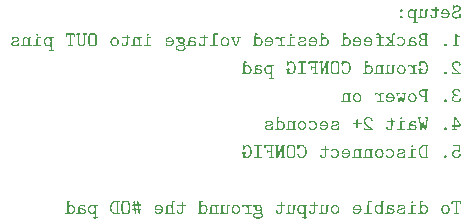
<source format=gbo>
G04 Layer: BottomSilkscreenLayer*
G04 EasyEDA Pro v2.2.45.4, 2025-12-20 17:50:56*
G04 Gerber Generator version 0.3*
G04 Scale: 100 percent, Rotated: No, Reflected: No*
G04 Dimensions in millimeters*
G04 Leading zeros omitted, absolute positions, 4 integers and 5 decimals*
G04 Generated by one-click*
%FSLAX45Y45*%
%MOMM*%
%ADD10C,0.254*%
%ADD11C,0.9523*%
G75*


G04 Text Start*
G36*
G01X-2372476Y223828D02*
G01X-2372476Y222279D01*
G01X-2373014Y220865D01*
G01X-2374631Y218979D01*
G01X-2393488Y218440D01*
G01X-2407362Y218709D01*
G01X-2412884Y219518D01*
G01X-2413962Y220797D01*
G01X-2414501Y222481D01*
G01X-2414501Y225444D01*
G01X-2413423Y227061D01*
G01X-2411807Y228138D01*
G01X-2409921Y228677D01*
G01X-2408036Y228946D01*
G01X-2403456Y229216D01*
G01X-2399684Y229216D01*
G01X-2399684Y246996D01*
G01X-2399954Y265584D01*
G01X-2400493Y268009D01*
G01X-2401301Y270702D01*
G01X-2402378Y273127D01*
G01X-2403994Y275821D01*
G01X-2405611Y277976D01*
G01X-2406958Y279323D01*
G01X-2408844Y280670D01*
G01X-2411268Y282286D01*
G01X-2413693Y283364D01*
G01X-2415848Y284172D01*
G01X-2418273Y284711D01*
G01X-2420427Y284980D01*
G01X-2423660Y284980D01*
G01X-2427701Y284172D01*
G01X-2429856Y282825D01*
G01X-2430934Y281478D01*
G01X-2432011Y279862D01*
G01X-2433089Y276899D01*
G01X-2433628Y252114D01*
G01X-2433628Y229216D01*
G01X-2429587Y229216D01*
G01X-2424738Y228946D01*
G01X-2422852Y228408D01*
G01X-2421236Y227330D01*
G01X-2420158Y225444D01*
G01X-2419619Y223020D01*
G01X-2420697Y220326D01*
G01X-2421977Y219248D01*
G01X-2423660Y218709D01*
G01X-2441710Y218440D01*
G01X-2454169Y218709D01*
G01X-2459220Y219518D01*
G01X-2460298Y220797D01*
G01X-2460837Y222481D01*
G01X-2460837Y225444D01*
G01X-2459759Y227061D01*
G01X-2458143Y228138D01*
G01X-2456257Y228677D01*
G01X-2454371Y228946D01*
G01X-2449791Y229216D01*
G01X-2446020Y229216D01*
G01X-2446020Y252114D01*
G01X-2445751Y275821D01*
G01X-2445481Y277707D01*
G01X-2444943Y279862D01*
G01X-2444134Y282286D01*
G01X-2443326Y284442D01*
G01X-2442249Y286327D01*
G01X-2440632Y288752D01*
G01X-2438746Y290638D01*
G01X-2436861Y291985D01*
G01X-2434436Y293332D01*
G01X-2431473Y294409D01*
G01X-2427971Y295217D01*
G01X-2424199Y295756D01*
G01X-2420966Y295756D01*
G01X-2418273Y295487D01*
G01X-2416117Y295217D01*
G01X-2413962Y294679D01*
G01X-2411537Y293870D01*
G01X-2409113Y292793D01*
G01X-2406958Y291715D01*
G01X-2404803Y290368D01*
G01X-2402109Y288482D01*
G01X-2400223Y287136D01*
G01X-2399819Y287405D01*
G01X-2399684Y288752D01*
G01X-2398876Y291985D01*
G01X-2396721Y293870D01*
G01X-2392949Y294679D01*
G01X-2384059Y294948D01*
G01X-2376786Y294679D01*
G01X-2374900Y293870D01*
G01X-2373284Y291985D01*
G01X-2372476Y289291D01*
G01X-2373014Y286597D01*
G01X-2375169Y284711D01*
G01X-2381904Y284172D01*
G01X-2387292Y284172D01*
G01X-2387292Y229216D01*
G01X-2382713Y229216D01*
G01X-2377324Y228946D01*
G01X-2375439Y228408D01*
G01X-2373553Y226791D01*
G01X-2372476Y223828D01*
G37*
G36*
G01X-2476192Y232449D02*
G01X-2476461Y221403D01*
G01X-2477270Y219518D01*
G01X-2478617Y217901D01*
G01X-2481580Y217362D01*
G01X-2483466Y217632D01*
G01X-2484813Y218440D01*
G01X-2486699Y220865D01*
G01X-2488046Y222750D01*
G01X-2489393Y223020D01*
G01X-2495319Y220056D01*
G01X-2497474Y219248D01*
G01X-2501784Y218171D01*
G01X-2504479Y217632D01*
G01X-2512560Y217362D01*
G01X-2520103Y217632D01*
G01X-2523067Y218171D01*
G01X-2526299Y218979D01*
G01X-2528724Y219787D01*
G01X-2531418Y220865D01*
G01X-2534112Y222212D01*
G01X-2535997Y223289D01*
G01X-2537344Y224367D01*
G01X-2540039Y227061D01*
G01X-2541116Y228408D01*
G01X-2543002Y232179D01*
G01X-2544079Y234604D01*
G01X-2544618Y236759D01*
G01X-2544887Y238645D01*
G01X-2545157Y241069D01*
G01X-2544887Y243494D01*
G01X-2544349Y245649D01*
G01X-2543541Y247804D01*
G01X-2542733Y249420D01*
G01X-2541386Y251576D01*
G01X-2538153Y254808D01*
G01X-2536536Y256155D01*
G01X-2534651Y257233D01*
G01X-2532496Y258580D01*
G01X-2530071Y259657D01*
G01X-2527916Y260466D01*
G01X-2525491Y261274D01*
G01X-2521181Y262351D01*
G01X-2518487Y262890D01*
G01X-2515254Y263429D01*
G01X-2512560Y263968D01*
G01X-2506634Y265045D01*
G01X-2500168Y266123D01*
G01X-2497744Y266662D01*
G01X-2495050Y267470D01*
G01X-2492625Y268547D01*
G01X-2489931Y270164D01*
G01X-2488046Y272588D01*
G01X-2487237Y275282D01*
G01X-2487507Y277707D01*
G01X-2488584Y279592D01*
G01X-2490470Y281209D01*
G01X-2492625Y282556D01*
G01X-2494511Y283364D01*
G01X-2496397Y283903D01*
G01X-2498552Y284442D01*
G01X-2501246Y284980D01*
G01X-2504479Y285250D01*
G01X-2507173Y285519D01*
G01X-2510136Y285789D01*
G01X-2513099Y285519D01*
G01X-2517948Y284980D01*
G01X-2520373Y284172D01*
G01X-2523336Y282825D01*
G01X-2525222Y281209D01*
G01X-2526299Y279592D01*
G01X-2527107Y276899D01*
G01X-2527646Y274205D01*
G01X-2528185Y272319D01*
G01X-2528724Y271376D01*
G01X-2529801Y270702D01*
G01X-2531957Y269894D01*
G01X-2534112Y269625D01*
G01X-2536536Y270164D01*
G01X-2538153Y271241D01*
G01X-2539230Y273127D01*
G01X-2539769Y283364D01*
G01X-2539230Y293332D01*
G01X-2537614Y295217D01*
G01X-2535189Y296295D01*
G01X-2533034Y296295D01*
G01X-2531149Y295487D01*
G01X-2529195Y293129D01*
G01X-2527916Y293062D01*
G01X-2525491Y293870D01*
G01X-2522797Y294679D01*
G01X-2517409Y295756D01*
G01X-2514446Y296026D01*
G01X-2512560Y296295D01*
G01X-2509866Y296564D01*
G01X-2507173Y296295D01*
G01X-2499629Y295756D01*
G01X-2494241Y294679D01*
G01X-2491817Y293870D01*
G01X-2489123Y292793D01*
G01X-2486968Y291715D01*
G01X-2484543Y290099D01*
G01X-2482388Y288482D01*
G01X-2480772Y286597D01*
G01X-2479425Y284711D01*
G01X-2478347Y282825D01*
G01X-2477270Y279862D01*
G01X-2476461Y276090D01*
G01X-2476461Y273127D01*
G01X-2477000Y270702D01*
G01X-2477809Y268278D01*
G01X-2478886Y266392D01*
G01X-2480233Y264776D01*
G01X-2481580Y263429D01*
G01X-2483466Y261812D01*
G01X-2485621Y260466D01*
G01X-2487776Y259388D01*
G01X-2490470Y258310D01*
G01X-2493433Y257233D01*
G01X-2496666Y256425D01*
G01X-2499091Y255886D01*
G01X-2504479Y254808D01*
G01X-2507711Y254269D01*
G01X-2511483Y253731D01*
G01X-2514716Y253192D01*
G01X-2517409Y252653D01*
G01X-2519834Y252114D01*
G01X-2522528Y251306D01*
G01X-2524953Y250498D01*
G01X-2527107Y249690D01*
G01X-2528993Y248612D01*
G01X-2530610Y247535D01*
G01X-2531687Y246457D01*
G01X-2533034Y244571D01*
G01X-2534112Y241339D01*
G01X-2534112Y238106D01*
G01X-2533304Y235951D01*
G01X-2532226Y234334D01*
G01X-2530879Y232987D01*
G01X-2529263Y231910D01*
G01X-2527107Y230832D01*
G01X-2524683Y229755D01*
G01X-2521181Y228946D01*
G01X-2517948Y228408D01*
G01X-2510944Y228138D01*
G01X-2503940Y228408D01*
G01X-2501515Y229216D01*
G01X-2499091Y230293D01*
G01X-2497205Y231371D01*
G01X-2495589Y232718D01*
G01X-2494241Y234065D01*
G01X-2492625Y235951D01*
G01X-2491278Y238106D01*
G01X-2490201Y240261D01*
G01X-2489123Y242686D01*
G01X-2488315Y245110D01*
G01X-2487237Y246996D01*
G01X-2485621Y248073D01*
G01X-2482119Y248612D01*
G01X-2479829Y248343D01*
G01X-2478347Y247535D01*
G01X-2476731Y244571D01*
G01X-2476192Y232449D01*
G37*
G36*
G01X-2291119Y224636D02*
G01X-2290849Y222212D01*
G01X-2291657Y220326D01*
G01X-2293274Y218979D01*
G01X-2324254Y218440D01*
G01X-2347220Y218709D01*
G01X-2355773Y219518D01*
G01X-2356851Y220797D01*
G01X-2357389Y222481D01*
G01X-2357389Y225444D01*
G01X-2356312Y227061D01*
G01X-2354696Y228138D01*
G01X-2352810Y228677D01*
G01X-2350924Y228946D01*
G01X-2340956Y229216D01*
G01X-2331797Y229216D01*
G01X-2331797Y259927D01*
G01X-2331595Y283297D01*
G01X-2330989Y291985D01*
G01X-2328834Y293870D01*
G01X-2325062Y294679D01*
G01X-2309976Y294948D01*
G01X-2296506Y294679D01*
G01X-2294621Y293870D01*
G01X-2293004Y291985D01*
G01X-2292466Y288752D01*
G01X-2292735Y287068D01*
G01X-2293543Y285789D01*
G01X-2296506Y284442D01*
G01X-2308899Y284172D01*
G01X-2319405Y284172D01*
G01X-2319405Y229216D01*
G01X-2308090Y229216D01*
G01X-2295967Y228946D01*
G01X-2294082Y228408D01*
G01X-2292196Y227061D01*
G01X-2291119Y224636D01*
G37*
G36*
G01X-2315094Y314614D02*
G01X-2316711Y311381D01*
G01X-2319136Y309226D01*
G01X-2321291Y308148D01*
G01X-2323446Y307879D01*
G01X-2325601Y308148D01*
G01X-2327487Y308956D01*
G01X-2329103Y310034D01*
G01X-2330450Y311650D01*
G01X-2331797Y314075D01*
G01X-2332336Y317308D01*
G01X-2331527Y320540D01*
G01X-2330181Y322696D01*
G01X-2328295Y324042D01*
G01X-2325870Y325120D01*
G01X-2323176Y325659D01*
G01X-2320483Y325120D01*
G01X-2318597Y324042D01*
G01X-2317250Y322696D01*
G01X-2316172Y321079D01*
G01X-2315094Y318385D01*
G01X-2315094Y314614D01*
G37*
G36*
G01X-2186055Y182072D02*
G01X-2186594Y180860D01*
G01X-2187671Y179917D01*
G01X-2189826Y178839D01*
G01X-2206798Y178570D01*
G01X-2223770Y178839D01*
G01X-2225656Y179647D01*
G01X-2227272Y181533D01*
G01X-2227811Y184766D01*
G01X-2227609Y186382D01*
G01X-2227003Y187460D01*
G01X-2224847Y188807D01*
G01X-2218113Y189346D01*
G01X-2212725Y189346D01*
G01X-2212725Y207664D01*
G01X-2212927Y221336D01*
G01X-2213533Y225714D01*
G01X-2214880Y224636D01*
G01X-2216766Y223020D01*
G01X-2218651Y221673D01*
G01X-2220537Y220595D01*
G01X-2222693Y219518D01*
G01X-2224847Y218709D01*
G01X-2229158Y217632D01*
G01X-2234546Y217362D01*
G01X-2239395Y217632D01*
G01X-2241819Y218171D01*
G01X-2244513Y218979D01*
G01X-2247207Y220056D01*
G01X-2249632Y221134D01*
G01X-2251787Y222481D01*
G01X-2254481Y224367D01*
G01X-2256636Y225983D01*
G01X-2259330Y228677D01*
G01X-2260677Y230293D01*
G01X-2261754Y231910D01*
G01X-2262832Y233257D01*
G01X-2263910Y234873D01*
G01X-2265257Y237028D01*
G01X-2266604Y239992D01*
G01X-2267681Y242686D01*
G01X-2268489Y245379D01*
G01X-2269028Y247804D01*
G01X-2269567Y250498D01*
G01X-2270106Y254808D01*
G01X-2257983Y254808D01*
G01X-2257714Y251037D01*
G01X-2257175Y248612D01*
G01X-2256367Y245918D01*
G01X-2255559Y243763D01*
G01X-2254750Y241877D01*
G01X-2253403Y239722D01*
G01X-2251517Y237028D01*
G01X-2248285Y233796D01*
G01X-2246938Y232718D01*
G01X-2245591Y231910D01*
G01X-2243705Y230832D01*
G01X-2241550Y229755D01*
G01X-2239126Y228946D01*
G01X-2239126Y228946D01*
G01X-2236701Y228408D01*
G01X-2232660Y228138D01*
G01X-2229158Y228408D01*
G01X-2227272Y228946D01*
G01X-2224578Y230024D01*
G01X-2222693Y231371D01*
G01X-2221346Y232449D01*
G01X-2219729Y234334D01*
G01X-2217843Y236759D01*
G01X-2216496Y239183D01*
G01X-2215419Y241339D01*
G01X-2214611Y243494D01*
G01X-2213533Y247804D01*
G01X-2213264Y250229D01*
G01X-2212994Y252114D01*
G01X-2212725Y259119D01*
G01X-2212994Y266123D01*
G01X-2213264Y268278D01*
G01X-2213803Y270433D01*
G01X-2214611Y272319D01*
G01X-2215688Y274474D01*
G01X-2217035Y276360D01*
G01X-2218113Y277707D01*
G01X-2219190Y278784D01*
G01X-2221884Y280939D01*
G01X-2223770Y282017D01*
G01X-2225925Y283095D01*
G01X-2228080Y283903D01*
G01X-2230236Y284442D01*
G01X-2234007Y284980D01*
G01X-2236701Y284980D01*
G01X-2239934Y284442D01*
G01X-2242089Y283633D01*
G01X-2244244Y282556D01*
G01X-2246130Y281478D01*
G01X-2247477Y280401D01*
G01X-2250171Y277707D01*
G01X-2251787Y275821D01*
G01X-2253403Y273396D01*
G01X-2254750Y270972D01*
G01X-2255828Y268278D01*
G01X-2256636Y265584D01*
G01X-2257175Y263429D01*
G01X-2257714Y260196D01*
G01X-2257983Y254808D01*
G01X-2270106Y254808D01*
G01X-2270106Y259657D01*
G01X-2269567Y264237D01*
G01X-2269028Y267200D01*
G01X-2268220Y269625D01*
G01X-2267143Y272588D01*
G01X-2266065Y275282D01*
G01X-2264718Y277707D01*
G01X-2263101Y280131D01*
G01X-2261216Y282825D01*
G01X-2256636Y287405D01*
G01X-2253942Y289560D01*
G01X-2252326Y290638D01*
G01X-2250171Y291985D01*
G01X-2247746Y293062D01*
G01X-2245591Y293870D01*
G01X-2242897Y294679D01*
G01X-2240473Y295217D01*
G01X-2235623Y295756D01*
G01X-2233468Y295756D01*
G01X-2230774Y295487D01*
G01X-2228619Y295217D01*
G01X-2225925Y294409D01*
G01X-2222693Y293332D01*
G01X-2220537Y292254D01*
G01X-2218651Y291176D01*
G01X-2216496Y289829D01*
G01X-2214611Y288482D01*
G01X-2213264Y287674D01*
G01X-2212859Y288011D01*
G01X-2212725Y289560D01*
G01X-2212456Y291446D01*
G01X-2211647Y292793D01*
G01X-2209223Y294140D01*
G01X-2205990Y294679D01*
G01X-2197639Y294948D01*
G01X-2190365Y294679D01*
G01X-2188479Y294140D01*
G01X-2187536Y293601D01*
G01X-2186863Y292523D01*
G01X-2186055Y290368D01*
G01X-2185786Y288213D01*
G01X-2186594Y286058D01*
G01X-2188749Y284711D01*
G01X-2195484Y284172D01*
G01X-2200871Y284172D01*
G01X-2200871Y189346D01*
G01X-2194945Y189346D01*
G01X-2190163Y189076D01*
G01X-2187671Y188268D01*
G01X-2186594Y186988D01*
G01X-2186055Y185305D01*
G01X-2186055Y182072D01*
G37*
G36*
G01X-2021455Y225444D02*
G01X-2020916Y223289D01*
G01X-2021724Y220865D01*
G01X-2023341Y218979D01*
G01X-2043276Y218440D01*
G01X-2063211Y218979D01*
G01X-2064558Y220056D01*
G01X-2065366Y221942D01*
G01X-2065636Y224636D01*
G01X-2065366Y225916D01*
G01X-2064558Y227061D01*
G01X-2062134Y228408D01*
G01X-2059440Y228946D01*
G01X-2053783Y229216D01*
G01X-2049472Y229216D01*
G01X-2049472Y315961D01*
G01X-2073179Y315961D01*
G01X-2073179Y309226D01*
G01X-2073448Y303838D01*
G01X-2074256Y301144D01*
G01X-2075671Y300066D01*
G01X-2077759Y299528D01*
G01X-2081530Y299528D01*
G01X-2083416Y300605D01*
G01X-2084493Y302222D01*
G01X-2085032Y304107D01*
G01X-2085301Y305993D01*
G01X-2085571Y313267D01*
G01X-2085301Y320540D01*
G01X-2085032Y322426D01*
G01X-2083954Y324851D01*
G01X-2082540Y325928D01*
G01X-2080453Y326467D01*
G01X-2041660Y326736D01*
G01X-2014047Y326534D01*
G01X-2003944Y325928D01*
G01X-2002800Y324918D01*
G01X-2002059Y323504D01*
G01X-2001520Y312189D01*
G01X-2001789Y304579D01*
G01X-2002597Y301144D01*
G01X-2004012Y300066D01*
G01X-2006100Y299528D01*
G01X-2009871Y299528D01*
G01X-2011757Y300605D01*
G01X-2012834Y302222D01*
G01X-2013373Y304377D01*
G01X-2013643Y306532D01*
G01X-2013912Y311650D01*
G01X-2013912Y315961D01*
G01X-2037619Y315961D01*
G01X-2037619Y229216D01*
G01X-2032231Y229216D01*
G01X-2026035Y228946D01*
G01X-2024149Y228408D01*
G01X-2022533Y227330D01*
G01X-2021455Y225444D01*
G37*
G36*
G01X-1835573Y218440D02*
G01X-1838537Y217632D01*
G01X-1841769Y217093D01*
G01X-1844733Y216554D01*
G01X-1856317Y216285D01*
G01X-1867631Y216554D01*
G01X-1873019Y217093D01*
G01X-1875444Y217632D01*
G01X-1878137Y218440D01*
G01X-1880293Y219248D01*
G01X-1881909Y220056D01*
G01X-1883256Y221134D01*
G01X-1884873Y222481D01*
G01X-1886219Y224097D01*
G01X-1887566Y225983D01*
G01X-1888913Y228677D01*
G01X-1889991Y231371D01*
G01X-1890799Y234604D01*
G01X-1891338Y237567D01*
G01X-1891877Y240800D01*
G01X-1892416Y245649D01*
G01X-1892685Y250498D01*
G01X-1892954Y253731D01*
G01X-1893216Y272858D01*
G01X-1880831Y272858D01*
G01X-1880562Y251037D01*
G01X-1880023Y245110D01*
G01X-1879484Y241339D01*
G01X-1878946Y238914D01*
G01X-1878137Y236220D01*
G01X-1877060Y234065D01*
G01X-1875713Y232449D01*
G01X-1874366Y231102D01*
G01X-1872480Y229755D01*
G01X-1870056Y228677D01*
G01X-1866554Y227869D01*
G01X-1866554Y227869D01*
G01X-1862782Y227330D01*
G01X-1855778Y227061D01*
G01X-1849851Y227330D01*
G01X-1847696Y227599D01*
G01X-1844733Y228138D01*
G01X-1842577Y228946D01*
G01X-1840692Y229755D01*
G01X-1839076Y230832D01*
G01X-1837459Y232718D01*
G01X-1836112Y234873D01*
G01X-1835034Y237567D01*
G01X-1834226Y241339D01*
G01X-1833687Y244032D01*
G01X-1833149Y248343D01*
G01X-1832610Y256425D01*
G01X-1832341Y274743D01*
G01X-1832610Y293062D01*
G01X-1833149Y299528D01*
G01X-1833687Y303299D01*
G01X-1834226Y305724D01*
G01X-1835034Y308418D01*
G01X-1836112Y310842D01*
G01X-1837459Y312728D01*
G01X-1838537Y313806D01*
G01X-1840153Y315152D01*
G01X-1843116Y316499D01*
G01X-1847157Y317308D01*
G01X-1852006Y317846D01*
G01X-1857933Y318116D01*
G01X-1862243Y317846D01*
G01X-1867631Y317308D01*
G01X-1869786Y316769D01*
G01X-1871941Y315961D01*
G01X-1874097Y314614D01*
G01X-1875983Y312728D01*
G01X-1877060Y310842D01*
G01X-1878137Y308418D01*
G01X-1878946Y305993D01*
G01X-1879484Y303299D01*
G01X-1880023Y299528D01*
G01X-1880293Y296564D01*
G01X-1880562Y294679D01*
G01X-1880831Y272858D01*
G01X-1893216Y272858D01*
G01X-1893224Y273396D01*
G01X-1892954Y293062D01*
G01X-1892416Y301144D01*
G01X-1891877Y305993D01*
G01X-1891338Y308956D01*
G01X-1890530Y312189D01*
G01X-1889721Y314614D01*
G01X-1888913Y316769D01*
G01X-1887836Y318924D01*
G01X-1886489Y320810D01*
G01X-1883795Y323504D01*
G01X-1882179Y324581D01*
G01X-1880023Y325659D01*
G01X-1877060Y326736D01*
G01X-1873558Y327545D01*
G01X-1869786Y328083D01*
G01X-1865746Y328353D01*
G01X-1862782Y328622D01*
G01X-1855778Y328892D01*
G01X-1848774Y328622D01*
G01X-1841231Y328083D01*
G01X-1838537Y327545D01*
G01X-1835573Y326736D01*
G01X-1833418Y325928D01*
G01X-1831263Y324851D01*
G01X-1829377Y323504D01*
G01X-1828030Y322157D01*
G01X-1826953Y320810D01*
G01X-1825875Y319193D01*
G01X-1824797Y317308D01*
G01X-1823989Y315152D01*
G01X-1823181Y312728D01*
G01X-1822373Y309226D01*
G01X-1821296Y302760D01*
G01X-1821026Y298989D01*
G01X-1820757Y296834D01*
G01X-1820218Y284980D01*
G01X-1819949Y271511D01*
G01X-1820218Y258041D01*
G01X-1820757Y245649D01*
G01X-1821296Y240261D01*
G01X-1821834Y236489D01*
G01X-1822373Y234065D01*
G01X-1823181Y231371D01*
G01X-1823989Y229216D01*
G01X-1825067Y226791D01*
G01X-1826683Y224097D01*
G01X-1828839Y221942D01*
G01X-1830724Y220595D01*
G01X-1832610Y219518D01*
G01X-1835573Y218440D01*
G37*
G36*
G01X-1939290Y218440D02*
G01X-1941714Y217632D01*
G01X-1944139Y217093D01*
G01X-1945486Y216554D01*
G01X-1949796Y216285D01*
G01X-1954376Y216554D01*
G01X-1956801Y217093D01*
G01X-1959494Y217901D01*
G01X-1962189Y218979D01*
G01X-1964883Y220326D01*
G01X-1967307Y221942D01*
G01X-1969193Y223559D01*
G01X-1971887Y225714D01*
G01X-1975119Y229755D01*
G01X-1976466Y231640D01*
G01X-1977813Y233796D01*
G01X-1978891Y235951D01*
G01X-1979969Y238375D01*
G01X-1981046Y241069D01*
G01X-1981854Y244302D01*
G01X-1982393Y246726D01*
G01X-1982932Y250498D01*
G01X-1983201Y283633D01*
G01X-1983201Y315961D01*
G01X-1987242Y315961D01*
G01X-1992091Y316230D01*
G01X-1993707Y317038D01*
G01X-1995054Y318924D01*
G01X-1995593Y322157D01*
G01X-1995391Y323706D01*
G01X-1994785Y324581D01*
G01X-1993438Y325659D01*
G01X-1991014Y326467D01*
G01X-1975658Y326736D01*
G01X-1961380Y326198D01*
G01X-1960033Y325120D01*
G01X-1958956Y323234D01*
G01X-1958417Y320810D01*
G01X-1959225Y318385D01*
G01X-1960168Y317308D01*
G01X-1961380Y316769D01*
G01X-1963536Y316230D01*
G01X-1967576Y315961D01*
G01X-1970809Y315961D01*
G01X-1970809Y282286D01*
G01X-1970540Y247804D01*
G01X-1970001Y245379D01*
G01X-1969193Y242686D01*
G01X-1968115Y240261D01*
G01X-1967037Y238106D01*
G01X-1965691Y235951D01*
G01X-1964074Y234065D01*
G01X-1961380Y231371D01*
G01X-1959764Y230293D01*
G01X-1957878Y229216D01*
G01X-1955454Y228138D01*
G01X-1952221Y227330D01*
G01X-1948719Y227061D01*
G01X-1946294Y227330D01*
G01X-1943870Y228138D01*
G01X-1941176Y229485D01*
G01X-1939290Y230832D01*
G01X-1937674Y232179D01*
G01X-1936327Y233796D01*
G01X-1934980Y235142D01*
G01X-1933902Y236489D01*
G01X-1932016Y240261D01*
G01X-1930939Y243224D01*
G01X-1930131Y246188D01*
G01X-1929592Y248882D01*
G01X-1929323Y252384D01*
G01X-1929053Y255347D01*
G01X-1928784Y286058D01*
G01X-1928784Y315961D01*
G01X-1932824Y315961D01*
G01X-1937674Y316230D01*
G01X-1939290Y317038D01*
G01X-1940906Y318924D01*
G01X-1941714Y321618D01*
G01X-1941176Y323773D01*
G01X-1940098Y325120D01*
G01X-1937943Y326198D01*
G01X-1922049Y326736D01*
G01X-1906963Y326198D01*
G01X-1905346Y324581D01*
G01X-1904269Y322157D01*
G01X-1904269Y320002D01*
G01X-1905346Y318116D01*
G01X-1907771Y316499D01*
G01X-1913159Y315961D01*
G01X-1916930Y315961D01*
G01X-1916930Y282556D01*
G01X-1917200Y248343D01*
G01X-1917739Y244571D01*
G01X-1919624Y238914D01*
G01X-1920971Y235951D01*
G01X-1922318Y233257D01*
G01X-1923396Y231371D01*
G01X-1924473Y230024D01*
G01X-1926090Y227869D01*
G01X-1929323Y224636D01*
G01X-1930939Y223289D01*
G01X-1932555Y222212D01*
G01X-1934441Y220865D01*
G01X-1939290Y218440D01*
G37*
G36*
G01X-1656426Y220056D02*
G01X-1658581Y219248D01*
G01X-1660737Y218709D01*
G01X-1662892Y217901D01*
G01X-1669627Y217362D01*
G01X-1675823Y217632D01*
G01X-1678247Y218171D01*
G01X-1680941Y218979D01*
G01X-1683635Y220056D01*
G01X-1686329Y221403D01*
G01X-1688484Y222750D01*
G01X-1690909Y224367D01*
G01X-1692794Y226252D01*
G01X-1694141Y227330D01*
G01X-1695758Y228946D01*
G01X-1697374Y230832D01*
G01X-1698452Y232179D01*
G01X-1699260Y233526D01*
G01X-1700337Y235142D01*
G01X-1701415Y237028D01*
G01X-1702493Y239183D01*
G01X-1703570Y241608D01*
G01X-1704379Y244032D01*
G01X-1704917Y246188D01*
G01X-1705995Y251576D01*
G01X-1706239Y256694D01*
G01X-1694411Y256694D01*
G01X-1694141Y254808D01*
G01X-1693603Y249959D01*
G01X-1693064Y247804D01*
G01X-1692256Y245379D01*
G01X-1691178Y242955D01*
G01X-1690101Y240800D01*
G01X-1688754Y238645D01*
G01X-1687137Y236759D01*
G01X-1686060Y235412D01*
G01X-1684443Y233796D01*
G01X-1682557Y232179D01*
G01X-1680941Y231102D01*
G01X-1679056Y230293D01*
G01X-1676631Y229216D01*
G01X-1676631Y229216D01*
G01X-1673667Y228408D01*
G01X-1669088Y228138D01*
G01X-1665586Y228408D01*
G01X-1663700Y228946D01*
G01X-1661276Y229755D01*
G01X-1659390Y230832D01*
G01X-1656965Y232449D01*
G01X-1653733Y235681D01*
G01X-1652386Y237298D01*
G01X-1651308Y238914D01*
G01X-1650230Y240800D01*
G01X-1649153Y242955D01*
G01X-1648075Y245379D01*
G01X-1646997Y248612D01*
G01X-1646459Y251306D01*
G01X-1646189Y253192D01*
G01X-1645920Y258580D01*
G01X-1646189Y263968D01*
G01X-1646728Y266123D01*
G01X-1647536Y268547D01*
G01X-1648344Y270702D01*
G01X-1649153Y272588D01*
G01X-1650500Y274743D01*
G01X-1652116Y276629D01*
G01X-1653194Y277976D01*
G01X-1654810Y279592D01*
G01X-1658581Y282286D01*
G01X-1661276Y283633D01*
G01X-1663431Y284442D01*
G01X-1665586Y284980D01*
G01X-1669088Y285519D01*
G01X-1672051Y285519D01*
G01X-1673937Y285250D01*
G01X-1676092Y284711D01*
G01X-1678247Y283903D01*
G01X-1680133Y283095D01*
G01X-1682019Y282017D01*
G01X-1683635Y280939D01*
G01X-1684982Y279862D01*
G01X-1686329Y278515D01*
G01X-1687946Y276360D01*
G01X-1689831Y273666D01*
G01X-1691178Y270972D01*
G01X-1692256Y268547D01*
G01X-1693064Y265853D01*
G01X-1693603Y263429D01*
G01X-1694141Y258580D01*
G01X-1694411Y256694D01*
G01X-1706239Y256694D01*
G01X-1706264Y257233D01*
G01X-1705995Y262890D01*
G01X-1704917Y268278D01*
G01X-1704109Y270433D01*
G01X-1701954Y275821D01*
G01X-1700876Y277707D01*
G01X-1698721Y280939D01*
G01X-1695489Y284980D01*
G01X-1694141Y286327D01*
G01X-1691986Y287944D01*
G01X-1689562Y289829D01*
G01X-1687137Y291446D01*
G01X-1684443Y292793D01*
G01X-1682019Y293870D01*
G01X-1679594Y294679D01*
G01X-1677439Y295217D01*
G01X-1674745Y295756D01*
G01X-1671782Y296026D01*
G01X-1669896Y296295D01*
G01X-1668280Y296295D01*
G01X-1663431Y295756D01*
G01X-1661276Y295217D01*
G01X-1658851Y294409D01*
G01X-1656696Y293601D01*
G01X-1654810Y292793D01*
G01X-1652924Y291715D01*
G01X-1650500Y290099D01*
G01X-1648344Y288482D01*
G01X-1642957Y283095D01*
G01X-1641879Y281748D01*
G01X-1640801Y279862D01*
G01X-1639185Y277437D01*
G01X-1637838Y274743D01*
G01X-1636761Y272049D01*
G01X-1635683Y269086D01*
G01X-1634875Y265853D01*
G01X-1634336Y263429D01*
G01X-1633797Y259657D01*
G01X-1633528Y255616D01*
G01X-1633797Y251576D01*
G01X-1634336Y247804D01*
G01X-1635144Y245110D01*
G01X-1636222Y241608D01*
G01X-1637299Y238914D01*
G01X-1638377Y236759D01*
G01X-1639454Y234873D01*
G01X-1640532Y233257D01*
G01X-1642149Y231102D01*
G01X-1644304Y228408D01*
G01X-1646728Y226252D01*
G01X-1648614Y224636D01*
G01X-1649961Y223559D01*
G01X-1651847Y222481D01*
G01X-1654271Y221134D01*
G01X-1656426Y220056D01*
G37*
G36*
G01X-1566718Y221403D02*
G01X-1569143Y220056D01*
G01X-1571567Y218979D01*
G01X-1574531Y217901D01*
G01X-1582074Y217362D01*
G01X-1588539Y217632D01*
G01X-1590694Y218171D01*
G01X-1593119Y218979D01*
G01X-1595274Y219787D01*
G01X-1597160Y220595D01*
G01X-1599315Y221942D01*
G01X-1602009Y223828D01*
G01X-1603894Y225714D01*
G01X-1604972Y227061D01*
G01X-1606319Y228946D01*
G01X-1607666Y231102D01*
G01X-1608474Y233257D01*
G01X-1609013Y235412D01*
G01X-1609552Y238106D01*
G01X-1609821Y241877D01*
G01X-1609013Y245110D01*
G01X-1608070Y246188D01*
G01X-1606858Y246726D01*
G01X-1604703Y247265D01*
G01X-1602817Y247535D01*
G01X-1600393Y246726D01*
G01X-1598507Y244571D01*
G01X-1597699Y240800D01*
G01X-1597160Y236759D01*
G01X-1596082Y234065D01*
G01X-1594735Y232179D01*
G01X-1593119Y230832D01*
G01X-1591233Y229755D01*
G01X-1589078Y228946D01*
G01X-1586923Y228408D01*
G01X-1582074Y228138D01*
G01X-1576955Y228677D01*
G01X-1575069Y229485D01*
G01X-1572914Y230832D01*
G01X-1571298Y232718D01*
G01X-1570490Y234604D01*
G01X-1569951Y236759D01*
G01X-1569681Y238645D01*
G01X-1569412Y261812D01*
G01X-1569412Y284172D01*
G01X-1585845Y284172D01*
G01X-1603086Y284711D01*
G01X-1604433Y285789D01*
G01X-1605241Y287674D01*
G01X-1605511Y290368D01*
G01X-1605241Y291648D01*
G01X-1604433Y292793D01*
G01X-1601470Y294409D01*
G01X-1584498Y294948D01*
G01X-1569412Y294948D01*
G01X-1569412Y303838D01*
G01X-1569210Y310842D01*
G01X-1568604Y314075D01*
G01X-1567594Y315220D01*
G01X-1566179Y315961D01*
G01X-1562677Y316499D01*
G01X-1559983Y315961D01*
G01X-1558636Y314614D01*
G01X-1557828Y312459D01*
G01X-1557559Y303030D01*
G01X-1557559Y294948D01*
G01X-1548669Y294948D01*
G01X-1538971Y294679D01*
G01X-1537085Y293870D01*
G01X-1535469Y291985D01*
G01X-1534660Y289560D01*
G01X-1534660Y287674D01*
G01X-1535469Y286058D01*
G01X-1537354Y284711D01*
G01X-1548130Y284172D01*
G01X-1557559Y284172D01*
G01X-1557559Y259657D01*
G01X-1557828Y234334D01*
G01X-1558636Y231640D01*
G01X-1559714Y228946D01*
G01X-1561061Y226791D01*
G01X-1562408Y224906D01*
G01X-1564294Y223289D01*
G01X-1566718Y221403D01*
G37*
G36*
G01X-1439295Y224636D02*
G01X-1439026Y222212D01*
G01X-1439834Y220326D01*
G01X-1441450Y218979D01*
G01X-1460038Y218440D01*
G01X-1478626Y218979D01*
G01X-1479973Y220056D01*
G01X-1480781Y221942D01*
G01X-1481051Y224636D01*
G01X-1480781Y225916D01*
G01X-1479973Y227061D01*
G01X-1477549Y228408D01*
G01X-1474316Y228946D01*
G01X-1469197Y229216D01*
G01X-1465965Y229216D01*
G01X-1465965Y245110D01*
G01X-1466234Y261812D01*
G01X-1466773Y267739D01*
G01X-1467581Y270164D01*
G01X-1468659Y272588D01*
G01X-1469736Y274474D01*
G01X-1471353Y276899D01*
G01X-1474586Y280131D01*
G01X-1475933Y281209D01*
G01X-1479704Y283095D01*
G01X-1482667Y284172D01*
G01X-1485361Y284711D01*
G01X-1487247Y284980D01*
G01X-1490480Y284980D01*
G01X-1493982Y284172D01*
G01X-1496137Y283095D01*
G01X-1497753Y281209D01*
G01X-1498831Y279323D01*
G01X-1499639Y276360D01*
G01X-1500178Y273127D01*
G01X-1500447Y250767D01*
G01X-1500447Y229216D01*
G01X-1496137Y229216D01*
G01X-1491019Y228946D01*
G01X-1489133Y228408D01*
G01X-1487247Y226791D01*
G01X-1486439Y223289D01*
G01X-1486708Y221403D01*
G01X-1487516Y220056D01*
G01X-1490480Y218709D01*
G01X-1508260Y218440D01*
G01X-1524962Y218979D01*
G01X-1526309Y220056D01*
G01X-1527387Y222212D01*
G01X-1527656Y224636D01*
G01X-1526848Y226522D01*
G01X-1524962Y228138D01*
G01X-1521191Y228946D01*
G01X-1515803Y229216D01*
G01X-1512839Y229216D01*
G01X-1512839Y250229D01*
G01X-1512570Y272049D01*
G01X-1512031Y277976D01*
G01X-1511493Y280131D01*
G01X-1510684Y282556D01*
G01X-1509607Y284980D01*
G01X-1507990Y287674D01*
G01X-1505566Y290099D01*
G01X-1503680Y291715D01*
G01X-1501794Y292793D01*
G01X-1499639Y293870D01*
G01X-1497214Y294679D01*
G01X-1494790Y295217D01*
G01X-1490480Y295756D01*
G01X-1487786Y295756D01*
G01X-1484823Y295487D01*
G01X-1482937Y295217D01*
G01X-1480781Y294679D01*
G01X-1478357Y293870D01*
G01X-1476202Y293062D01*
G01X-1474316Y292254D01*
G01X-1472161Y290907D01*
G01X-1469467Y289021D01*
G01X-1467043Y287405D01*
G01X-1465965Y286866D01*
G01X-1465965Y289291D01*
G01X-1465696Y291378D01*
G01X-1464887Y292793D01*
G01X-1462463Y294140D01*
G01X-1459230Y294679D01*
G01X-1450879Y294948D01*
G01X-1443605Y294679D01*
G01X-1441719Y294140D01*
G01X-1440776Y293601D01*
G01X-1440103Y292523D01*
G01X-1439295Y290368D01*
G01X-1439026Y288213D01*
G01X-1439834Y286058D01*
G01X-1441989Y284711D01*
G01X-1448724Y284172D01*
G01X-1454111Y284172D01*
G01X-1454111Y229216D01*
G01X-1449532Y229216D01*
G01X-1444144Y228946D01*
G01X-1442258Y228408D01*
G01X-1440373Y227061D01*
G01X-1439295Y224636D01*
G37*
G36*
G01X-1357399Y223828D02*
G01X-1357399Y222279D01*
G01X-1357938Y220865D01*
G01X-1359554Y218979D01*
G01X-1390534Y218440D01*
G01X-1421515Y218979D01*
G01X-1422862Y220056D01*
G01X-1423939Y222212D01*
G01X-1424209Y224636D01*
G01X-1423401Y226522D01*
G01X-1421515Y228138D01*
G01X-1419090Y228677D01*
G01X-1417204Y228946D01*
G01X-1407237Y229216D01*
G01X-1398077Y229216D01*
G01X-1398077Y260196D01*
G01X-1397876Y283768D01*
G01X-1397269Y292523D01*
G01X-1396192Y293601D01*
G01X-1394576Y294140D01*
G01X-1391881Y294679D01*
G01X-1377604Y294948D01*
G01X-1363326Y294679D01*
G01X-1361709Y294140D01*
G01X-1360363Y293062D01*
G01X-1359285Y291446D01*
G01X-1358746Y289021D01*
G01X-1359016Y287472D01*
G01X-1359824Y286058D01*
G01X-1361103Y284980D01*
G01X-1362787Y284442D01*
G01X-1375449Y284172D01*
G01X-1386224Y284172D01*
G01X-1386224Y229216D01*
G01X-1374640Y229216D01*
G01X-1362248Y228946D01*
G01X-1360363Y228408D01*
G01X-1358477Y226791D01*
G01X-1357399Y223828D01*
G37*
G36*
G01X-1382183Y312997D02*
G01X-1383530Y310842D01*
G01X-1385416Y309495D01*
G01X-1387571Y308418D01*
G01X-1389996Y307879D01*
G01X-1392690Y308418D01*
G01X-1394845Y309495D01*
G01X-1396461Y310842D01*
G01X-1397539Y312459D01*
G01X-1398616Y315152D01*
G01X-1398616Y318924D01*
G01X-1397000Y322157D01*
G01X-1394576Y324312D01*
G01X-1391343Y325389D01*
G01X-1388110Y325389D01*
G01X-1385955Y324581D01*
G01X-1384339Y323504D01*
G01X-1382991Y321618D01*
G01X-1381914Y319193D01*
G01X-1381375Y316230D01*
G01X-1382183Y312997D01*
G37*
G36*
G01X-1193069Y219787D02*
G01X-1195493Y218979D01*
G01X-1198457Y218171D01*
G01X-1200612Y217632D01*
G01X-1207347Y217362D01*
G01X-1214620Y217632D01*
G01X-1217045Y218171D01*
G01X-1219739Y218979D01*
G01X-1222163Y219787D01*
G01X-1224319Y220595D01*
G01X-1226474Y221673D01*
G01X-1228359Y223020D01*
G01X-1229706Y224097D01*
G01X-1231053Y224906D01*
G01X-1232400Y225983D01*
G01X-1234017Y227869D01*
G01X-1236711Y231640D01*
G01X-1238057Y234334D01*
G01X-1238866Y237028D01*
G01X-1238596Y239722D01*
G01X-1237923Y240800D01*
G01X-1236980Y241339D01*
G01X-1233209Y242416D01*
G01X-1231323Y242416D01*
G01X-1229706Y241877D01*
G01X-1228359Y240261D01*
G01X-1226204Y236489D01*
G01X-1224857Y234604D01*
G01X-1223510Y233257D01*
G01X-1221894Y231910D01*
G01X-1220008Y230832D01*
G01X-1217853Y229755D01*
G01X-1214620Y228677D01*
G01X-1207886Y228138D01*
G01X-1202228Y228408D01*
G01X-1200073Y228946D01*
G01X-1197649Y229755D01*
G01X-1195224Y230832D01*
G01X-1193069Y231910D01*
G01X-1191453Y232987D01*
G01X-1189297Y234604D01*
G01X-1186064Y237836D01*
G01X-1184448Y239722D01*
G01X-1182832Y242147D01*
G01X-1181485Y244571D01*
G01X-1180407Y247265D01*
G01X-1179599Y250498D01*
G01X-1179330Y252384D01*
G01X-1207616Y252384D01*
G01X-1229167Y252653D01*
G01X-1237249Y253461D01*
G01X-1238327Y254875D01*
G01X-1238866Y256963D01*
G01X-1239135Y261543D01*
G01X-1239037Y262621D01*
G01X-1226743Y262621D01*
G01X-1203306Y262621D01*
G01X-1179599Y262890D01*
G01X-1179599Y264776D01*
G01X-1180407Y267470D01*
G01X-1181485Y269894D01*
G01X-1182832Y272588D01*
G01X-1184448Y275013D01*
G01X-1185795Y276899D01*
G01X-1187142Y278246D01*
G01X-1189836Y280401D01*
G01X-1191722Y281748D01*
G01X-1194146Y283095D01*
G01X-1196301Y283903D01*
G01X-1198726Y284711D01*
G01X-1201959Y285250D01*
G01X-1204383Y285519D01*
G01X-1207077Y285519D01*
G01X-1210579Y284980D01*
G01X-1213273Y284172D01*
G01X-1215698Y283095D01*
G01X-1217584Y281748D01*
G01X-1218931Y280670D01*
G01X-1220547Y279054D01*
G01X-1221894Y277168D01*
G01X-1222971Y275282D01*
G01X-1224049Y273127D01*
G01X-1225127Y270433D01*
G01X-1225935Y266662D01*
G01X-1226474Y263698D01*
G01X-1226474Y263698D01*
G01X-1226743Y262621D01*
G01X-1239037Y262621D01*
G01X-1238866Y264506D01*
G01X-1238327Y268278D01*
G01X-1237788Y270702D01*
G01X-1236980Y273396D01*
G01X-1235903Y276090D01*
G01X-1234825Y278515D01*
G01X-1233747Y280401D01*
G01X-1232400Y282556D01*
G01X-1231053Y284442D01*
G01X-1227013Y288482D01*
G01X-1225666Y289560D01*
G01X-1223780Y290907D01*
G01X-1221624Y292254D01*
G01X-1219200Y293332D01*
G01X-1216506Y294409D01*
G01X-1213273Y295217D01*
G01X-1210310Y295756D01*
G01X-1204922Y296295D01*
G01X-1202767Y296295D01*
G01X-1199804Y296026D01*
G01X-1197379Y295756D01*
G01X-1194685Y294948D01*
G01X-1191183Y293870D01*
G01X-1188759Y292793D01*
G01X-1184987Y290638D01*
G01X-1183371Y289560D01*
G01X-1181216Y287944D01*
G01X-1176636Y283364D01*
G01X-1174481Y280670D01*
G01X-1173403Y279054D01*
G01X-1172056Y276899D01*
G01X-1170709Y274205D01*
G01X-1169631Y271780D01*
G01X-1168823Y269625D01*
G01X-1168284Y267739D01*
G01X-1167746Y265584D01*
G01X-1167207Y262890D01*
G01X-1166668Y259119D01*
G01X-1166399Y255078D01*
G01X-1166668Y252653D01*
G01X-1167207Y248882D01*
G01X-1167746Y246726D01*
G01X-1168554Y244302D01*
G01X-1169362Y242147D01*
G01X-1170170Y240261D01*
G01X-1171248Y238106D01*
G01X-1172326Y236220D01*
G01X-1175019Y232449D01*
G01X-1176097Y231102D01*
G01X-1178791Y228408D01*
G01X-1180677Y226791D01*
G01X-1184448Y224097D01*
G01X-1186603Y222750D01*
G01X-1190914Y220595D01*
G01X-1193069Y219787D01*
G37*
G36*
G01X-1094740Y179378D02*
G01X-1097164Y178839D01*
G01X-1100397Y178300D01*
G01X-1103361Y177762D01*
G01X-1109557Y177492D01*
G01X-1116022Y177762D01*
G01X-1120333Y178300D01*
G01X-1123296Y178839D01*
G01X-1126529Y179647D01*
G01X-1129223Y180456D01*
G01X-1131647Y181264D01*
G01X-1135419Y182880D01*
G01X-1137574Y183958D01*
G01X-1139459Y185035D01*
G01X-1140806Y186113D01*
G01X-1142961Y187729D01*
G01X-1146194Y190962D01*
G01X-1147272Y192309D01*
G01X-1148080Y193656D01*
G01X-1149157Y195542D01*
G01X-1150235Y197966D01*
G01X-1151043Y201468D01*
G01X-1151140Y202815D01*
G01X-1141076Y202815D01*
G01X-1140537Y200391D01*
G01X-1139190Y198236D01*
G01X-1137035Y196080D01*
G01X-1135149Y194733D01*
G01X-1133533Y193656D01*
G01X-1131377Y192578D01*
G01X-1128953Y191501D01*
G01X-1125990Y190423D01*
G01X-1122487Y189615D01*
G01X-1119794Y189076D01*
G01X-1119794Y189076D01*
G01X-1116561Y188537D01*
G01X-1108479Y188268D01*
G01X-1102553Y188537D01*
G01X-1100667Y188807D01*
G01X-1098242Y189076D01*
G01X-1095817Y189615D01*
G01X-1093124Y190423D01*
G01X-1090969Y191231D01*
G01X-1089083Y192039D01*
G01X-1086927Y193117D01*
G01X-1085042Y194195D01*
G01X-1083695Y195272D01*
G01X-1081001Y197966D01*
G01X-1079923Y199582D01*
G01X-1079384Y201468D01*
G01X-1078846Y203623D01*
G01X-1078846Y205779D01*
G01X-1079384Y207934D01*
G01X-1080193Y210089D01*
G01X-1081270Y211705D01*
G01X-1082887Y213591D01*
G01X-1084773Y215207D01*
G01X-1086389Y216285D01*
G01X-1088544Y217362D01*
G01X-1091238Y218171D01*
G01X-1094471Y218709D01*
G01X-1106324Y218979D01*
G01X-1117100Y218709D01*
G01X-1123565Y218171D01*
G01X-1127337Y217632D01*
G01X-1129761Y216824D01*
G01X-1132724Y215746D01*
G01X-1134880Y214669D01*
G01X-1136496Y213591D01*
G01X-1137843Y212244D01*
G01X-1138921Y210628D01*
G01X-1139998Y208472D01*
G01X-1140806Y205779D01*
G01X-1141076Y202815D01*
G01X-1151140Y202815D01*
G01X-1151313Y205240D01*
G01X-1151043Y207395D01*
G01X-1150504Y209550D01*
G01X-1149696Y211975D01*
G01X-1148619Y214130D01*
G01X-1147541Y216016D01*
G01X-1146464Y217632D01*
G01X-1143770Y220326D01*
G01X-1142153Y221673D01*
G01X-1139998Y223020D01*
G01X-1137574Y224367D01*
G01X-1135149Y225444D01*
G01X-1132724Y226252D01*
G01X-1128414Y227330D01*
G01X-1125720Y227869D01*
G01X-1121949Y228408D01*
G01X-1116830Y228677D01*
G01X-1113328Y228946D01*
G01X-1102822Y229216D01*
G01X-1095211Y229418D01*
G01X-1091777Y230024D01*
G01X-1089621Y232179D01*
G01X-1088274Y235142D01*
G01X-1087736Y238914D01*
G01X-1088274Y241877D01*
G01X-1089015Y242416D01*
G01X-1090160Y242416D01*
G01X-1094471Y240800D01*
G01X-1096895Y239992D01*
G01X-1099320Y239453D01*
G01X-1101475Y239183D01*
G01X-1105516Y238914D01*
G01X-1109557Y239183D01*
G01X-1111981Y239722D01*
G01X-1114675Y240530D01*
G01X-1117369Y241608D01*
G01X-1119524Y242686D01*
G01X-1122757Y244841D01*
G01X-1124104Y245918D01*
G01X-1126798Y248612D01*
G01X-1127876Y249959D01*
G01X-1128684Y251306D01*
G01X-1130031Y253192D01*
G01X-1131377Y255886D01*
G01X-1132455Y258580D01*
G01X-1133263Y261812D01*
G01X-1133802Y264506D01*
G01X-1133906Y265853D01*
G01X-1121679Y265853D01*
G01X-1121141Y261543D01*
G01X-1120063Y259119D01*
G01X-1118447Y256425D01*
G01X-1116022Y254000D01*
G01X-1113597Y252114D01*
G01X-1110904Y250767D01*
G01X-1110904Y250767D01*
G01X-1107940Y249959D01*
G01X-1103899Y249690D01*
G01X-1100936Y249959D01*
G01X-1099050Y250498D01*
G01X-1096895Y251306D01*
G01X-1095279Y252384D01*
G01X-1093663Y253731D01*
G01X-1092316Y255078D01*
G01X-1090969Y256694D01*
G01X-1089891Y258580D01*
G01X-1088813Y261004D01*
G01X-1088005Y264506D01*
G01X-1087736Y268547D01*
G01X-1088005Y271511D01*
G01X-1088813Y273935D01*
G01X-1089891Y276360D01*
G01X-1090969Y277976D01*
G01X-1092585Y280131D01*
G01X-1094471Y281748D01*
G01X-1096356Y282825D01*
G01X-1099050Y284172D01*
G01X-1102553Y284980D01*
G01X-1105785Y285250D01*
G01X-1107940Y284980D01*
G01X-1110365Y284172D01*
G01X-1112789Y283095D01*
G01X-1114406Y282017D01*
G01X-1116291Y280401D01*
G01X-1117908Y278515D01*
G01X-1118986Y276899D01*
G01X-1120063Y274743D01*
G01X-1120871Y272588D01*
G01X-1121410Y270433D01*
G01X-1121679Y265853D01*
G01X-1133906Y265853D01*
G01X-1134071Y268009D01*
G01X-1133802Y271511D01*
G01X-1133263Y273935D01*
G01X-1132455Y276360D01*
G01X-1130031Y282017D01*
G01X-1130165Y282960D01*
G01X-1131108Y283633D01*
G01X-1133533Y284711D01*
G01X-1137035Y285519D01*
G01X-1138988Y285519D01*
G01X-1139998Y284980D01*
G01X-1141076Y283095D01*
G01X-1142961Y281209D01*
G01X-1146194Y280131D01*
G01X-1149157Y280401D01*
G01X-1151043Y281478D01*
G01X-1152660Y283364D01*
G01X-1153737Y286327D01*
G01X-1153737Y288752D01*
G01X-1152929Y290638D01*
G01X-1151313Y292793D01*
G01X-1148888Y294679D01*
G01X-1145925Y295756D01*
G01X-1143500Y296295D01*
G01X-1139459Y296564D01*
G01X-1135419Y296295D01*
G01X-1132994Y295756D01*
G01X-1130569Y294948D01*
G01X-1126798Y293332D01*
G01X-1123026Y291176D01*
G01X-1121141Y290907D01*
G01X-1119524Y291715D01*
G01X-1117639Y292793D01*
G01X-1114675Y293870D01*
G01X-1111173Y294948D01*
G01X-1107671Y295487D01*
G01X-1105246Y295756D01*
G01X-1102553Y295756D01*
G01X-1098781Y295217D01*
G01X-1096087Y294679D01*
G01X-1093932Y293870D01*
G01X-1091238Y292523D01*
G01X-1088813Y291176D01*
G01X-1087197Y290099D01*
G01X-1085850Y289021D01*
G01X-1083156Y286327D01*
G01X-1081809Y284711D01*
G01X-1080731Y283095D01*
G01X-1079384Y281209D01*
G01X-1078037Y278246D01*
G01X-1076960Y275552D01*
G01X-1076152Y272049D01*
G01X-1075613Y268278D01*
G01X-1075344Y265853D01*
G01X-1075613Y263968D01*
G01X-1076152Y261274D01*
G01X-1076960Y258310D01*
G01X-1077768Y256155D01*
G01X-1078576Y254269D01*
G01X-1079923Y252114D01*
G01X-1081001Y250229D01*
G01X-1080731Y249151D01*
G01X-1079654Y247265D01*
G01X-1078576Y244032D01*
G01X-1078037Y241069D01*
G01X-1077499Y237298D01*
G01X-1077768Y235412D01*
G01X-1078307Y232987D01*
G01X-1079115Y230293D01*
G01X-1080193Y227869D01*
G01X-1081001Y225714D01*
G01X-1081001Y225040D01*
G01X-1080462Y224636D01*
G01X-1079115Y223828D01*
G01X-1077768Y222750D01*
G01X-1075074Y220056D01*
G01X-1073727Y218440D01*
G01X-1072380Y216285D01*
G01X-1071033Y213860D01*
G01X-1069956Y210897D01*
G01X-1069147Y207395D01*
G01X-1068609Y204162D01*
G01X-1068609Y202007D01*
G01X-1068878Y200121D01*
G01X-1069417Y197966D01*
G01X-1070225Y195811D01*
G01X-1071033Y194195D01*
G01X-1072380Y192309D01*
G01X-1073997Y190423D01*
G01X-1076691Y187729D01*
G01X-1078576Y186382D01*
G01X-1081001Y184766D01*
G01X-1085850Y182341D01*
G01X-1088274Y181264D01*
G01X-1091507Y180186D01*
G01X-1094740Y179378D01*
G37*
G36*
G01X-912630Y221673D02*
G01X-914516Y220595D01*
G01X-916671Y219518D01*
G01X-922328Y217632D01*
G01X-928524Y217362D01*
G01X-934989Y217632D01*
G01X-937414Y218171D01*
G01X-940108Y218979D01*
G01X-942533Y220056D01*
G01X-944687Y221134D01*
G01X-946843Y222481D01*
G01X-948729Y224097D01*
G01X-951423Y226791D01*
G01X-952769Y228677D01*
G01X-954116Y231102D01*
G01X-955194Y233526D01*
G01X-956002Y237028D01*
G01X-956271Y241877D01*
G01X-956002Y244032D01*
G01X-955194Y245649D01*
G01X-954116Y246659D01*
G01X-953039Y246996D01*
G01X-949267Y247535D01*
G01X-946843Y246726D01*
G01X-945698Y245716D01*
G01X-944957Y244302D01*
G01X-944418Y240800D01*
G01X-944149Y238106D01*
G01X-943610Y236220D01*
G01X-942802Y234334D01*
G01X-941724Y232718D01*
G01X-939839Y231102D01*
G01X-937683Y229755D01*
G01X-935528Y228946D01*
G01X-933373Y228408D01*
G01X-928524Y228138D01*
G01X-923406Y228677D01*
G01X-921250Y229755D01*
G01X-919364Y231102D01*
G01X-917748Y233257D01*
G01X-916671Y236489D01*
G01X-916132Y239722D01*
G01X-915863Y262621D01*
G01X-915863Y284172D01*
G01X-932296Y284172D01*
G01X-949537Y284711D01*
G01X-951153Y285789D01*
G01X-951961Y287405D01*
G01X-952231Y289291D01*
G01X-951961Y291446D01*
G01X-950076Y293601D01*
G01X-946304Y294679D01*
G01X-929871Y294948D01*
G01X-915863Y294948D01*
G01X-915863Y304107D01*
G01X-915324Y314075D01*
G01X-913977Y315422D01*
G01X-911821Y316230D01*
G01X-908858Y316499D01*
G01X-907309Y316230D01*
G01X-905895Y315422D01*
G01X-904817Y314007D01*
G01X-904279Y311920D01*
G01X-904009Y302222D01*
G01X-904009Y294948D01*
G01X-895119Y294948D01*
G01X-885421Y294679D01*
G01X-883535Y293870D01*
G01X-881919Y291985D01*
G01X-881380Y288752D01*
G01X-881649Y287068D01*
G01X-882457Y285789D01*
G01X-885421Y284442D01*
G01X-895658Y284172D01*
G01X-904009Y284172D01*
G01X-904009Y259927D01*
G01X-904279Y234873D01*
G01X-905087Y232179D01*
G01X-906164Y228946D01*
G01X-907242Y227061D01*
G01X-908319Y225714D01*
G01X-911013Y223020D01*
G01X-912630Y221673D01*
G37*
G36*
G01X-994526Y219787D02*
G01X-996681Y218979D01*
G01X-999644Y218171D01*
G01X-1001799Y217632D01*
G01X-1008534Y217362D01*
G01X-1015807Y217632D01*
G01X-1019579Y218171D01*
G01X-1022273Y218979D01*
G01X-1025506Y219787D01*
G01X-1027661Y220595D01*
G01X-1030086Y221673D01*
G01X-1032241Y222750D01*
G01X-1033587Y223559D01*
G01X-1034328Y223559D01*
G01X-1034934Y223020D01*
G01X-1036551Y221673D01*
G01X-1038437Y220595D01*
G01X-1041131Y219518D01*
G01X-1045441Y218709D01*
G01X-1053253Y218440D01*
G01X-1057631Y218642D01*
G01X-1059988Y219248D01*
G01X-1061133Y220326D01*
G01X-1061874Y221942D01*
G01X-1061874Y225444D01*
G01X-1061133Y226859D01*
G01X-1059988Y227869D01*
G01X-1057564Y228677D01*
G01X-1055678Y228946D01*
G01X-1046519Y229485D01*
G01X-1045171Y230293D01*
G01X-1044633Y250767D01*
G01X-1044556Y256694D01*
G01X-1032241Y256694D01*
G01X-1032241Y246996D01*
G01X-1032039Y239385D01*
G01X-1031433Y235951D01*
G01X-1029277Y233526D01*
G01X-1027122Y231910D01*
G01X-1024967Y230832D01*
G01X-1022004Y229755D01*
G01X-1018501Y228946D01*
G01X-1018501Y228946D01*
G01X-1015807Y228408D01*
G01X-1009881Y228138D01*
G01X-1004493Y228408D01*
G01X-1002877Y228677D01*
G01X-1000721Y229216D01*
G01X-998836Y230024D01*
G01X-997219Y230832D01*
G01X-995873Y231910D01*
G01X-994526Y233257D01*
G01X-993448Y234604D01*
G01X-992370Y236489D01*
G01X-991562Y238645D01*
G01X-991293Y241608D01*
G01X-991831Y244571D01*
G01X-992909Y246188D01*
G01X-994256Y247535D01*
G01X-996142Y248882D01*
G01X-998297Y250229D01*
G01X-1000452Y251306D01*
G01X-1003146Y252384D01*
G01X-1006379Y253461D01*
G01X-1009611Y254269D01*
G01X-1012036Y254808D01*
G01X-1014730Y255347D01*
G01X-1018501Y255886D01*
G01X-1021465Y256155D01*
G01X-1023351Y256425D01*
G01X-1028200Y256694D01*
G01X-1032241Y256694D01*
G01X-1044556Y256694D01*
G01X-1044363Y271511D01*
G01X-1043824Y274205D01*
G01X-1043016Y277168D01*
G01X-1041939Y279592D01*
G01X-1040861Y281748D01*
G01X-1039784Y283364D01*
G01X-1038167Y285519D01*
G01X-1036281Y287405D01*
G01X-1034126Y289021D01*
G01X-1031433Y290907D01*
G01X-1028739Y292254D01*
G01X-1026314Y293332D01*
G01X-1023889Y294140D01*
G01X-1021734Y294679D01*
G01X-1016346Y295756D01*
G01X-1009881Y296295D01*
G01X-1006917Y296564D01*
G01X-1003954Y296295D01*
G01X-997489Y295756D01*
G01X-995064Y295217D01*
G01X-992370Y294409D01*
G01X-989946Y293332D01*
G01X-988060Y291985D01*
G01X-985905Y289829D01*
G01X-984827Y288213D01*
G01X-984019Y285519D01*
G01X-983750Y282017D01*
G01X-984289Y279592D01*
G01X-985366Y277976D01*
G01X-987252Y276629D01*
G01X-989407Y275821D01*
G01X-992101Y275552D01*
G01X-994795Y276090D01*
G01X-996411Y277168D01*
G01X-998027Y279054D01*
G01X-999105Y282556D01*
G01X-999644Y284239D01*
G01X-1000721Y284980D01*
G01X-1003685Y285250D01*
G01X-1006109Y285519D01*
G01X-1009342Y285789D01*
G01X-1012575Y285519D01*
G01X-1017424Y284980D01*
G01X-1020118Y284172D01*
G01X-1022812Y283095D01*
G01X-1024697Y282017D01*
G01X-1027122Y280401D01*
G01X-1029008Y278246D01*
G01X-1030086Y276360D01*
G01X-1031163Y273935D01*
G01X-1031971Y270433D01*
G01X-1031971Y268009D01*
G01X-1029277Y267470D01*
G01X-1026044Y267200D01*
G01X-1019040Y266662D01*
G01X-1014191Y266123D01*
G01X-1008264Y265045D01*
G01X-1003416Y263968D01*
G01X-997758Y262082D01*
G01X-995334Y261004D01*
G01X-993448Y260196D01*
G01X-991831Y259388D01*
G01X-987791Y256694D01*
G01X-985636Y255078D01*
G01X-984289Y253731D01*
G01X-982941Y251845D01*
G01X-981325Y249420D01*
G01X-979978Y246188D01*
G01X-979170Y242416D01*
G01X-978901Y239183D01*
G01X-979170Y237028D01*
G01X-979978Y234604D01*
G01X-981056Y231640D01*
G01X-982133Y229755D01*
G01X-983211Y228408D01*
G01X-984827Y226252D01*
G01X-987252Y224097D01*
G01X-989137Y222750D01*
G01X-992909Y220595D01*
G01X-994526Y219787D01*
G37*
G36*
G01X-793827Y223828D02*
G01X-793827Y222279D01*
G01X-794366Y220865D01*
G01X-795982Y218979D01*
G01X-829926Y218440D01*
G01X-855114Y218709D01*
G01X-864408Y219518D01*
G01X-865486Y220797D01*
G01X-866024Y222481D01*
G01X-866024Y225444D01*
G01X-864677Y227330D01*
G01X-862253Y228408D01*
G01X-859559Y228946D01*
G01X-847167Y229216D01*
G01X-836122Y229216D01*
G01X-836122Y275821D01*
G01X-835583Y323504D01*
G01X-834506Y325120D01*
G01X-832350Y326198D01*
G01X-814031Y326736D01*
G01X-796521Y326198D01*
G01X-795174Y325120D01*
G01X-794096Y322696D01*
G01X-794096Y319193D01*
G01X-794837Y317846D01*
G01X-795982Y317038D01*
G01X-798676Y316230D01*
G01X-811876Y315961D01*
G01X-823730Y315961D01*
G01X-823730Y229216D01*
G01X-811607Y229216D01*
G01X-798676Y228946D01*
G01X-796790Y228408D01*
G01X-794904Y226791D01*
G01X-793827Y223828D01*
G37*
G36*
G01X-634076Y222750D02*
G01X-635423Y220326D01*
G01X-637309Y218709D01*
G01X-639464Y217901D01*
G01X-642966Y217362D01*
G01X-646199Y217632D01*
G01X-648085Y218171D01*
G01X-649701Y219248D01*
G01X-651048Y220595D01*
G01X-652126Y222481D01*
G01X-658591Y241877D01*
G01X-660207Y246188D01*
G01X-672330Y282556D01*
G01X-673677Y283903D01*
G01X-678257Y284172D01*
G01X-682837Y284711D01*
G01X-684453Y286327D01*
G01X-685261Y289560D01*
G01X-684992Y291446D01*
G01X-684184Y292793D01*
G01X-681220Y294409D01*
G01X-667481Y294948D01*
G01X-654820Y294679D01*
G01X-652934Y293870D01*
G01X-651317Y291985D01*
G01X-650779Y288752D01*
G01X-651048Y287068D01*
G01X-651856Y285789D01*
G01X-654281Y284442D01*
G01X-659130Y284172D01*
G01X-662632Y284172D01*
G01X-662363Y282556D01*
G01X-661554Y279862D01*
G01X-659938Y275552D01*
G01X-650240Y246457D01*
G01X-648624Y242147D01*
G01X-644583Y230024D01*
G01X-643774Y227869D01*
G01X-643236Y227532D01*
G01X-642697Y228138D01*
G01X-637848Y242686D01*
G01X-636770Y245379D01*
G01X-625994Y277707D01*
G01X-624917Y280670D01*
G01X-624109Y283095D01*
G01X-623839Y284172D01*
G01X-628150Y284172D01*
G01X-633268Y284711D01*
G01X-634884Y286327D01*
G01X-635693Y289560D01*
G01X-635423Y291446D01*
G01X-634615Y292793D01*
G01X-632191Y294140D01*
G01X-629497Y294679D01*
G01X-617104Y294948D01*
G01X-605251Y294679D01*
G01X-603366Y293870D01*
G01X-601749Y291985D01*
G01X-601210Y288752D01*
G01X-601480Y287068D01*
G01X-602288Y285789D01*
G01X-604713Y284442D01*
G01X-609831Y284172D01*
G01X-613603Y284172D01*
G01X-613872Y282556D01*
G01X-614680Y279862D01*
G01X-619529Y265315D01*
G01X-621146Y261004D01*
G01X-632460Y227061D01*
G01X-634076Y222750D01*
G37*
G36*
G01X-723246Y220056D02*
G01X-725131Y219248D01*
G01X-727017Y218709D01*
G01X-729442Y217901D01*
G01X-736446Y217362D01*
G01X-742642Y217632D01*
G01X-744797Y218171D01*
G01X-747222Y218979D01*
G01X-749377Y219787D01*
G01X-751263Y220595D01*
G01X-753418Y221673D01*
G01X-755304Y222750D01*
G01X-756651Y223828D01*
G01X-758806Y225444D01*
G01X-762039Y228677D01*
G01X-763655Y230563D01*
G01X-766349Y234334D01*
G01X-767696Y236489D01*
G01X-768773Y238645D01*
G01X-769851Y241069D01*
G01X-771467Y245918D01*
G01X-772006Y248073D01*
G01X-772276Y249959D01*
G01X-772814Y254269D01*
G01X-773016Y256694D01*
G01X-760691Y256694D01*
G01X-760422Y251576D01*
G01X-759883Y249151D01*
G01X-759075Y246457D01*
G01X-758267Y244302D01*
G01X-757459Y242416D01*
G01X-756381Y240530D01*
G01X-755034Y238375D01*
G01X-753687Y236489D01*
G01X-750993Y233796D01*
G01X-749377Y232449D01*
G01X-747222Y231102D01*
G01X-744797Y229755D01*
G01X-744797Y229755D01*
G01X-741564Y228677D01*
G01X-736177Y228138D01*
G01X-732405Y228408D01*
G01X-731058Y228677D01*
G01X-729173Y229216D01*
G01X-727287Y230024D01*
G01X-725670Y230832D01*
G01X-724323Y231910D01*
G01X-722168Y233526D01*
G01X-720013Y235951D01*
G01X-717319Y239722D01*
G01X-714894Y244571D01*
G01X-714086Y246726D01*
G01X-713547Y248882D01*
G01X-713009Y251576D01*
G01X-712470Y255347D01*
G01X-712201Y259119D01*
G01X-712470Y261812D01*
G01X-713009Y265584D01*
G01X-713817Y268009D01*
G01X-714894Y270702D01*
G01X-715972Y272858D01*
G01X-717319Y275013D01*
G01X-718666Y276899D01*
G01X-721360Y279592D01*
G01X-722976Y280939D01*
G01X-725131Y282286D01*
G01X-727556Y283633D01*
G01X-730519Y284711D01*
G01X-733483Y285250D01*
G01X-735638Y285519D01*
G01X-738332Y285519D01*
G01X-741834Y284980D01*
G01X-744528Y284172D01*
G01X-746953Y283095D01*
G01X-748838Y282017D01*
G01X-750185Y280939D01*
G01X-754226Y276899D01*
G01X-755573Y275013D01*
G01X-756920Y272588D01*
G01X-757997Y270433D01*
G01X-759075Y268009D01*
G01X-759883Y264506D01*
G01X-760422Y261812D01*
G01X-760691Y256694D01*
G01X-773016Y256694D01*
G01X-773084Y257502D01*
G01X-772814Y260735D01*
G01X-772276Y265045D01*
G01X-771467Y267739D01*
G01X-770390Y271241D01*
G01X-769312Y273935D01*
G01X-768234Y276090D01*
G01X-767157Y277976D01*
G01X-765810Y280131D01*
G01X-763924Y282825D01*
G01X-759344Y287405D01*
G01X-757997Y288482D01*
G01X-756112Y289829D01*
G01X-751801Y292523D01*
G01X-749377Y293601D01*
G01X-747222Y294409D01*
G01X-744259Y295217D01*
G01X-741564Y295756D01*
G01X-736716Y296295D01*
G01X-734560Y296295D01*
G01X-731866Y296026D01*
G01X-729711Y295756D01*
G01X-727017Y294948D01*
G01X-723784Y293870D01*
G01X-719474Y291715D01*
G01X-717589Y290638D01*
G01X-713547Y287405D01*
G01X-710854Y284711D01*
G01X-707621Y280670D01*
G01X-706813Y279054D01*
G01X-705466Y276899D01*
G01X-704119Y274205D01*
G01X-703041Y271511D01*
G01X-701964Y268278D01*
G01X-701156Y264506D01*
G01X-700617Y261812D01*
G01X-700347Y255616D01*
G01X-700617Y249420D01*
G01X-701156Y246726D01*
G01X-701964Y243763D01*
G01X-702772Y241608D01*
G01X-704388Y237836D01*
G01X-705196Y236220D01*
G01X-707890Y232179D01*
G01X-709507Y230024D01*
G01X-713547Y225983D01*
G01X-715703Y224367D01*
G01X-718397Y222481D01*
G01X-723246Y220056D01*
G37*
G36*
G01X-435533Y221403D02*
G01X-438227Y220056D01*
G01X-441190Y218979D01*
G01X-444423Y217901D01*
G01X-450889Y217362D01*
G01X-456546Y217632D01*
G01X-458701Y218171D01*
G01X-461126Y218979D01*
G01X-463281Y219787D01*
G01X-465436Y220865D01*
G01X-467860Y222481D01*
G01X-470554Y224367D01*
G01X-472440Y225983D01*
G01X-472911Y226185D01*
G01X-473248Y225714D01*
G01X-473787Y221942D01*
G01X-474595Y220326D01*
G01X-476481Y218979D01*
G01X-487796Y218440D01*
G01X-495608Y218709D01*
G01X-499110Y219518D01*
G01X-500187Y220865D01*
G01X-500726Y222750D01*
G01X-500726Y224703D01*
G01X-500187Y226252D01*
G01X-498033Y228138D01*
G01X-494261Y228946D01*
G01X-488873Y229216D01*
G01X-485910Y229216D01*
G01X-485910Y256694D01*
G01X-473517Y256694D01*
G01X-473248Y247265D01*
G01X-472440Y244841D01*
G01X-471363Y241877D01*
G01X-470016Y239453D01*
G01X-468399Y237028D01*
G01X-466783Y235142D01*
G01X-464089Y232449D01*
G01X-462203Y231102D01*
G01X-459779Y229755D01*
G01X-459779Y229755D01*
G01X-456815Y228677D01*
G01X-451427Y228138D01*
G01X-447386Y228408D01*
G01X-445501Y228946D01*
G01X-443076Y229755D01*
G01X-440921Y231102D01*
G01X-439035Y232718D01*
G01X-437688Y233796D01*
G01X-436341Y235142D01*
G01X-434994Y236759D01*
G01X-433917Y238106D01*
G01X-430953Y244032D01*
G01X-430145Y246188D01*
G01X-429606Y248343D01*
G01X-429067Y251037D01*
G01X-428798Y257502D01*
G01X-429067Y262890D01*
G01X-429606Y265045D01*
G01X-430414Y267470D01*
G01X-431223Y269625D01*
G01X-432031Y271511D01*
G01X-433378Y273666D01*
G01X-434725Y275552D01*
G01X-435803Y276899D01*
G01X-437149Y278246D01*
G01X-439304Y279862D01*
G01X-441999Y281748D01*
G01X-444693Y283095D01*
G01X-447656Y284172D01*
G01X-450619Y284711D01*
G01X-452774Y284980D01*
G01X-454929Y284980D01*
G01X-457354Y284711D01*
G01X-459509Y284172D01*
G01X-461395Y283364D01*
G01X-463011Y282556D01*
G01X-465166Y281209D01*
G01X-467052Y279592D01*
G01X-468399Y278246D01*
G01X-469477Y276899D01*
G01X-470285Y275552D01*
G01X-471363Y273666D01*
G01X-472440Y271241D01*
G01X-473248Y267739D01*
G01X-473517Y256694D01*
G01X-485910Y256694D01*
G01X-485910Y275552D01*
G01X-485640Y322696D01*
G01X-484832Y324581D01*
G01X-484091Y325457D01*
G01X-482946Y325928D01*
G01X-480791Y326467D01*
G01X-471093Y326736D01*
G01X-461395Y326198D01*
G01X-460048Y325120D01*
G01X-458970Y322965D01*
G01X-458701Y319732D01*
G01X-459240Y318318D01*
G01X-460317Y317308D01*
G01X-463550Y316230D01*
G01X-469477Y315961D01*
G01X-473517Y315961D01*
G01X-473517Y288482D01*
G01X-472440Y288752D01*
G01X-469207Y290907D01*
G01X-467591Y291715D01*
G01X-465705Y292793D01*
G01X-462742Y293870D01*
G01X-459240Y294948D01*
G01X-455737Y295487D01*
G01X-453313Y295756D01*
G01X-450619Y295756D01*
G01X-447656Y295487D01*
G01X-445770Y295217D01*
G01X-443076Y294409D01*
G01X-440113Y293332D01*
G01X-437688Y292254D01*
G01X-435264Y290907D01*
G01X-432839Y289291D01*
G01X-430953Y287674D01*
G01X-428259Y285519D01*
G01X-423949Y280131D01*
G01X-422871Y278515D01*
G01X-421524Y276360D01*
G01X-420177Y273396D01*
G01X-419100Y270702D01*
G01X-418292Y268278D01*
G01X-417753Y266123D01*
G01X-417214Y263429D01*
G01X-416676Y260196D01*
G01X-416406Y255078D01*
G01X-416676Y250498D01*
G01X-417214Y247535D01*
G01X-418023Y244302D01*
G01X-418831Y241877D01*
G01X-419639Y239722D01*
G01X-420447Y237836D01*
G01X-421524Y235681D01*
G01X-422871Y233526D01*
G01X-424488Y231102D01*
G01X-426643Y228408D01*
G01X-428529Y226522D01*
G01X-430684Y224906D01*
G01X-433109Y223020D01*
G01X-435533Y221403D01*
G37*
G36*
G01X-229447Y225444D02*
G01X-228908Y223020D01*
G01X-229986Y220326D01*
G01X-231602Y218709D01*
G01X-259080Y218440D01*
G01X-279621Y218642D01*
G01X-287366Y219248D01*
G01X-288511Y220258D01*
G01X-289252Y221673D01*
G01X-289521Y224906D01*
G01X-288444Y227061D01*
G01X-286827Y228138D01*
G01X-284942Y228677D01*
G01X-283056Y228946D01*
G01X-272550Y229216D01*
G01X-262851Y229216D01*
G01X-262851Y243224D01*
G01X-263121Y258041D01*
G01X-264199Y262890D01*
G01X-265007Y265045D01*
G01X-266084Y267739D01*
G01X-267431Y270164D01*
G01X-269047Y272588D01*
G01X-270664Y274474D01*
G01X-271741Y275821D01*
G01X-273358Y277437D01*
G01X-275244Y278784D01*
G01X-276591Y279862D01*
G01X-278207Y280939D01*
G01X-280362Y282017D01*
G01X-283056Y283095D01*
G01X-286019Y283903D01*
G01X-288444Y284442D01*
G01X-293832Y284980D01*
G01X-294505Y284778D01*
G01X-294909Y283633D01*
G01X-295987Y280939D01*
G01X-297334Y279323D01*
G01X-298950Y278246D01*
G01X-301375Y277437D01*
G01X-304069Y277437D01*
G01X-306763Y278784D01*
G01X-308649Y281209D01*
G01X-309457Y283364D01*
G01X-309726Y285519D01*
G01X-309187Y287944D01*
G01X-308110Y290099D01*
G01X-306763Y291715D01*
G01X-305146Y292793D01*
G01X-302991Y293870D01*
G01X-299759Y294948D01*
G01X-296526Y295487D01*
G01X-294371Y295756D01*
G01X-292485Y296026D01*
G01X-290599Y295756D01*
G01X-285750Y295217D01*
G01X-283326Y294679D01*
G01X-280901Y293870D01*
G01X-276591Y292254D01*
G01X-274705Y291176D01*
G01X-272550Y289829D01*
G01X-270125Y288213D01*
G01X-268239Y286597D01*
G01X-265546Y283903D01*
G01X-263929Y282556D01*
G01X-262851Y282017D01*
G01X-262851Y285789D01*
G01X-262582Y290368D01*
G01X-261774Y292254D01*
G01X-259888Y293870D01*
G01X-256117Y294679D01*
G01X-243994Y294948D01*
G01X-233487Y294679D01*
G01X-231871Y294140D01*
G01X-230524Y293062D01*
G01X-229447Y291176D01*
G01X-228908Y288752D01*
G01X-229986Y286058D01*
G01X-231265Y284980D01*
G01X-232949Y284442D01*
G01X-242647Y284172D01*
G01X-250459Y284172D01*
G01X-250459Y229216D01*
G01X-242647Y229216D01*
G01X-234026Y228946D01*
G01X-232141Y228408D01*
G01X-230524Y227330D01*
G01X-229447Y225444D01*
G37*
G36*
G01X-353637Y219518D02*
G01X-356601Y218709D01*
G01X-359025Y218171D01*
G01X-360372Y217632D01*
G01X-367107Y217362D01*
G01X-374111Y217632D01*
G01X-376805Y218171D01*
G01X-379769Y218979D01*
G01X-384079Y220595D01*
G01X-386234Y221673D01*
G01X-388389Y223020D01*
G01X-390275Y224367D01*
G01X-394316Y228408D01*
G01X-395393Y229755D01*
G01X-396740Y231640D01*
G01X-398087Y234334D01*
G01X-398896Y237028D01*
G01X-398357Y239722D01*
G01X-396201Y241608D01*
G01X-393507Y242416D01*
G01X-391353Y242416D01*
G01X-389736Y241877D01*
G01X-388120Y240261D01*
G01X-386773Y237567D01*
G01X-385695Y235681D01*
G01X-384617Y234334D01*
G01X-382732Y232718D01*
G01X-380846Y231371D01*
G01X-378960Y230293D01*
G01X-376266Y229216D01*
G01X-373034Y228408D01*
G01X-366837Y228138D01*
G01X-361719Y228408D01*
G01X-359294Y229216D01*
G01X-356331Y230293D01*
G01X-353637Y231640D01*
G01X-350943Y233257D01*
G01X-349057Y234873D01*
G01X-347711Y235951D01*
G01X-346094Y237567D01*
G01X-344478Y239453D01*
G01X-343400Y240800D01*
G01X-341514Y244571D01*
G01X-340437Y246996D01*
G01X-339629Y249690D01*
G01X-339090Y251845D01*
G01X-346027Y252249D01*
G01X-367376Y252384D01*
G01X-389062Y252653D01*
G01X-397010Y253461D01*
G01X-398626Y256155D01*
G01X-399165Y260196D01*
G01X-398896Y263429D01*
G01X-398795Y264237D01*
G01X-386234Y264237D01*
G01X-386234Y262621D01*
G01X-363066Y262621D01*
G01X-339629Y262890D01*
G01X-339629Y265045D01*
G01X-340437Y268009D01*
G01X-341514Y270433D01*
G01X-342861Y272858D01*
G01X-344478Y275282D01*
G01X-346094Y277168D01*
G01X-347441Y278515D01*
G01X-349327Y280131D01*
G01X-351213Y281478D01*
G01X-353099Y282556D01*
G01X-355254Y283633D01*
G01X-357678Y284442D01*
G01X-360103Y284980D01*
G01X-364413Y285519D01*
G01X-367107Y285519D01*
G01X-370609Y284980D01*
G01X-373303Y284172D01*
G01X-375458Y283095D01*
G01X-377883Y281478D01*
G01X-381116Y278246D01*
G01X-382193Y276899D01*
G01X-383001Y275282D01*
G01X-384079Y272858D01*
G01X-384887Y270433D01*
G01X-385695Y267739D01*
G01X-386234Y264237D01*
G01X-386234Y264237D01*
G01X-398795Y264237D01*
G01X-398357Y267739D01*
G01X-397818Y270164D01*
G01X-397010Y272858D01*
G01X-395393Y277168D01*
G01X-394316Y279323D01*
G01X-393238Y281209D01*
G01X-392161Y282825D01*
G01X-390544Y284980D01*
G01X-387311Y288213D01*
G01X-385695Y289560D01*
G01X-384079Y290638D01*
G01X-382193Y291715D01*
G01X-380038Y292793D01*
G01X-377613Y293870D01*
G01X-375189Y294679D01*
G01X-373034Y295217D01*
G01X-370340Y295756D01*
G01X-367376Y296026D01*
G01X-364952Y296295D01*
G01X-362797Y296295D01*
G01X-359833Y296026D01*
G01X-357409Y295756D01*
G01X-355254Y295217D01*
G01X-352829Y294409D01*
G01X-350674Y293601D01*
G01X-348788Y292793D01*
G01X-346633Y291715D01*
G01X-344747Y290638D01*
G01X-342861Y289291D01*
G01X-339090Y286058D01*
G01X-337204Y284172D01*
G01X-334510Y280939D01*
G01X-331816Y276629D01*
G01X-330739Y274474D01*
G01X-329661Y272049D01*
G01X-328584Y269086D01*
G01X-327506Y265584D01*
G01X-326967Y262351D01*
G01X-326698Y260196D01*
G01X-326429Y255886D01*
G01X-326698Y251576D01*
G01X-327237Y247804D01*
G01X-328045Y245379D01*
G01X-329123Y242416D01*
G01X-330200Y239722D01*
G01X-331547Y237298D01*
G01X-333163Y234873D01*
G01X-334510Y232987D01*
G01X-335588Y231640D01*
G01X-339629Y227599D01*
G01X-342323Y225444D01*
G01X-344209Y224097D01*
G01X-346364Y222750D01*
G01X-348519Y221673D01*
G01X-350943Y220595D01*
G01X-353637Y219518D01*
G37*
G36*
G01X-144318Y225444D02*
G01X-143779Y223020D01*
G01X-144857Y220326D01*
G01X-146473Y218709D01*
G01X-177184Y218440D01*
G01X-200150Y218709D01*
G01X-208703Y219518D01*
G01X-210320Y221942D01*
G01X-210589Y224367D01*
G01X-210050Y226252D01*
G01X-208703Y227599D01*
G01X-206548Y228408D01*
G01X-203854Y228946D01*
G01X-193617Y229216D01*
G01X-184727Y229216D01*
G01X-184727Y260196D01*
G01X-184189Y291985D01*
G01X-182841Y293332D01*
G01X-180147Y294409D01*
G01X-164523Y294948D01*
G01X-149976Y294679D01*
G01X-148090Y294140D01*
G01X-146473Y292793D01*
G01X-145665Y290368D01*
G01X-145396Y287944D01*
G01X-145934Y286327D01*
G01X-147281Y285250D01*
G01X-149437Y284442D01*
G01X-161829Y284172D01*
G01X-172874Y284172D01*
G01X-172874Y229216D01*
G01X-161290Y229216D01*
G01X-148898Y228946D01*
G01X-147012Y228408D01*
G01X-145396Y227330D01*
G01X-144318Y225444D01*
G37*
G36*
G01X-168564Y312997D02*
G01X-169641Y311381D01*
G01X-171527Y309765D01*
G01X-173951Y308418D01*
G01X-176376Y307879D01*
G01X-178531Y308148D01*
G01X-180417Y308956D01*
G01X-182572Y310573D01*
G01X-184189Y312728D01*
G01X-184997Y315152D01*
G01X-185266Y318116D01*
G01X-184727Y320540D01*
G01X-183650Y322157D01*
G01X-182303Y323504D01*
G01X-180686Y324581D01*
G01X-177993Y325389D01*
G01X-174490Y325389D01*
G01X-171527Y324042D01*
G01X-169372Y321618D01*
G01X-168294Y318385D01*
G01X-168025Y315152D01*
G01X-168564Y312997D01*
G37*
G36*
G01X19743Y219518D02*
G01X16779Y218709D01*
G01X14355Y218171D01*
G01X13008Y217632D01*
G01X6273Y217362D01*
G01X-731Y217632D01*
G01X-3425Y218171D01*
G01X-6389Y218979D01*
G01X-10699Y220595D01*
G01X-12854Y221673D01*
G01X-15009Y223020D01*
G01X-16895Y224367D01*
G01X-20936Y228408D01*
G01X-22013Y229755D01*
G01X-23360Y231640D01*
G01X-24707Y234334D01*
G01X-25516Y237028D01*
G01X-24977Y239722D01*
G01X-22821Y241608D01*
G01X-20127Y242416D01*
G01X-17973Y242416D01*
G01X-16356Y241877D01*
G01X-14740Y240261D01*
G01X-13393Y237567D01*
G01X-12315Y235681D01*
G01X-11237Y234334D01*
G01X-9352Y232718D01*
G01X-7466Y231371D01*
G01X-5580Y230293D01*
G01X-2886Y229216D01*
G01X346Y228408D01*
G01X6543Y228138D01*
G01X11661Y228408D01*
G01X14086Y229216D01*
G01X17049Y230293D01*
G01X19743Y231640D01*
G01X22437Y233257D01*
G01X24323Y234873D01*
G01X25669Y235951D01*
G01X27286Y237567D01*
G01X28902Y239453D01*
G01X29980Y240800D01*
G01X31866Y244571D01*
G01X32943Y246996D01*
G01X33751Y249690D01*
G01X34290Y251845D01*
G01X27353Y252249D01*
G01X6004Y252384D01*
G01X-15682Y252653D01*
G01X-23630Y253461D01*
G01X-25246Y256155D01*
G01X-25785Y260196D01*
G01X-25516Y263429D01*
G01X-25415Y264237D01*
G01X-12854Y264237D01*
G01X-12854Y262621D01*
G01X10314Y262621D01*
G01X33751Y262890D01*
G01X33751Y265045D01*
G01X32943Y268009D01*
G01X31866Y270433D01*
G01X30519Y272858D01*
G01X28902Y275282D01*
G01X27286Y277168D01*
G01X25939Y278515D01*
G01X24053Y280131D01*
G01X22167Y281478D01*
G01X20281Y282556D01*
G01X18126Y283633D01*
G01X15702Y284442D01*
G01X13277Y284980D01*
G01X8967Y285519D01*
G01X6273Y285519D01*
G01X2771Y284980D01*
G01X77Y284172D01*
G01X-2078Y283095D01*
G01X-4503Y281478D01*
G01X-7736Y278246D01*
G01X-8813Y276899D01*
G01X-9621Y275282D01*
G01X-10699Y272858D01*
G01X-11507Y270433D01*
G01X-12315Y267739D01*
G01X-12854Y264237D01*
G01X-12854Y264237D01*
G01X-25415Y264237D01*
G01X-24977Y267739D01*
G01X-24438Y270164D01*
G01X-23630Y272858D01*
G01X-22013Y277168D01*
G01X-20936Y279323D01*
G01X-19858Y281209D01*
G01X-18781Y282825D01*
G01X-17164Y284980D01*
G01X-13931Y288213D01*
G01X-12315Y289560D01*
G01X-10699Y290638D01*
G01X-8813Y291715D01*
G01X-6658Y292793D01*
G01X-4233Y293870D01*
G01X-1809Y294679D01*
G01X346Y295217D01*
G01X3040Y295756D01*
G01X6004Y296026D01*
G01X8428Y296295D01*
G01X10583Y296295D01*
G01X13547Y296026D01*
G01X15971Y295756D01*
G01X18126Y295217D01*
G01X20551Y294409D01*
G01X22706Y293601D01*
G01X24592Y292793D01*
G01X26747Y291715D01*
G01X28633Y290638D01*
G01X30519Y289291D01*
G01X34290Y286058D01*
G01X36176Y284172D01*
G01X38870Y280939D01*
G01X41564Y276629D01*
G01X42641Y274474D01*
G01X43719Y272049D01*
G01X44796Y269086D01*
G01X45874Y265584D01*
G01X46413Y262351D01*
G01X46682Y260196D01*
G01X46951Y255886D01*
G01X46682Y251576D01*
G01X46143Y247804D01*
G01X45335Y245379D01*
G01X44257Y242416D01*
G01X43180Y239722D01*
G01X41833Y237298D01*
G01X40217Y234873D01*
G01X38870Y232987D01*
G01X37792Y231640D01*
G01X33751Y227599D01*
G01X31057Y225444D01*
G01X29171Y224097D01*
G01X27016Y222750D01*
G01X24861Y221673D01*
G01X22437Y220595D01*
G01X19743Y219518D01*
G37*
G36*
G01X-49761Y244571D02*
G01X-49491Y231910D01*
G01X-50030Y219787D01*
G01X-51377Y218171D01*
G01X-52589Y217564D01*
G01X-54610Y217362D01*
G01X-56563Y217564D01*
G01X-57573Y218171D01*
G01X-58920Y219518D01*
G01X-59998Y221134D01*
G01X-60806Y223020D01*
G01X-61547Y223424D01*
G01X-62692Y223020D01*
G01X-65386Y221403D01*
G01X-68349Y220056D01*
G01X-71582Y218979D01*
G01X-75084Y218171D01*
G01X-77778Y217632D01*
G01X-85321Y217362D01*
G01X-92864Y217632D01*
G01X-98791Y218709D01*
G01X-101215Y219518D01*
G01X-104179Y220595D01*
G01X-106334Y221673D01*
G01X-108489Y223020D01*
G01X-110374Y224636D01*
G01X-113069Y227330D01*
G01X-114146Y228677D01*
G01X-115224Y230293D01*
G01X-116301Y232449D01*
G01X-117379Y235412D01*
G01X-117917Y240800D01*
G01X-117648Y245110D01*
G01X-116840Y247265D01*
G01X-115493Y249959D01*
G01X-113607Y252653D01*
G01X-111721Y254539D01*
G01X-109836Y255886D01*
G01X-107411Y257502D01*
G01X-104717Y258849D01*
G01X-102293Y259927D01*
G01X-99599Y261004D01*
G01X-96366Y261812D01*
G01X-93941Y262351D01*
G01X-91786Y262890D01*
G01X-85321Y263968D01*
G01X-82627Y264506D01*
G01X-79394Y265045D01*
G01X-76700Y265584D01*
G01X-72929Y266123D01*
G01X-70235Y266931D01*
G01X-66733Y268009D01*
G01X-63769Y269625D01*
G01X-61884Y271241D01*
G01X-60806Y273127D01*
G01X-60267Y276090D01*
G01X-61076Y278784D01*
G01X-62423Y280401D01*
G01X-64308Y281748D01*
G01X-67002Y283095D01*
G01X-70235Y284172D01*
G01X-74545Y284980D01*
G01X-78317Y285250D01*
G01X-80472Y285519D01*
G01X-83166Y285789D01*
G01X-91247Y284980D01*
G01X-93672Y284172D01*
G01X-96366Y282825D01*
G01X-97983Y281478D01*
G01X-99329Y279592D01*
G01X-100407Y275821D01*
G01X-101215Y272319D01*
G01X-102831Y270702D01*
G01X-105256Y269894D01*
G01X-107681Y269625D01*
G01X-110105Y270433D01*
G01X-111991Y272588D01*
G01X-112530Y283633D01*
G01X-112260Y291176D01*
G01X-111452Y294409D01*
G01X-108489Y296026D01*
G01X-105795Y296295D01*
G01X-104179Y295487D01*
G01X-102831Y293870D01*
G01X-102091Y293129D01*
G01X-100946Y293062D01*
G01X-98521Y293870D01*
G01X-95827Y294679D01*
G01X-93403Y295217D01*
G01X-90709Y295756D01*
G01X-87476Y296026D01*
G01X-85321Y296295D01*
G01X-82896Y296564D01*
G01X-80472Y296295D01*
G01X-72929Y295756D01*
G01X-67541Y294679D01*
G01X-65116Y293870D01*
G01X-62153Y292793D01*
G01X-59998Y291715D01*
G01X-57843Y290368D01*
G01X-55957Y288752D01*
G01X-54610Y287405D01*
G01X-52994Y285519D01*
G01X-51647Y283364D01*
G01X-50569Y280939D01*
G01X-49761Y277437D01*
G01X-49491Y273666D01*
G01X-49761Y270972D01*
G01X-50569Y268817D01*
G01X-51916Y266392D01*
G01X-53263Y264506D01*
G01X-55149Y262890D01*
G01X-57034Y261543D01*
G01X-58920Y260466D01*
G01X-61076Y259388D01*
G01X-63500Y258310D01*
G01X-66733Y257233D01*
G01X-69966Y256425D01*
G01X-72390Y255886D01*
G01X-74545Y255347D01*
G01X-87476Y253192D01*
G01X-90439Y252653D01*
G01X-92864Y252114D01*
G01X-95558Y251306D01*
G01X-98791Y250229D01*
G01X-101484Y248882D01*
G01X-103640Y247535D01*
G01X-104987Y246188D01*
G01X-106064Y244571D01*
G01X-106873Y242416D01*
G01X-107142Y239183D01*
G01X-106334Y235951D01*
G01X-104717Y233796D01*
G01X-103101Y232449D01*
G01X-101484Y231371D01*
G01X-99060Y230293D01*
G01X-95827Y229216D01*
G01X-93133Y228677D01*
G01X-91247Y228408D01*
G01X-84243Y228138D01*
G01X-77239Y228408D01*
G01X-75084Y228946D01*
G01X-72929Y229755D01*
G01X-71043Y230832D01*
G01X-69427Y231910D01*
G01X-68080Y232987D01*
G01X-66733Y234334D01*
G01X-65386Y236220D01*
G01X-64039Y238645D01*
G01X-62961Y240800D01*
G01X-62153Y242955D01*
G01X-61345Y245379D01*
G01X-60267Y247265D01*
G01X-57843Y248343D01*
G01X-54071Y248612D01*
G01X-51647Y248073D01*
G01X-50569Y246726D01*
G01X-49761Y244571D01*
G37*
G36*
G01X311227Y221403D02*
G01X308533Y220056D01*
G01X305570Y218979D01*
G01X302337Y217901D01*
G01X295871Y217362D01*
G01X290214Y217632D01*
G01X288059Y218171D01*
G01X285634Y218979D01*
G01X283479Y219787D01*
G01X281324Y220865D01*
G01X278900Y222481D01*
G01X276206Y224367D01*
G01X274320Y225983D01*
G01X273849Y226185D01*
G01X273512Y225714D01*
G01X272973Y221942D01*
G01X272165Y220326D01*
G01X270279Y218979D01*
G01X258964Y218440D01*
G01X251152Y218709D01*
G01X247650Y219518D01*
G01X246573Y220865D01*
G01X246034Y222750D01*
G01X246034Y224703D01*
G01X246573Y226252D01*
G01X248727Y228138D01*
G01X252499Y228946D01*
G01X257887Y229216D01*
G01X260850Y229216D01*
G01X260850Y256694D01*
G01X273243Y256694D01*
G01X273512Y247265D01*
G01X274320Y244841D01*
G01X275397Y241877D01*
G01X276744Y239453D01*
G01X278361Y237028D01*
G01X279977Y235142D01*
G01X282671Y232449D01*
G01X284557Y231102D01*
G01X286981Y229755D01*
G01X286981Y229755D01*
G01X289945Y228677D01*
G01X295333Y228138D01*
G01X299374Y228408D01*
G01X301259Y228946D01*
G01X303684Y229755D01*
G01X305839Y231102D01*
G01X307725Y232718D01*
G01X309072Y233796D01*
G01X310419Y235142D01*
G01X311766Y236759D01*
G01X312843Y238106D01*
G01X315807Y244032D01*
G01X316615Y246188D01*
G01X317154Y248343D01*
G01X317693Y251037D01*
G01X317962Y257502D01*
G01X317693Y262890D01*
G01X317154Y265045D01*
G01X316346Y267470D01*
G01X315537Y269625D01*
G01X314729Y271511D01*
G01X313382Y273666D01*
G01X312035Y275552D01*
G01X310957Y276899D01*
G01X309611Y278246D01*
G01X307456Y279862D01*
G01X304761Y281748D01*
G01X302067Y283095D01*
G01X299104Y284172D01*
G01X296141Y284711D01*
G01X293986Y284980D01*
G01X291831Y284980D01*
G01X289406Y284711D01*
G01X287251Y284172D01*
G01X285365Y283364D01*
G01X283749Y282556D01*
G01X281594Y281209D01*
G01X279708Y279592D01*
G01X278361Y278246D01*
G01X277283Y276899D01*
G01X276475Y275552D01*
G01X275397Y273666D01*
G01X274320Y271241D01*
G01X273512Y267739D01*
G01X273243Y256694D01*
G01X260850Y256694D01*
G01X260850Y275552D01*
G01X261120Y322696D01*
G01X261928Y324581D01*
G01X262669Y325457D01*
G01X263814Y325928D01*
G01X265969Y326467D01*
G01X275667Y326736D01*
G01X285365Y326198D01*
G01X286712Y325120D01*
G01X287790Y322965D01*
G01X288059Y319732D01*
G01X287520Y318318D01*
G01X286443Y317308D01*
G01X283210Y316230D01*
G01X277283Y315961D01*
G01X273243Y315961D01*
G01X273243Y288482D01*
G01X274320Y288752D01*
G01X277553Y290907D01*
G01X279169Y291715D01*
G01X281055Y292793D01*
G01X284018Y293870D01*
G01X287520Y294948D01*
G01X291023Y295487D01*
G01X293447Y295756D01*
G01X296141Y295756D01*
G01X299104Y295487D01*
G01X300990Y295217D01*
G01X303684Y294409D01*
G01X306647Y293332D01*
G01X309072Y292254D01*
G01X311496Y290907D01*
G01X313921Y289291D01*
G01X315807Y287674D01*
G01X318501Y285519D01*
G01X322811Y280131D01*
G01X323889Y278515D01*
G01X325236Y276360D01*
G01X326583Y273396D01*
G01X327660Y270702D01*
G01X328468Y268278D01*
G01X329007Y266123D01*
G01X329546Y263429D01*
G01X330084Y260196D01*
G01X330354Y255078D01*
G01X330084Y250498D01*
G01X329546Y247535D01*
G01X328737Y244302D01*
G01X327929Y241877D01*
G01X327121Y239722D01*
G01X326313Y237836D01*
G01X325236Y235681D01*
G01X323889Y233526D01*
G01X322272Y231102D01*
G01X320117Y228408D01*
G01X318231Y226522D01*
G01X316076Y224906D01*
G01X313651Y223020D01*
G01X311227Y221403D01*
G37*
G36*
G01X124806Y221673D02*
G01X120496Y219518D01*
G01X118071Y218709D01*
G01X115377Y217901D01*
G01X109181Y217362D01*
G01X103255Y217632D01*
G01X101100Y218171D01*
G01X98675Y218979D01*
G01X96251Y220056D01*
G01X94096Y221134D01*
G01X92479Y222212D01*
G01X90324Y223828D01*
G01X87899Y225714D01*
G01X87024Y226118D01*
G01X86553Y225714D01*
G01X86283Y223020D01*
G01X86014Y221336D01*
G01X85206Y220056D01*
G01X82781Y218709D01*
G01X72005Y218440D01*
G01X61768Y218979D01*
G01X60152Y220595D01*
G01X59344Y223828D01*
G01X59613Y225714D01*
G01X60421Y227061D01*
G01X62846Y228408D01*
G01X66079Y228946D01*
G01X71197Y229216D01*
G01X74430Y229216D01*
G01X74430Y256963D01*
G01X86283Y256963D01*
G01X86553Y249420D01*
G01X87091Y246726D01*
G01X87899Y244032D01*
G01X89516Y240261D01*
G01X90863Y238106D01*
G01X92210Y236220D01*
G01X93287Y234873D01*
G01X94634Y233526D01*
G01X95981Y232449D01*
G01X97867Y231102D01*
G01X100561Y229755D01*
G01X102716Y228946D01*
G01X102716Y228946D01*
G01X104871Y228408D01*
G01X109181Y228138D01*
G01X112414Y228408D01*
G01X113761Y228677D01*
G01X115647Y229216D01*
G01X117802Y230293D01*
G01X119688Y231371D01*
G01X121035Y232449D01*
G01X123729Y235142D01*
G01X125076Y236759D01*
G01X126153Y238375D01*
G01X127231Y240261D01*
G01X129386Y244571D01*
G01X130194Y247535D01*
G01X130733Y249959D01*
G01X131272Y253192D01*
G01X131541Y258041D01*
G01X131272Y261274D01*
G01X130733Y263968D01*
G01X129925Y266931D01*
G01X129117Y269086D01*
G01X128309Y270972D01*
G01X126961Y273127D01*
G01X125076Y275821D01*
G01X121843Y279054D01*
G01X120227Y280401D01*
G01X118071Y281748D01*
G01X115377Y283095D01*
G01X112684Y284172D01*
G01X109990Y284711D01*
G01X107565Y284980D01*
G01X104871Y284980D01*
G01X101639Y284442D01*
G01X99214Y283633D01*
G01X97059Y282556D01*
G01X94634Y280939D01*
G01X92210Y278515D01*
G01X90593Y276629D01*
G01X89246Y274743D01*
G01X87899Y271780D01*
G01X87091Y268817D01*
G01X86553Y265584D01*
G01X86283Y256963D01*
G01X74430Y256963D01*
G01X74430Y276360D01*
G01X74699Y312054D01*
G01X75507Y324851D01*
G01X76922Y325928D01*
G01X79009Y326467D01*
G01X89516Y326736D01*
G01X95914Y326534D01*
G01X98944Y325928D01*
G01X100830Y323773D01*
G01X101369Y320810D01*
G01X101100Y319261D01*
G01X100291Y317846D01*
G01X98877Y316769D01*
G01X96789Y316230D01*
G01X90324Y315961D01*
G01X86283Y315961D01*
G01X86283Y301952D01*
G01X86485Y291513D01*
G01X87091Y288213D01*
G01X89785Y290368D01*
G01X95712Y293332D01*
G01X97867Y294140D01*
G01X102177Y295217D01*
G01X104602Y295487D01*
G01X106487Y295756D01*
G01X109181Y295756D01*
G01X112145Y295487D01*
G01X114031Y295217D01*
G01X116186Y294679D01*
G01X118610Y293870D01*
G01X121304Y292793D01*
G01X123998Y291446D01*
G01X126423Y289829D01*
G01X128309Y288482D01*
G01X129656Y287405D01*
G01X133696Y283364D01*
G01X135313Y281209D01*
G01X137199Y278515D01*
G01X138815Y275821D01*
G01X139893Y273396D01*
G01X140701Y271511D01*
G01X141509Y269356D01*
G01X142047Y267200D01*
G01X143125Y261812D01*
G01X143664Y256425D01*
G01X143664Y254269D01*
G01X143394Y251037D01*
G01X143125Y248343D01*
G01X142586Y245918D01*
G01X141778Y243224D01*
G01X140162Y238914D01*
G01X139084Y236759D01*
G01X138007Y234873D01*
G01X136660Y232718D01*
G01X135313Y230832D01*
G01X134235Y229485D01*
G01X130194Y225444D01*
G01X128847Y224367D01*
G01X126961Y223020D01*
G01X124806Y221673D01*
G37*
G36*
G01X765156Y512888D02*
G01X763270Y511271D01*
G01X761654Y510463D01*
G01X760307Y509655D01*
G01X756804Y509386D01*
G01X754245Y509587D01*
G01X752494Y510194D01*
G01X750339Y511541D01*
G01X748992Y512888D01*
G01X747914Y514235D01*
G01X746837Y516120D01*
G01X746029Y519353D01*
G01X746029Y522586D01*
G01X747106Y525280D01*
G01X748453Y527435D01*
G01X750339Y529051D01*
G01X753033Y530398D01*
G01X755727Y531206D01*
G01X757882Y531206D01*
G01X760037Y530668D01*
G01X762193Y529859D01*
G01X763809Y528782D01*
G01X765425Y526896D01*
G01X766772Y524741D01*
G01X767580Y522047D01*
G01X767850Y519084D01*
G01X767580Y517198D01*
G01X766772Y515312D01*
G01X765156Y512888D01*
G37*
G36*
G01X765156Y458470D02*
G01X763539Y457123D01*
G01X761654Y456046D01*
G01X760307Y455237D01*
G01X756804Y454968D01*
G01X754245Y455170D01*
G01X752494Y455776D01*
G01X750339Y457123D01*
G01X748992Y458470D01*
G01X747914Y459817D01*
G01X746837Y461703D01*
G01X746029Y464936D01*
G01X746029Y468168D01*
G01X747106Y470862D01*
G01X748453Y473017D01*
G01X750339Y474634D01*
G01X753033Y475981D01*
G01X755727Y476789D01*
G01X757882Y476789D01*
G01X760037Y476250D01*
G01X762193Y475442D01*
G01X763809Y474364D01*
G01X765425Y472479D01*
G01X766772Y470323D01*
G01X767580Y467629D01*
G01X767850Y464666D01*
G01X767580Y462780D01*
G01X766503Y460625D01*
G01X765156Y458470D01*
G37*
G36*
G01X894196Y421832D02*
G01X894465Y419408D01*
G01X893387Y417253D01*
G01X890963Y415636D01*
G01X873721Y415098D01*
G01X857019Y415367D01*
G01X855403Y415906D01*
G01X853786Y416983D01*
G01X852709Y419139D01*
G01X852439Y421563D01*
G01X853517Y423988D01*
G01X854797Y425065D01*
G01X856480Y425604D01*
G01X862946Y425873D01*
G01X867526Y425873D01*
G01X867526Y443923D01*
G01X867323Y457392D01*
G01X866717Y461703D01*
G01X864562Y460356D01*
G01X862137Y458470D01*
G01X859713Y457123D01*
G01X857558Y456046D01*
G01X854864Y454968D01*
G01X851093Y454160D01*
G01X845435Y453890D01*
G01X840856Y454160D01*
G01X838431Y454699D01*
G01X835737Y455507D01*
G01X833043Y456584D01*
G01X830349Y457931D01*
G01X828194Y459278D01*
G01X826577Y460356D01*
G01X825231Y461433D01*
G01X823884Y462780D01*
G01X822537Y463858D01*
G01X820920Y465474D01*
G01X819304Y467360D01*
G01X817957Y468976D01*
G01X816610Y471132D01*
G01X815263Y473556D01*
G01X814186Y475711D01*
G01X813108Y478136D01*
G01X812030Y481369D01*
G01X811222Y484871D01*
G01X810683Y487565D01*
G01X810504Y491875D01*
G01X822267Y491875D01*
G01X822537Y488642D01*
G01X823076Y484871D01*
G01X823884Y482446D01*
G01X824961Y479752D01*
G01X826308Y477328D01*
G01X827655Y475172D01*
G01X829271Y473017D01*
G01X831157Y471132D01*
G01X833313Y469515D01*
G01X836006Y467629D01*
G01X838700Y466282D01*
G01X838700Y466282D01*
G01X841933Y465205D01*
G01X847590Y464666D01*
G01X851631Y464936D01*
G01X853247Y465474D01*
G01X855403Y466282D01*
G01X857019Y467360D01*
G01X859174Y468976D01*
G01X861060Y471132D01*
G01X863215Y474364D01*
G01X864293Y476250D01*
G01X865101Y478136D01*
G01X865909Y480291D01*
G01X866717Y483793D01*
G01X867256Y487026D01*
G01X867526Y495377D01*
G01X867256Y503728D01*
G01X866717Y506153D01*
G01X865909Y508847D01*
G01X864562Y511271D01*
G01X862676Y513965D01*
G01X860252Y516120D01*
G01X858366Y517467D01*
G01X854594Y519622D01*
G01X852439Y520431D01*
G01X850015Y520969D01*
G01X846243Y521508D01*
G01X844088Y521508D01*
G01X840856Y520969D01*
G01X838161Y520161D01*
G01X836006Y519084D01*
G01X834121Y517737D01*
G01X831427Y515582D01*
G01X830080Y514235D01*
G01X828733Y512618D01*
G01X827386Y510463D01*
G01X826039Y508039D01*
G01X824961Y505883D01*
G01X824153Y503728D01*
G01X823614Y501573D01*
G01X823076Y498879D01*
G01X822537Y495646D01*
G01X822267Y491875D01*
G01X810504Y491875D01*
G01X810414Y494030D01*
G01X810683Y500496D01*
G01X811222Y502920D01*
G01X812030Y505614D01*
G01X812839Y508039D01*
G01X813647Y510194D01*
G01X815802Y514504D01*
G01X817149Y516659D01*
G01X818496Y518545D01*
G01X819573Y519892D01*
G01X823614Y523933D01*
G01X824961Y525010D01*
G01X826847Y526357D01*
G01X829002Y527704D01*
G01X833313Y529859D01*
G01X835467Y530668D01*
G01X837623Y531206D01*
G01X840317Y531745D01*
G01X844357Y532284D01*
G01X847321Y532284D01*
G01X851631Y531745D01*
G01X853786Y531206D01*
G01X856211Y530398D01*
G01X858636Y529321D01*
G01X860791Y528243D01*
G01X862676Y527166D01*
G01X864293Y526088D01*
G01X865640Y525010D01*
G01X866987Y524202D01*
G01X867391Y524472D01*
G01X867526Y525819D01*
G01X868064Y528512D01*
G01X869142Y529859D01*
G01X871027Y530668D01*
G01X874260Y531206D01*
G01X882881Y531476D01*
G01X890424Y531206D01*
G01X892310Y530398D01*
G01X893926Y528512D01*
G01X894465Y525280D01*
G01X894196Y523596D01*
G01X893387Y522316D01*
G01X890424Y520969D01*
G01X883959Y520700D01*
G01X879379Y520700D01*
G01X879379Y425873D01*
G01X885306Y425873D01*
G01X892040Y425335D01*
G01X893387Y423988D01*
G01X894196Y421832D01*
G37*
G36*
G01X964238Y457392D02*
G01X961544Y456046D01*
G01X958311Y454968D01*
G01X955617Y454160D01*
G01X948344Y453890D01*
G01X941070Y454160D01*
G01X938646Y454699D01*
G01X935951Y455507D01*
G01X933796Y456315D01*
G01X931911Y457123D01*
G01X929756Y458470D01*
G01X927331Y459548D01*
G01X926523Y459480D01*
G01X926253Y458739D01*
G01X925176Y456584D01*
G01X922751Y455237D01*
G01X911976Y454968D01*
G01X904567Y455237D01*
G01X901200Y456046D01*
G01X900122Y457325D01*
G01X899583Y459009D01*
G01X899583Y461972D01*
G01X900930Y463858D01*
G01X903355Y464936D01*
G01X906049Y465474D01*
G01X910898Y465744D01*
G01X914400Y465744D01*
G01X914400Y496455D01*
G01X914939Y528243D01*
G01X916286Y529859D01*
G01X918441Y530668D01*
G01X921135Y531206D01*
G01X929486Y531476D01*
G01X937299Y531206D01*
G01X939184Y530398D01*
G01X940801Y528512D01*
G01X941339Y525280D01*
G01X941070Y523596D01*
G01X940262Y522316D01*
G01X937299Y520969D01*
G01X931103Y520700D01*
G01X926792Y520700D01*
G01X926792Y499149D01*
G01X927061Y476789D01*
G01X927870Y474634D01*
G01X929486Y471940D01*
G01X931103Y470054D01*
G01X932449Y468976D01*
G01X934335Y467629D01*
G01X937029Y466282D01*
G01X940531Y465205D01*
G01X947805Y464666D01*
G01X954001Y464936D01*
G01X956156Y465744D01*
G01X958042Y467091D01*
G01X959119Y468438D01*
G01X960197Y470593D01*
G01X960736Y499687D01*
G01X960938Y520633D01*
G01X961544Y528512D01*
G01X963699Y530398D01*
G01X967471Y531206D01*
G01X976361Y531476D01*
G01X983634Y531206D01*
G01X985520Y530398D01*
G01X987136Y528512D01*
G01X987944Y525819D01*
G01X987406Y523125D01*
G01X985251Y521239D01*
G01X978516Y520700D01*
G01X973128Y520700D01*
G01X973128Y496724D01*
G01X972859Y471940D01*
G01X972320Y468168D01*
G01X971511Y465744D01*
G01X970164Y463050D01*
G01X968817Y461164D01*
G01X967471Y459817D01*
G01X966124Y458739D01*
G01X964238Y457392D01*
G37*
G36*
G01X1260841Y470323D02*
G01X1260571Y459278D01*
G01X1259763Y454699D01*
G01X1258147Y453082D01*
G01X1255991Y452813D01*
G01X1253028Y453621D01*
G01X1251143Y455776D01*
G01X1250065Y458201D01*
G01X1249257Y460086D01*
G01X1248718Y460491D01*
G01X1247640Y460086D01*
G01X1245485Y458739D01*
G01X1243330Y457662D01*
G01X1240906Y456584D01*
G01X1236056Y454968D01*
G01X1233901Y454429D01*
G01X1232016Y454160D01*
G01X1229321Y453621D01*
G01X1225011Y453082D01*
G01X1219084Y452813D01*
G01X1214774Y453082D01*
G01X1212080Y453621D01*
G01X1209117Y454429D01*
G01X1206693Y455237D01*
G01X1204537Y456046D01*
G01X1202651Y457123D01*
G01X1200496Y458470D01*
G01X1198611Y459817D01*
G01X1193223Y465205D01*
G01X1192145Y466552D01*
G01X1191067Y468438D01*
G01X1189721Y470862D01*
G01X1188643Y473287D01*
G01X1187835Y475711D01*
G01X1187296Y477866D01*
G01X1186757Y481099D01*
G01X1186488Y485948D01*
G01X1186757Y489181D01*
G01X1187296Y491336D01*
G01X1188104Y493761D01*
G01X1188913Y495916D01*
G01X1189721Y497802D01*
G01X1190798Y499687D01*
G01X1192414Y502112D01*
G01X1194031Y504267D01*
G01X1196725Y506961D01*
G01X1199419Y509116D01*
G01X1201035Y510194D01*
G01X1204268Y511810D01*
G01X1206154Y512618D01*
G01X1208309Y513426D01*
G01X1210733Y514235D01*
G01X1213697Y515043D01*
G01X1216391Y515582D01*
G01X1219084Y516390D01*
G01X1222856Y517198D01*
G01X1225550Y517737D01*
G01X1230399Y518814D01*
G01X1233093Y519353D01*
G01X1236056Y520161D01*
G01X1238211Y520969D01*
G01X1240367Y522047D01*
G01X1242253Y523394D01*
G01X1244407Y525010D01*
G01X1246024Y526896D01*
G01X1246832Y528243D01*
G01X1247910Y530129D01*
G01X1248987Y533362D01*
G01X1249526Y537133D01*
G01X1249257Y539827D01*
G01X1248718Y541713D01*
G01X1247640Y544137D01*
G01X1246293Y546292D01*
G01X1243599Y548986D01*
G01X1241983Y550333D01*
G01X1240097Y551411D01*
G01X1237942Y552489D01*
G01X1234709Y553566D01*
G01X1231477Y554105D01*
G01X1227166Y554644D01*
G01X1220701Y553836D01*
G01X1218276Y553027D01*
G01X1215852Y551950D01*
G01X1213966Y550872D01*
G01X1212350Y549795D01*
G01X1211003Y548717D01*
G01X1209386Y546831D01*
G01X1207770Y544407D01*
G01X1206423Y541982D01*
G01X1205346Y539558D01*
G01X1204537Y536864D01*
G01X1203460Y532015D01*
G01X1202113Y529051D01*
G01X1200698Y527974D01*
G01X1198611Y527435D01*
G01X1194570Y527704D01*
G01X1193155Y528445D01*
G01X1192145Y529590D01*
G01X1191539Y534439D01*
G01X1191337Y546292D01*
G01X1191539Y558146D01*
G01X1192145Y562995D01*
G01X1193088Y564072D01*
G01X1194300Y564611D01*
G01X1196456Y565150D01*
G01X1198341Y564881D01*
G01X1199957Y563803D01*
G01X1201035Y561917D01*
G01X1202113Y559493D01*
G01X1202921Y557607D01*
G01X1203325Y557135D01*
G01X1203999Y557338D01*
G01X1205884Y558685D01*
G01X1208309Y560301D01*
G01X1211003Y561648D01*
G01X1213966Y562726D01*
G01X1217468Y563803D01*
G01X1221779Y564611D01*
G01X1226089Y565150D01*
G01X1229321Y565419D01*
G01X1235787Y564611D01*
G01X1238481Y563803D01*
G01X1241714Y562726D01*
G01X1244138Y561648D01*
G01X1246024Y560570D01*
G01X1248179Y559223D01*
G01X1250065Y557607D01*
G01X1252759Y555452D01*
G01X1254375Y553297D01*
G01X1256261Y550872D01*
G01X1257608Y548448D01*
G01X1258686Y546292D01*
G01X1259494Y543868D01*
G01X1260033Y541443D01*
G01X1260571Y539288D01*
G01X1260841Y534709D01*
G01X1260571Y530668D01*
G01X1259763Y527974D01*
G01X1258686Y525280D01*
G01X1257608Y523125D01*
G01X1256530Y521239D01*
G01X1253297Y517198D01*
G01X1249526Y513965D01*
G01X1248179Y512888D01*
G01X1242253Y509924D01*
G01X1240097Y509116D01*
G01X1237673Y508308D01*
G01X1234709Y507500D01*
G01X1232016Y506961D01*
G01X1227166Y505883D01*
G01X1224473Y505075D01*
G01X1220701Y504267D01*
G01X1218007Y503728D01*
G01X1215313Y502920D01*
G01X1211811Y501842D01*
G01X1209117Y500765D01*
G01X1206693Y499418D01*
G01X1204807Y498071D01*
G01X1203460Y496993D01*
G01X1201843Y495108D01*
G01X1200496Y492952D01*
G01X1199419Y490797D01*
G01X1198611Y488103D01*
G01X1198072Y485409D01*
G01X1197803Y482177D01*
G01X1198072Y479483D01*
G01X1198611Y477597D01*
G01X1199688Y475172D01*
G01X1201035Y472748D01*
G01X1202382Y471132D01*
G01X1205076Y468438D01*
G01X1206962Y467091D01*
G01X1209386Y465744D01*
G01X1212350Y464666D01*
G01X1216391Y463858D01*
G01X1222048Y463589D01*
G01X1226089Y463858D01*
G01X1229860Y464397D01*
G01X1235517Y466282D01*
G01X1237942Y467360D01*
G01X1240097Y468707D01*
G01X1241983Y470054D01*
G01X1243330Y471132D01*
G01X1244946Y473017D01*
G01X1246293Y475172D01*
G01X1247371Y477597D01*
G01X1248179Y480560D01*
G01X1248718Y484332D01*
G01X1249526Y488103D01*
G01X1250199Y489181D01*
G01X1251143Y489720D01*
G01X1253028Y490259D01*
G01X1255722Y490528D01*
G01X1257473Y490259D01*
G01X1258955Y489450D01*
G01X1260033Y488171D01*
G01X1260571Y486487D01*
G01X1260841Y470323D01*
G37*
G36*
G01X1046134Y457392D02*
G01X1043440Y456046D01*
G01X1040476Y454968D01*
G01X1038052Y454160D01*
G01X1031586Y453890D01*
G01X1025121Y454160D01*
G01X1022966Y454699D01*
G01X1020541Y455507D01*
G01X1018386Y456315D01*
G01X1016500Y457123D01*
G01X1014345Y458470D01*
G01X1011651Y460356D01*
G01X1009766Y462242D01*
G01X1008688Y463589D01*
G01X1007341Y465474D01*
G01X1005994Y467629D01*
G01X1005186Y469785D01*
G01X1004647Y471940D01*
G01X1004108Y474634D01*
G01X1003839Y478405D01*
G01X1004647Y481638D01*
G01X1005590Y482716D01*
G01X1006802Y483254D01*
G01X1008957Y483793D01*
G01X1010843Y484062D01*
G01X1013267Y483254D01*
G01X1015153Y481099D01*
G01X1015961Y477328D01*
G01X1016500Y473287D01*
G01X1017578Y470593D01*
G01X1018925Y468707D01*
G01X1020541Y467360D01*
G01X1022427Y466282D01*
G01X1024582Y465474D01*
G01X1026737Y464936D01*
G01X1031586Y464666D01*
G01X1036705Y465205D01*
G01X1038591Y466013D01*
G01X1040746Y467360D01*
G01X1042362Y469246D01*
G01X1043170Y471132D01*
G01X1043709Y473287D01*
G01X1043979Y475172D01*
G01X1044248Y498340D01*
G01X1044248Y520700D01*
G01X1027815Y520700D01*
G01X1010574Y521239D01*
G01X1009227Y522316D01*
G01X1008419Y524202D01*
G01X1008149Y526896D01*
G01X1008419Y528176D01*
G01X1009227Y529321D01*
G01X1012190Y530937D01*
G01X1029162Y531476D01*
G01X1044248Y531476D01*
G01X1044248Y540366D01*
G01X1044450Y547370D01*
G01X1045056Y550603D01*
G01X1046066Y551748D01*
G01X1047481Y552489D01*
G01X1050983Y553027D01*
G01X1053677Y552489D01*
G01X1055024Y551142D01*
G01X1055832Y548986D01*
G01X1056101Y539558D01*
G01X1056101Y531476D01*
G01X1064991Y531476D01*
G01X1074689Y531206D01*
G01X1076575Y530398D01*
G01X1078191Y528512D01*
G01X1079000Y526088D01*
G01X1079000Y524202D01*
G01X1078191Y522586D01*
G01X1076306Y521239D01*
G01X1065530Y520700D01*
G01X1056101Y520700D01*
G01X1056101Y496185D01*
G01X1055832Y470862D01*
G01X1055024Y468438D01*
G01X1053946Y465474D01*
G01X1052869Y463589D01*
G01X1051791Y462242D01*
G01X1049905Y460356D01*
G01X1048019Y458739D01*
G01X1046134Y457392D01*
G37*
G36*
G01X1139883Y456046D02*
G01X1136919Y455237D01*
G01X1134495Y454699D01*
G01X1133148Y454160D01*
G01X1126413Y453890D01*
G01X1119409Y454160D01*
G01X1116715Y454699D01*
G01X1113751Y455507D01*
G01X1109441Y457123D01*
G01X1107286Y458201D01*
G01X1105131Y459548D01*
G01X1103245Y460895D01*
G01X1099204Y464936D01*
G01X1098127Y466282D01*
G01X1096780Y468168D01*
G01X1095433Y470862D01*
G01X1094624Y473556D01*
G01X1095163Y476250D01*
G01X1097319Y478136D01*
G01X1100013Y478944D01*
G01X1102167Y478944D01*
G01X1103784Y478405D01*
G01X1105400Y476789D01*
G01X1106747Y474095D01*
G01X1107825Y472209D01*
G01X1108903Y470862D01*
G01X1110788Y469246D01*
G01X1112674Y467899D01*
G01X1114560Y466821D01*
G01X1116984Y465744D01*
G01X1120486Y464936D01*
G01X1126952Y464666D01*
G01X1131801Y464936D01*
G01X1134226Y465744D01*
G01X1137189Y466821D01*
G01X1139883Y468168D01*
G01X1142577Y469785D01*
G01X1144463Y471401D01*
G01X1145809Y472479D01*
G01X1147426Y474095D01*
G01X1149042Y475981D01*
G01X1150120Y477328D01*
G01X1152006Y481099D01*
G01X1153083Y483524D01*
G01X1153891Y486218D01*
G01X1154430Y488373D01*
G01X1147493Y488777D01*
G01X1126144Y488912D01*
G01X1104458Y489181D01*
G01X1096510Y489989D01*
G01X1094894Y492683D01*
G01X1094355Y496724D01*
G01X1094624Y499957D01*
G01X1094725Y500765D01*
G01X1107286Y500765D01*
G01X1107286Y499149D01*
G01X1130454Y499149D01*
G01X1153891Y499418D01*
G01X1153891Y501573D01*
G01X1153083Y504536D01*
G01X1152006Y506961D01*
G01X1150659Y509386D01*
G01X1149042Y511810D01*
G01X1147426Y513696D01*
G01X1146079Y515043D01*
G01X1144193Y516659D01*
G01X1142307Y518006D01*
G01X1140421Y519084D01*
G01X1138266Y520161D01*
G01X1135842Y520969D01*
G01X1133417Y521508D01*
G01X1129107Y522047D01*
G01X1126413Y522047D01*
G01X1122911Y521508D01*
G01X1120217Y520700D01*
G01X1118062Y519622D01*
G01X1115637Y518006D01*
G01X1112404Y514773D01*
G01X1111327Y513426D01*
G01X1110519Y511810D01*
G01X1109441Y509386D01*
G01X1108633Y506961D01*
G01X1107825Y504267D01*
G01X1107286Y500765D01*
G01X1107286Y500765D01*
G01X1094725Y500765D01*
G01X1095163Y504267D01*
G01X1095702Y506692D01*
G01X1096510Y509386D01*
G01X1098127Y513696D01*
G01X1099204Y515851D01*
G01X1100282Y517737D01*
G01X1101359Y519353D01*
G01X1102976Y521508D01*
G01X1106209Y524741D01*
G01X1107825Y526088D01*
G01X1109441Y527166D01*
G01X1111327Y528243D01*
G01X1113482Y529321D01*
G01X1115907Y530398D01*
G01X1118331Y531206D01*
G01X1120486Y531745D01*
G01X1123180Y532284D01*
G01X1126144Y532553D01*
G01X1128568Y532823D01*
G01X1130723Y532823D01*
G01X1133687Y532553D01*
G01X1136111Y532284D01*
G01X1138266Y531745D01*
G01X1140691Y530937D01*
G01X1142846Y530129D01*
G01X1144732Y529321D01*
G01X1146887Y528243D01*
G01X1148773Y527166D01*
G01X1150659Y525819D01*
G01X1154430Y522586D01*
G01X1156316Y520700D01*
G01X1159010Y517467D01*
G01X1161704Y513157D01*
G01X1162781Y511002D01*
G01X1163859Y508577D01*
G01X1164936Y505614D01*
G01X1166014Y502112D01*
G01X1166553Y498879D01*
G01X1166822Y496724D01*
G01X1167091Y492414D01*
G01X1166822Y488103D01*
G01X1166283Y484332D01*
G01X1165475Y481907D01*
G01X1164397Y478944D01*
G01X1163320Y476250D01*
G01X1161973Y473826D01*
G01X1160357Y471401D01*
G01X1159010Y469515D01*
G01X1157932Y468168D01*
G01X1153891Y464127D01*
G01X1151197Y461972D01*
G01X1149311Y460625D01*
G01X1147156Y459278D01*
G01X1145001Y458201D01*
G01X1142577Y457123D01*
G01X1139883Y456046D01*
G37*
G36*
G01X393123Y219518D02*
G01X390159Y218709D01*
G01X387735Y218171D01*
G01X386388Y217632D01*
G01X379653Y217362D01*
G01X372649Y217632D01*
G01X369955Y218171D01*
G01X366991Y218979D01*
G01X362681Y220595D01*
G01X360526Y221673D01*
G01X358371Y223020D01*
G01X356485Y224367D01*
G01X352444Y228408D01*
G01X351367Y229755D01*
G01X350020Y231640D01*
G01X348673Y234334D01*
G01X347864Y237028D01*
G01X348403Y239722D01*
G01X350559Y241608D01*
G01X353253Y242416D01*
G01X355407Y242416D01*
G01X357024Y241877D01*
G01X358640Y240261D01*
G01X359987Y237567D01*
G01X361065Y235681D01*
G01X362143Y234334D01*
G01X364028Y232718D01*
G01X365914Y231371D01*
G01X367800Y230293D01*
G01X370224Y229216D01*
G01X373726Y228408D01*
G01X380192Y228138D01*
G01X385041Y228408D01*
G01X387466Y229216D01*
G01X390429Y230293D01*
G01X393123Y231640D01*
G01X395817Y233257D01*
G01X397703Y234873D01*
G01X399049Y235951D01*
G01X400666Y237567D01*
G01X402282Y239453D01*
G01X403360Y240800D01*
G01X405246Y244571D01*
G01X406323Y246996D01*
G01X407131Y249690D01*
G01X407670Y251845D01*
G01X400733Y252249D01*
G01X379384Y252384D01*
G01X357698Y252653D01*
G01X349750Y253461D01*
G01X348134Y256155D01*
G01X347595Y260196D01*
G01X347864Y263429D01*
G01X347965Y264237D01*
G01X360526Y264237D01*
G01X360526Y262621D01*
G01X383694Y262621D01*
G01X407131Y262890D01*
G01X407131Y265045D01*
G01X406323Y268009D01*
G01X405246Y270433D01*
G01X403899Y272858D01*
G01X402282Y275282D01*
G01X400666Y277168D01*
G01X399319Y278515D01*
G01X397433Y280131D01*
G01X395547Y281478D01*
G01X393661Y282556D01*
G01X391506Y283633D01*
G01X389082Y284442D01*
G01X386657Y284980D01*
G01X382347Y285519D01*
G01X379653Y285519D01*
G01X376151Y284980D01*
G01X373457Y284172D01*
G01X371302Y283095D01*
G01X368877Y281478D01*
G01X365644Y278246D01*
G01X364567Y276899D01*
G01X363759Y275282D01*
G01X362681Y272858D01*
G01X361873Y270433D01*
G01X361065Y267739D01*
G01X360526Y264237D01*
G01X360526Y264237D01*
G01X347965Y264237D01*
G01X348403Y267739D01*
G01X348942Y270164D01*
G01X349750Y272858D01*
G01X351367Y277168D01*
G01X352444Y279323D01*
G01X353522Y281209D01*
G01X354599Y282825D01*
G01X356216Y284980D01*
G01X359449Y288213D01*
G01X361065Y289560D01*
G01X362681Y290638D01*
G01X364567Y291715D01*
G01X366722Y292793D01*
G01X369147Y293870D01*
G01X371571Y294679D01*
G01X373726Y295217D01*
G01X376420Y295756D01*
G01X379384Y296026D01*
G01X381808Y296295D01*
G01X383963Y296295D01*
G01X386927Y296026D01*
G01X389351Y295756D01*
G01X391506Y295217D01*
G01X393931Y294409D01*
G01X396086Y293601D01*
G01X397972Y292793D01*
G01X400127Y291715D01*
G01X402013Y290638D01*
G01X403899Y289291D01*
G01X407670Y286058D01*
G01X409556Y284172D01*
G01X412250Y280939D01*
G01X414944Y276629D01*
G01X416021Y274474D01*
G01X417099Y272049D01*
G01X418176Y269086D01*
G01X419254Y265584D01*
G01X419793Y262351D01*
G01X420062Y260196D01*
G01X420331Y255886D01*
G01X420062Y251576D01*
G01X419523Y247804D01*
G01X418715Y245379D01*
G01X417637Y242416D01*
G01X416560Y239722D01*
G01X415213Y237298D01*
G01X413597Y234873D01*
G01X412250Y232987D01*
G01X411172Y231640D01*
G01X407131Y227599D01*
G01X404437Y225444D01*
G01X402551Y224097D01*
G01X400396Y222750D01*
G01X398241Y221673D01*
G01X395817Y220595D01*
G01X393123Y219518D01*
G37*
G36*
G01X490643Y221134D02*
G01X487949Y220056D01*
G01X484986Y218979D01*
G01X481214Y217901D01*
G01X472863Y217362D01*
G01X465859Y217632D01*
G01X463165Y218171D01*
G01X460202Y218979D01*
G01X458047Y219787D01*
G01X455622Y220865D01*
G01X452928Y222212D01*
G01X451043Y223559D01*
G01X448349Y225714D01*
G01X445654Y228408D01*
G01X444307Y230293D01*
G01X442961Y232718D01*
G01X441883Y234873D01*
G01X441344Y237567D01*
G01X441614Y239251D01*
G01X442422Y240530D01*
G01X445385Y242147D01*
G01X448887Y242416D01*
G01X451043Y241339D01*
G01X452120Y239722D01*
G01X454814Y235412D01*
G01X456161Y233796D01*
G01X457777Y232449D01*
G01X459663Y231102D01*
G01X462357Y229755D01*
G01X465859Y228677D01*
G01X472594Y228138D01*
G01X478251Y228408D01*
G01X480945Y229216D01*
G01X483909Y230293D01*
G01X486064Y231371D01*
G01X487949Y232449D01*
G01X489566Y233526D01*
G01X492260Y235681D01*
G01X493607Y237028D01*
G01X495762Y239722D01*
G01X496839Y241339D01*
G01X498186Y243494D01*
G01X499264Y245918D01*
G01X500072Y248073D01*
G01X500880Y250767D01*
G01X501150Y252384D01*
G01X472594Y252384D01*
G01X450908Y252653D01*
G01X442961Y253461D01*
G01X441614Y255886D01*
G01X441075Y258580D01*
G01X441075Y260735D01*
G01X441322Y263698D01*
G01X453736Y263698D01*
G01X459528Y262890D01*
G01X476904Y262621D01*
G01X500341Y262890D01*
G01X500611Y264237D01*
G01X500341Y266123D01*
G01X499533Y268278D01*
G01X497647Y272049D01*
G01X496570Y273935D01*
G01X495223Y275821D01*
G01X492529Y278515D01*
G01X490643Y280131D01*
G01X488757Y281478D01*
G01X486872Y282556D01*
G01X484717Y283633D01*
G01X482561Y284442D01*
G01X480406Y284980D01*
G01X475557Y285519D01*
G01X472863Y285519D01*
G01X469361Y284980D01*
G01X466937Y284172D01*
G01X463704Y282556D01*
G01X462087Y281478D01*
G01X459394Y278784D01*
G01X458316Y277437D01*
G01X456430Y273666D01*
G01X455353Y271241D01*
G01X454544Y268278D01*
G01X454006Y265584D01*
G01X453736Y263698D01*
G01X453736Y263698D01*
G01X441322Y263698D01*
G01X441614Y267200D01*
G01X442153Y269625D01*
G01X442961Y272319D01*
G01X443769Y274743D01*
G01X444577Y276899D01*
G01X445654Y279054D01*
G01X447001Y281478D01*
G01X448349Y283364D01*
G01X449965Y285519D01*
G01X451851Y287405D01*
G01X454544Y289560D01*
G01X456430Y290907D01*
G01X458855Y292254D01*
G01X461010Y293332D01*
G01X463165Y294140D01*
G01X465590Y294948D01*
G01X467745Y295487D01*
G01X469631Y295756D01*
G01X475557Y296295D01*
G01X477174Y296295D01*
G01X482561Y295756D01*
G01X484986Y295217D01*
G01X487411Y294409D01*
G01X491182Y292793D01*
G01X493337Y291715D01*
G01X495762Y290368D01*
G01X497647Y289021D01*
G01X500341Y286866D01*
G01X503036Y284172D01*
G01X506268Y280131D01*
G01X507346Y278246D01*
G01X508693Y275821D01*
G01X509770Y273666D01*
G01X510848Y271241D01*
G01X511926Y268009D01*
G01X512734Y264506D01*
G01X513273Y261274D01*
G01X513542Y255616D01*
G01X513273Y250498D01*
G01X512195Y245649D01*
G01X511387Y243494D01*
G01X510309Y240800D01*
G01X509231Y238645D01*
G01X508154Y236759D01*
G01X506537Y234334D01*
G01X504921Y232179D01*
G01X499533Y226791D01*
G01X497917Y225444D01*
G01X495762Y224097D01*
G01X493337Y222481D01*
G01X490643Y221134D01*
G37*
G36*
G01X608907Y225444D02*
G01X609446Y223289D01*
G01X608638Y220865D01*
G01X607021Y218979D01*
G01X578196Y218440D01*
G01X549371Y218979D01*
G01X548024Y220056D01*
G01X546947Y221942D01*
G01X546677Y224097D01*
G01X547216Y225983D01*
G01X548833Y227869D01*
G01X551526Y228677D01*
G01X553681Y228946D01*
G01X563110Y229216D01*
G01X571731Y229216D01*
G01X571731Y284172D01*
G01X559339Y284172D01*
G01X549708Y284374D01*
G01X545600Y284980D01*
G01X543714Y287136D01*
G01X543175Y289829D01*
G01X543714Y291985D01*
G01X544791Y293332D01*
G01X546677Y294140D01*
G01X549371Y294679D01*
G01X561224Y294948D01*
G01X571731Y294948D01*
G01X571731Y301144D01*
G01X571461Y308148D01*
G01X570653Y310303D01*
G01X569306Y312189D01*
G01X567959Y313536D01*
G01X566074Y314883D01*
G01X563649Y315961D01*
G01X561494Y316499D01*
G01X559608Y316769D01*
G01X556645Y317038D01*
G01X554961Y316701D01*
G01X554220Y315691D01*
G01X553412Y313536D01*
G01X552334Y311920D01*
G01X550449Y310573D01*
G01X548294Y309765D01*
G01X546408Y309495D01*
G01X544253Y310034D01*
G01X542367Y311112D01*
G01X540751Y312997D01*
G01X539673Y315691D01*
G01X539404Y318385D01*
G01X539943Y320810D01*
G01X541020Y322696D01*
G01X542906Y324312D01*
G01X545061Y325659D01*
G01X547216Y326467D01*
G01X549371Y327006D01*
G01X552604Y327545D01*
G01X557723Y327814D01*
G01X561224Y327545D01*
G01X563919Y327006D01*
G01X566882Y326198D01*
G01X569037Y325389D01*
G01X570923Y324581D01*
G01X572809Y323504D01*
G01X575233Y321887D01*
G01X577388Y320002D01*
G01X578735Y318385D01*
G01X579813Y317038D01*
G01X580890Y315422D01*
G01X581968Y313267D01*
G01X583046Y310303D01*
G01X583854Y305993D01*
G01X584123Y299258D01*
G01X584123Y294948D01*
G01X594091Y294948D01*
G01X604866Y294679D01*
G01X606752Y293870D01*
G01X608369Y291985D01*
G01X608907Y288752D01*
G01X608638Y287068D01*
G01X607830Y285789D01*
G01X604866Y284442D01*
G01X593552Y284172D01*
G01X584123Y284172D01*
G01X584123Y229216D01*
G01X593821Y229216D01*
G01X604327Y228946D01*
G01X606213Y228408D01*
G01X607830Y227330D01*
G01X608907Y225444D01*
G37*
G36*
G01X767580Y220595D02*
G01X764617Y219518D01*
G01X761115Y218440D01*
G01X758421Y217632D01*
G01X751417Y217362D01*
G01X744413Y217632D01*
G01X741719Y218171D01*
G01X738755Y218979D01*
G01X736061Y220056D01*
G01X733637Y221134D01*
G01X731481Y222481D01*
G01X729596Y223828D01*
G01X728249Y224906D01*
G01X726902Y226252D01*
G01X724747Y228946D01*
G01X723669Y230563D01*
G01X721514Y234873D01*
G01X720975Y237567D01*
G01X721244Y239251D01*
G01X722053Y240530D01*
G01X725016Y242147D01*
G01X728518Y242416D01*
G01X730000Y241877D01*
G01X731212Y240800D01*
G01X732829Y238106D01*
G01X733906Y235951D01*
G01X734984Y234334D01*
G01X736331Y232987D01*
G01X737677Y231910D01*
G01X739563Y230563D01*
G01X742527Y229216D01*
G01X746029Y228408D01*
G01X751956Y228138D01*
G01X756804Y228408D01*
G01X759229Y229216D01*
G01X762193Y230293D01*
G01X764078Y231371D01*
G01X767311Y233526D01*
G01X768658Y234604D01*
G01X771352Y237298D01*
G01X772429Y238645D01*
G01X773507Y240530D01*
G01X774854Y242955D01*
G01X775931Y245110D01*
G01X776740Y247265D01*
G01X777817Y251576D01*
G01X778087Y257502D01*
G01X777817Y262890D01*
G01X777009Y265584D01*
G01X775931Y268817D01*
G01X774854Y271241D01*
G01X773776Y273127D01*
G01X772699Y274743D01*
G01X771083Y276899D01*
G01X769197Y278784D01*
G01X767311Y280131D01*
G01X764886Y281748D01*
G01X762193Y283095D01*
G01X759229Y284172D01*
G01X755188Y284980D01*
G01X751686Y285250D01*
G01X749800Y285519D01*
G01X747106Y285789D01*
G01X741719Y285250D01*
G01X740169Y285048D01*
G01X739294Y284442D01*
G01X738486Y281748D01*
G01X737408Y278784D01*
G01X735523Y276899D01*
G01X733098Y275821D01*
G01X729865Y275552D01*
G01X726902Y276360D01*
G01X725286Y277707D01*
G01X723939Y279592D01*
G01X723130Y283633D01*
G01X723669Y287405D01*
G01X725016Y289829D01*
G01X726633Y291446D01*
G01X727979Y292254D01*
G01X729865Y293332D01*
G01X732829Y294409D01*
G01X736331Y295217D01*
G01X739024Y295756D01*
G01X746029Y296295D01*
G01X748723Y296564D01*
G01X751417Y296295D01*
G01X757343Y295756D01*
G01X762731Y294679D01*
G01X764886Y293870D01*
G01X767580Y292793D01*
G01X769736Y291715D01*
G01X771621Y290638D01*
G01X773776Y289291D01*
G01X775662Y287944D01*
G01X781050Y282556D01*
G01X782127Y281209D01*
G01X782936Y279862D01*
G01X784013Y278246D01*
G01X785091Y276360D01*
G01X786169Y274205D01*
G01X787246Y271780D01*
G01X788863Y266931D01*
G01X789401Y264776D01*
G01X789671Y262890D01*
G01X790209Y259657D01*
G01X790479Y254539D01*
G01X790209Y251037D01*
G01X789132Y245649D01*
G01X788324Y243224D01*
G01X787246Y240261D01*
G01X786169Y238106D01*
G01X783474Y233796D01*
G01X781858Y231640D01*
G01X780242Y229755D01*
G01X778356Y228138D01*
G01X776470Y226252D01*
G01X774854Y224906D01*
G01X772699Y223559D01*
G01X770274Y221942D01*
G01X767580Y220595D01*
G37*
G36*
G01X705889Y225714D02*
G01X706428Y223289D01*
G01X705889Y220865D01*
G01X704273Y219248D01*
G01X699087Y218642D01*
G01X685684Y218440D01*
G01X672215Y218709D01*
G01X666827Y219518D01*
G01X665749Y220797D01*
G01X665211Y222481D01*
G01X665211Y225444D01*
G01X666557Y227330D01*
G01X668982Y228408D01*
G01X671676Y228946D01*
G01X676794Y229216D01*
G01X680566Y229216D01*
G01X680566Y236759D01*
G01X680364Y242483D01*
G01X679758Y244571D01*
G01X678411Y245649D01*
G01X674370Y249690D01*
G01X672215Y251306D01*
G01X668982Y254539D01*
G01X667096Y255616D01*
G01X666154Y255818D01*
G01X665480Y255347D01*
G01X662247Y251037D01*
G01X660092Y248343D01*
G01X655243Y241877D01*
G01X653088Y239183D01*
G01X649855Y234873D01*
G01X647700Y232179D01*
G01X646353Y230024D01*
G01X646420Y229418D01*
G01X647161Y229216D01*
G01X650933Y228677D01*
G01X653357Y227599D01*
G01X654435Y226185D01*
G01X654974Y224097D01*
G01X654704Y220865D01*
G01X653357Y219518D01*
G01X651202Y218709D01*
G01X636655Y218440D01*
G01X622646Y218979D01*
G01X621299Y220056D01*
G01X620222Y222212D01*
G01X619953Y224636D01*
G01X620761Y226522D01*
G01X622646Y228138D01*
G01X625071Y228677D01*
G01X626957Y228946D01*
G01X630459Y229216D01*
G01X632681Y229552D01*
G01X633961Y230563D01*
G01X635308Y232449D01*
G01X638541Y236489D01*
G01X641773Y240800D01*
G01X643929Y243494D01*
G01X647161Y247804D01*
G01X649316Y250498D01*
G01X652549Y254808D01*
G01X654704Y257502D01*
G01X657937Y261812D01*
G01X658745Y263429D01*
G01X658745Y264170D01*
G01X658206Y264776D01*
G01X655513Y266931D01*
G01X648777Y273666D01*
G01X645545Y276360D01*
G01X640157Y281748D01*
G01X638541Y283095D01*
G01X636655Y283903D01*
G01X631806Y284172D01*
G01X628438Y284374D01*
G01X626418Y284980D01*
G01X624532Y287136D01*
G01X623993Y289829D01*
G01X624801Y292254D01*
G01X626687Y293870D01*
G01X630189Y294679D01*
G01X646623Y294948D01*
G01X661439Y294679D01*
G01X663325Y293870D01*
G01X664672Y292254D01*
G01X665211Y290368D01*
G01X665480Y288482D01*
G01X664941Y286597D01*
G01X663594Y285250D01*
G01X661439Y284442D01*
G01X656321Y284172D01*
G01X653559Y283970D01*
G01X652819Y283364D01*
G01X653896Y282017D01*
G01X657937Y277976D01*
G01X661709Y274743D01*
G01X667096Y269356D01*
G01X670868Y266123D01*
G01X676256Y260735D01*
G01X677872Y259388D01*
G01X679489Y258310D01*
G01X679960Y258108D01*
G01X680297Y258580D01*
G01X680836Y322157D01*
G01X681374Y324042D01*
G01X681913Y324985D01*
G01X682991Y325659D01*
G01X685684Y326467D01*
G01X694844Y326736D01*
G01X701040Y326534D01*
G01X704003Y325928D01*
G01X705148Y324918D01*
G01X705889Y323504D01*
G01X706428Y320810D01*
G01X705620Y318385D01*
G01X704609Y317240D01*
G01X703195Y316499D01*
G01X696191Y315961D01*
G01X690803Y315961D01*
G01X690803Y229216D01*
G01X695921Y229216D01*
G01X701848Y228946D01*
G01X703464Y228408D01*
G01X704811Y227330D01*
G01X705889Y225714D01*
G37*
G36*
G01X985520Y225714D02*
G01X986059Y223289D01*
G01X985520Y220865D01*
G01X983904Y219248D01*
G01X976495Y218642D01*
G01X956426Y218440D01*
G01X929217Y218709D01*
G01X926792Y219248D01*
G01X924367Y220056D01*
G01X920596Y221673D01*
G01X918710Y222750D01*
G01X916286Y224367D01*
G01X911706Y228946D01*
G01X910359Y230832D01*
G01X908743Y233257D01*
G01X907396Y235951D01*
G01X906318Y238375D01*
G01X905510Y241608D01*
G01X904971Y244571D01*
G01X904702Y248612D01*
G01X904720Y248882D01*
G01X916824Y248882D01*
G01X916824Y245649D01*
G01X917363Y242955D01*
G01X918171Y240800D01*
G01X919249Y238914D01*
G01X920866Y236489D01*
G01X922751Y234604D01*
G01X924637Y233257D01*
G01X927061Y231910D01*
G01X929217Y230832D01*
G01X931641Y230024D01*
G01X931641Y230024D01*
G01X934066Y229485D01*
G01X948074Y229216D01*
G01X961544Y229485D01*
G01X961813Y249420D01*
G01X961813Y269086D01*
G01X947266Y269086D01*
G01X931911Y268817D01*
G01X929486Y268009D01*
G01X927061Y266931D01*
G01X925445Y265853D01*
G01X921943Y262351D01*
G01X920596Y260466D01*
G01X919249Y258041D01*
G01X918171Y255616D01*
G01X917363Y252653D01*
G01X916824Y248882D01*
G01X904720Y248882D01*
G01X904971Y252653D01*
G01X905779Y255347D01*
G01X906857Y258580D01*
G01X907934Y260735D01*
G01X909012Y262351D01*
G01X910629Y264506D01*
G01X913861Y267739D01*
G01X915747Y269356D01*
G01X917633Y270702D01*
G01X919519Y271780D01*
G01X921674Y272858D01*
G01X925984Y274474D01*
G01X926455Y275013D01*
G01X926253Y275552D01*
G01X922482Y277437D01*
G01X920327Y278784D01*
G01X918710Y279862D01*
G01X917363Y280939D01*
G01X914669Y283633D01*
G01X913323Y285250D01*
G01X911976Y287405D01*
G01X910629Y289829D01*
G01X909820Y291985D01*
G01X909012Y294409D01*
G01X908473Y299797D01*
G01X908489Y300066D01*
G01X920596Y300066D01*
G01X920596Y296564D01*
G01X921404Y293332D01*
G01X922213Y291446D01*
G01X923021Y289829D01*
G01X924098Y288213D01*
G01X926792Y285519D01*
G01X928409Y284172D01*
G01X930294Y283095D01*
G01X932719Y282017D01*
G01X935143Y281209D01*
G01X937299Y280670D01*
G01X937299Y280670D01*
G01X941070Y280131D01*
G01X952384Y279862D01*
G01X961544Y280131D01*
G01X961813Y298181D01*
G01X961813Y315961D01*
G01X948613Y315961D01*
G01X934604Y315691D01*
G01X932449Y315152D01*
G01X930294Y314344D01*
G01X928409Y313267D01*
G01X926792Y312189D01*
G01X925445Y311112D01*
G01X924098Y309495D01*
G01X923021Y307609D01*
G01X921943Y305454D01*
G01X921135Y302760D01*
G01X920596Y300066D01*
G01X908489Y300066D01*
G01X908743Y304377D01*
G01X909551Y306801D01*
G01X910629Y309765D01*
G01X911706Y311920D01*
G01X912784Y313536D01*
G01X914400Y315691D01*
G01X917633Y318924D01*
G01X919519Y320540D01*
G01X921943Y322157D01*
G01X924367Y323504D01*
G01X927061Y324581D01*
G01X929756Y325389D01*
G01X935143Y326467D01*
G01X959389Y326736D01*
G01X976899Y326534D01*
G01X983634Y325928D01*
G01X984779Y324918D01*
G01X985520Y323504D01*
G01X986059Y320540D01*
G01X984981Y317846D01*
G01X983904Y316836D01*
G01X982826Y316499D01*
G01X980940Y316230D01*
G01X977169Y315961D01*
G01X974206Y315961D01*
G01X974206Y229216D01*
G01X977169Y229216D01*
G01X980940Y228946D01*
G01X982826Y228408D01*
G01X984443Y227330D01*
G01X985520Y225714D01*
G37*
G36*
G01X872374Y219787D02*
G01X870219Y218979D01*
G01X867256Y218171D01*
G01X865101Y217632D01*
G01X858366Y217362D01*
G01X851093Y217632D01*
G01X847321Y218171D01*
G01X844627Y218979D01*
G01X841394Y219787D01*
G01X839239Y220595D01*
G01X836814Y221673D01*
G01X834659Y222750D01*
G01X833313Y223559D01*
G01X832572Y223559D01*
G01X831966Y223020D01*
G01X830349Y221673D01*
G01X828463Y220595D01*
G01X825769Y219518D01*
G01X821459Y218709D01*
G01X813647Y218440D01*
G01X809269Y218642D01*
G01X806912Y219248D01*
G01X805767Y220326D01*
G01X805026Y221942D01*
G01X805026Y225444D01*
G01X805767Y226859D01*
G01X806912Y227869D01*
G01X809336Y228677D01*
G01X811222Y228946D01*
G01X820381Y229485D01*
G01X821729Y230293D01*
G01X822267Y250767D01*
G01X822344Y256694D01*
G01X834659Y256694D01*
G01X834659Y246996D01*
G01X834861Y239385D01*
G01X835467Y235951D01*
G01X837623Y233526D01*
G01X839778Y231910D01*
G01X841933Y230832D01*
G01X844896Y229755D01*
G01X848399Y228946D01*
G01X848399Y228946D01*
G01X851093Y228408D01*
G01X857019Y228138D01*
G01X862407Y228408D01*
G01X864023Y228677D01*
G01X866179Y229216D01*
G01X868064Y230024D01*
G01X869681Y230832D01*
G01X871027Y231910D01*
G01X872374Y233257D01*
G01X873452Y234604D01*
G01X874530Y236489D01*
G01X875338Y238645D01*
G01X875607Y241608D01*
G01X875069Y244571D01*
G01X873991Y246188D01*
G01X872644Y247535D01*
G01X870758Y248882D01*
G01X868603Y250229D01*
G01X866448Y251306D01*
G01X863754Y252384D01*
G01X860521Y253461D01*
G01X857289Y254269D01*
G01X854864Y254808D01*
G01X852170Y255347D01*
G01X848399Y255886D01*
G01X845435Y256155D01*
G01X843549Y256425D01*
G01X838700Y256694D01*
G01X834659Y256694D01*
G01X822344Y256694D01*
G01X822537Y271511D01*
G01X823076Y274205D01*
G01X823884Y277168D01*
G01X824961Y279592D01*
G01X826039Y281748D01*
G01X827116Y283364D01*
G01X828733Y285519D01*
G01X830619Y287405D01*
G01X832774Y289021D01*
G01X835467Y290907D01*
G01X838161Y292254D01*
G01X840586Y293332D01*
G01X843011Y294140D01*
G01X845166Y294679D01*
G01X850554Y295756D01*
G01X857019Y296295D01*
G01X859983Y296564D01*
G01X862946Y296295D01*
G01X869411Y295756D01*
G01X871836Y295217D01*
G01X874530Y294409D01*
G01X876954Y293332D01*
G01X878840Y291985D01*
G01X880995Y289829D01*
G01X882073Y288213D01*
G01X882881Y285519D01*
G01X883150Y282017D01*
G01X882611Y279592D01*
G01X881534Y277976D01*
G01X879648Y276629D01*
G01X877493Y275821D01*
G01X874799Y275552D01*
G01X872105Y276090D01*
G01X870489Y277168D01*
G01X868873Y279054D01*
G01X867795Y282556D01*
G01X867256Y284239D01*
G01X866179Y284980D01*
G01X863215Y285250D01*
G01X860791Y285519D01*
G01X857558Y285789D01*
G01X854325Y285519D01*
G01X849476Y284980D01*
G01X846782Y284172D01*
G01X844088Y283095D01*
G01X842203Y282017D01*
G01X839778Y280401D01*
G01X837892Y278246D01*
G01X836814Y276360D01*
G01X835737Y273935D01*
G01X834929Y270433D01*
G01X834929Y268009D01*
G01X837623Y267470D01*
G01X840856Y267200D01*
G01X847860Y266662D01*
G01X852709Y266123D01*
G01X858636Y265045D01*
G01X863484Y263968D01*
G01X869142Y262082D01*
G01X871566Y261004D01*
G01X873452Y260196D01*
G01X875069Y259388D01*
G01X879109Y256694D01*
G01X881264Y255078D01*
G01X882611Y253731D01*
G01X883959Y251845D01*
G01X885575Y249420D01*
G01X886922Y246188D01*
G01X887730Y242416D01*
G01X887999Y239183D01*
G01X887730Y237028D01*
G01X886922Y234604D01*
G01X885844Y231640D01*
G01X884767Y229755D01*
G01X883689Y228408D01*
G01X882073Y226252D01*
G01X879648Y224097D01*
G01X877763Y222750D01*
G01X873991Y220595D01*
G01X872374Y219787D01*
G37*
G36*
G01X1249796Y225714D02*
G01X1250334Y223559D01*
G01X1249796Y220865D01*
G01X1248179Y218979D01*
G01X1221240Y218440D01*
G01X1194300Y218979D01*
G01X1192953Y220326D01*
G01X1192145Y222481D01*
G01X1192145Y225444D01*
G01X1192684Y226859D01*
G01X1193761Y227869D01*
G01X1196186Y228677D01*
G01X1198072Y228946D01*
G01X1206962Y229216D01*
G01X1215044Y229216D01*
G01X1215044Y276899D01*
G01X1215583Y325659D01*
G01X1216660Y327275D01*
G01X1218815Y328353D01*
G01X1221509Y328622D01*
G01X1223395Y327545D01*
G01X1224742Y325659D01*
G01X1225819Y323234D01*
G01X1227166Y320810D01*
G01X1228513Y318655D01*
G01X1230130Y316230D01*
G01X1231746Y314344D01*
G01X1232824Y312997D01*
G01X1235517Y310842D01*
G01X1237134Y309765D01*
G01X1239020Y308956D01*
G01X1241444Y307879D01*
G01X1245485Y307071D01*
G01X1248987Y306262D01*
G01X1250604Y304377D01*
G01X1251412Y301683D01*
G01X1251143Y298989D01*
G01X1249796Y297372D01*
G01X1248179Y296834D01*
G01X1246293Y296295D01*
G01X1244407Y296295D01*
G01X1240636Y296834D01*
G01X1238211Y297642D01*
G01X1235787Y298719D01*
G01X1233632Y299797D01*
G01X1230938Y301413D01*
G01X1228513Y303030D01*
G01X1227436Y303569D01*
G01X1227436Y229216D01*
G01X1236056Y229216D01*
G01X1245485Y228946D01*
G01X1247371Y228408D01*
G01X1248987Y227330D01*
G01X1249796Y225714D01*
G37*
G36*
G01X1139074Y222481D02*
G01X1137727Y221134D01*
G01X1136111Y220056D01*
G01X1134226Y218979D01*
G01X1130454Y218440D01*
G01X1126952Y218709D01*
G01X1124797Y219787D01*
G01X1122911Y221403D01*
G01X1121564Y222750D01*
G01X1120486Y224367D01*
G01X1119678Y226522D01*
G01X1119139Y229485D01*
G01X1119678Y232449D01*
G01X1120756Y234604D01*
G01X1122372Y236759D01*
G01X1124797Y238645D01*
G01X1127760Y239722D01*
G01X1130184Y240261D01*
G01X1131801Y240261D01*
G01X1133687Y239722D01*
G01X1135573Y238914D01*
G01X1137189Y237836D01*
G01X1138805Y235951D01*
G01X1140152Y233796D01*
G01X1140960Y230563D01*
G01X1140960Y226522D01*
G01X1140152Y224097D01*
G01X1139074Y222481D01*
G37*
G36*
G01X-530629Y-15933D02*
G01X-532246Y-16741D01*
G01X-534401Y-17549D01*
G01X-537364Y-18627D01*
G01X-544368Y-19165D01*
G01X-550295Y-18896D01*
G01X-552989Y-18088D01*
G01X-555952Y-17010D01*
G01X-558377Y-15933D01*
G01X-560263Y-14855D01*
G01X-562148Y-13508D01*
G01X-564034Y-11892D01*
G01X-565650Y-10545D01*
G01X-566459Y-10410D01*
G01X-566728Y-11084D01*
G01X-566997Y-12969D01*
G01X-567536Y-15124D01*
G01X-568075Y-16337D01*
G01X-569153Y-17280D01*
G01X-572722Y-17886D01*
G01X-580736Y-18088D01*
G01X-588751Y-17818D01*
G01X-592320Y-17010D01*
G01X-593398Y-15731D01*
G01X-593937Y-14047D01*
G01X-593937Y-11084D01*
G01X-592590Y-9198D01*
G01X-590165Y-8120D01*
G01X-587471Y-7581D01*
G01X-582622Y-7312D01*
G01X-579120Y-7312D01*
G01X-579120Y20974D01*
G01X-566728Y20974D01*
G01X-566459Y10199D01*
G01X-565650Y7774D01*
G01X-564573Y5349D01*
G01X-563495Y3194D01*
G01X-562417Y1309D01*
G01X-561340Y-38D01*
G01X-559724Y-2194D01*
G01X-557838Y-3810D01*
G01X-556491Y-4888D01*
G01X-554874Y-5965D01*
G01X-552989Y-6773D01*
G01X-552989Y-6773D01*
G01X-550295Y-7851D01*
G01X-544907Y-8390D01*
G01X-541136Y-8120D01*
G01X-539789Y-7851D01*
G01X-537903Y-7312D01*
G01X-536286Y-6504D01*
G01X-534401Y-5426D01*
G01X-532515Y-4079D01*
G01X-529821Y-1385D01*
G01X-528204Y500D01*
G01X-526588Y2925D01*
G01X-525241Y5349D01*
G01X-524164Y7774D01*
G01X-523356Y10468D01*
G01X-522817Y12892D01*
G01X-522278Y15586D01*
G01X-522009Y21244D01*
G01X-522278Y25823D01*
G01X-522817Y28248D01*
G01X-523625Y30942D01*
G01X-524703Y33366D01*
G01X-525780Y35522D01*
G01X-527127Y37677D01*
G01X-528743Y39562D01*
G01X-529821Y40909D01*
G01X-531168Y42256D01*
G01X-532784Y43603D01*
G01X-534131Y44681D01*
G01X-537903Y46567D01*
G01X-540866Y47644D01*
G01X-543829Y48183D01*
G01X-545984Y48452D01*
G01X-548140Y48452D01*
G01X-550564Y48183D01*
G01X-552719Y47644D01*
G01X-554874Y46836D01*
G01X-556491Y46028D01*
G01X-558107Y44950D01*
G01X-559724Y43603D01*
G01X-561071Y42256D01*
G01X-562687Y40371D01*
G01X-564034Y38216D01*
G01X-565111Y36330D01*
G01X-565920Y33905D01*
G01X-566459Y31750D01*
G01X-566728Y20974D01*
G01X-579120Y20974D01*
G01X-579120Y39562D01*
G01X-578918Y75055D01*
G01X-578312Y87784D01*
G01X-577302Y88929D01*
G01X-575887Y89670D01*
G01X-564842Y90209D01*
G01X-554605Y89670D01*
G01X-552989Y88053D01*
G01X-552383Y86639D01*
G01X-552181Y84551D01*
G01X-552383Y82531D01*
G01X-552989Y81319D01*
G01X-555413Y79972D01*
G01X-561879Y79433D01*
G01X-566728Y79433D01*
G01X-566728Y65694D01*
G01X-566526Y55457D01*
G01X-565920Y52224D01*
G01X-564034Y53302D01*
G01X-561609Y54918D01*
G01X-558916Y56265D01*
G01X-556491Y57342D01*
G01X-553527Y58151D01*
G01X-550834Y58689D01*
G01X-546523Y59228D01*
G01X-543829Y59228D01*
G01X-539789Y58689D01*
G01X-536556Y57881D01*
G01X-534131Y57073D01*
G01X-531976Y56265D01*
G01X-528204Y54110D01*
G01X-526588Y53032D01*
G01X-524433Y51416D01*
G01X-519853Y46836D01*
G01X-517698Y44142D01*
G01X-516351Y42256D01*
G01X-515004Y39832D01*
G01X-513927Y37677D01*
G01X-512849Y35252D01*
G01X-511771Y32289D01*
G01X-510963Y29056D01*
G01X-510424Y26362D01*
G01X-509886Y22591D01*
G01X-509616Y18819D01*
G01X-509886Y15048D01*
G01X-510424Y11276D01*
G01X-510963Y8852D01*
G01X-511771Y6158D01*
G01X-512849Y3464D01*
G01X-513927Y1039D01*
G01X-515004Y-1116D01*
G01X-516082Y-3002D01*
G01X-517429Y-4888D01*
G01X-519045Y-6773D01*
G01X-523086Y-10814D01*
G01X-524972Y-12431D01*
G01X-526857Y-13778D01*
G01X-530629Y-15933D01*
G37*
G36*
G01X-431223Y-15124D02*
G01X-433917Y-16471D01*
G01X-436880Y-17549D01*
G01X-440113Y-18627D01*
G01X-448464Y-19165D01*
G01X-456007Y-18896D01*
G01X-461934Y-17818D01*
G01X-467591Y-15933D01*
G01X-470016Y-14855D01*
G01X-472171Y-13778D01*
G01X-474056Y-12969D01*
G01X-475134Y-13508D01*
G01X-477020Y-15124D01*
G01X-479714Y-16471D01*
G01X-482407Y-17280D01*
G01X-485101Y-17818D01*
G01X-492644Y-18088D01*
G01X-497628Y-17818D01*
G01X-500187Y-17010D01*
G01X-501265Y-15731D01*
G01X-501804Y-14047D01*
G01X-501804Y-10814D01*
G01X-501265Y-9669D01*
G01X-500187Y-8928D01*
G01X-498033Y-8120D01*
G01X-495339Y-7581D01*
G01X-490220Y-7312D01*
G01X-485910Y-6773D01*
G01X-484563Y-5426D01*
G01X-484344Y11815D01*
G01X-472440Y11815D01*
G01X-472171Y2117D01*
G01X-471632Y231D01*
G01X-470285Y-2194D01*
G01X-467860Y-4079D01*
G01X-463550Y-6234D01*
G01X-460317Y-7312D01*
G01X-457354Y-7851D01*
G01X-457354Y-7851D01*
G01X-455468Y-8120D01*
G01X-449541Y-8390D01*
G01X-444154Y-8120D01*
G01X-442807Y-7851D01*
G01X-440651Y-7312D01*
G01X-438227Y-6234D01*
G01X-436341Y-5157D01*
G01X-434994Y-4079D01*
G01X-433647Y-2463D01*
G01X-432570Y-847D01*
G01X-431761Y1309D01*
G01X-431223Y3733D01*
G01X-431223Y6158D01*
G01X-432570Y9121D01*
G01X-434994Y11546D01*
G01X-437688Y13431D01*
G01X-440382Y14778D01*
G01X-443076Y15856D01*
G01X-446309Y16933D01*
G01X-449541Y17742D01*
G01X-454929Y18819D01*
G01X-458701Y19358D01*
G01X-463011Y19897D01*
G01X-468130Y20166D01*
G01X-471901Y20436D01*
G01X-472305Y18415D01*
G01X-472440Y11815D01*
G01X-484344Y11815D01*
G01X-484024Y37138D01*
G01X-483216Y39562D01*
G01X-482138Y42526D01*
G01X-480791Y45220D01*
G01X-478906Y47914D01*
G01X-475673Y51146D01*
G01X-473787Y52763D01*
G01X-469477Y55457D01*
G01X-467052Y56534D01*
G01X-464897Y57342D01*
G01X-461934Y58151D01*
G01X-456546Y59228D01*
G01X-452505Y59498D01*
G01X-449541Y59767D01*
G01X-446847Y60036D01*
G01X-444154Y59767D01*
G01X-437688Y59228D01*
G01X-435264Y58689D01*
G01X-432570Y57881D01*
G01X-430414Y57073D01*
G01X-428798Y56265D01*
G01X-427451Y55187D01*
G01X-426104Y53840D01*
G01X-425027Y52224D01*
G01X-424219Y50069D01*
G01X-423680Y47914D01*
G01X-423410Y46028D01*
G01X-423949Y43873D01*
G01X-425296Y41718D01*
G01X-427451Y39832D01*
G01X-431223Y39024D01*
G01X-434994Y39832D01*
G01X-436880Y41179D01*
G01X-437957Y42795D01*
G01X-438766Y45220D01*
G01X-439304Y47375D01*
G01X-440921Y48452D01*
G01X-443884Y48722D01*
G01X-446309Y48991D01*
G01X-449272Y49261D01*
G01X-452236Y48991D01*
G01X-457623Y48452D01*
G01X-460048Y47644D01*
G01X-463011Y46567D01*
G01X-464897Y45489D01*
G01X-466244Y44412D01*
G01X-468938Y41718D01*
G01X-470016Y40101D01*
G01X-470824Y38216D01*
G01X-471632Y34983D01*
G01X-472171Y31750D01*
G01X-471632Y31144D01*
G01X-469477Y30942D01*
G01X-465705Y30672D01*
G01X-458701Y30134D01*
G01X-454391Y29595D01*
G01X-447925Y28517D01*
G01X-445231Y27709D01*
G01X-441999Y26901D01*
G01X-439574Y26093D01*
G01X-435264Y24476D01*
G01X-432839Y23399D01*
G01X-430414Y22052D01*
G01X-427990Y20436D01*
G01X-426104Y18819D01*
G01X-423410Y16125D01*
G01X-422063Y14239D01*
G01X-420716Y11815D01*
G01X-419639Y8582D01*
G01X-419100Y3464D01*
G01X-419369Y-577D01*
G01X-420177Y-3002D01*
G01X-421255Y-5426D01*
G01X-422602Y-7581D01*
G01X-424219Y-9467D01*
G01X-426913Y-12161D01*
G01X-428798Y-13508D01*
G01X-431223Y-15124D01*
G37*
G36*
G01X334126Y-247611D02*
G01X334664Y-250036D01*
G01X333587Y-252730D01*
G01X331970Y-254346D01*
G01X313651Y-254616D01*
G01X299980Y-254414D01*
G01X294524Y-253808D01*
G01X293380Y-252730D01*
G01X292639Y-251114D01*
G01X292639Y-247611D01*
G01X293380Y-246197D01*
G01X294524Y-245187D01*
G01X296949Y-244379D01*
G01X298835Y-244109D01*
G01X303414Y-243840D01*
G01X307186Y-243840D01*
G01X307186Y-225521D01*
G01X306917Y-206394D01*
G01X306378Y-204239D01*
G01X305570Y-201814D01*
G01X304492Y-199390D01*
G01X303414Y-197504D01*
G01X302337Y-196157D01*
G01X299643Y-193463D01*
G01X298027Y-192116D01*
G01X296141Y-191039D01*
G01X293986Y-189961D01*
G01X291023Y-188884D01*
G01X288329Y-188345D01*
G01X286443Y-188075D01*
G01X283210Y-188075D01*
G01X279439Y-188884D01*
G01X276744Y-190500D01*
G01X275128Y-192655D01*
G01X274320Y-194810D01*
G01X273781Y-196965D01*
G01X273512Y-198851D01*
G01X273243Y-221750D01*
G01X273243Y-243840D01*
G01X277283Y-243840D01*
G01X282133Y-244109D01*
G01X284018Y-244648D01*
G01X285904Y-245995D01*
G01X286981Y-248420D01*
G01X286981Y-251114D01*
G01X285634Y-253269D01*
G01X283210Y-254346D01*
G01X265430Y-254616D01*
G01X252769Y-254346D01*
G01X247650Y-253538D01*
G01X246573Y-252191D01*
G01X246034Y-250305D01*
G01X246034Y-248352D01*
G01X246573Y-246803D01*
G01X248727Y-244918D01*
G01X252499Y-244109D01*
G01X257887Y-243840D01*
G01X260850Y-243840D01*
G01X260850Y-221480D01*
G01X261120Y-198312D01*
G01X261659Y-194541D01*
G01X262197Y-192386D01*
G01X263006Y-189961D01*
G01X264083Y-187806D01*
G01X265430Y-185651D01*
G01X266777Y-183765D01*
G01X268663Y-182149D01*
G01X271087Y-180532D01*
G01X273781Y-179185D01*
G01X277283Y-178108D01*
G01X280516Y-177569D01*
G01X282671Y-177300D01*
G01X285904Y-177300D01*
G01X290484Y-177838D01*
G01X293716Y-178647D01*
G01X298027Y-180263D01*
G01X300451Y-181610D01*
G01X303145Y-183226D01*
G01X305031Y-184843D01*
G01X306378Y-185920D01*
G01X306984Y-185718D01*
G01X307186Y-184573D01*
G01X307725Y-181879D01*
G01X308803Y-179994D01*
G01X311227Y-178916D01*
G01X314460Y-178377D01*
G01X322541Y-178108D01*
G01X330084Y-178377D01*
G01X331701Y-178916D01*
G01X333048Y-179994D01*
G01X334126Y-181879D01*
G01X334664Y-184304D01*
G01X333587Y-186998D01*
G01X332307Y-188075D01*
G01X330623Y-188614D01*
G01X324158Y-188884D01*
G01X319578Y-188884D01*
G01X319578Y-243840D01*
G01X324158Y-243840D01*
G01X329546Y-244109D01*
G01X331431Y-244648D01*
G01X333048Y-245726D01*
G01X334126Y-247611D01*
G37*
G36*
G01X-51108Y-11084D02*
G01X-50569Y-13239D01*
G01X-51377Y-15663D01*
G01X-52994Y-17549D01*
G01X-83166Y-18088D01*
G01X-105526Y-17818D01*
G01X-113877Y-17010D01*
G01X-114954Y-15731D01*
G01X-115493Y-14047D01*
G01X-115493Y-11084D01*
G01X-114416Y-9467D01*
G01X-112799Y-8390D01*
G01X-110913Y-7851D01*
G01X-109027Y-7581D01*
G01X-98791Y-7312D01*
G01X-89362Y-7312D01*
G01X-89362Y79433D01*
G01X-100407Y79433D01*
G01X-112530Y79972D01*
G01X-114416Y81049D01*
G01X-115089Y82059D01*
G01X-115493Y84012D01*
G01X-115493Y86168D01*
G01X-114954Y87784D01*
G01X-113069Y89400D01*
G01X-111183Y89939D01*
G01X-82357Y90209D01*
G01X-53533Y89670D01*
G01X-52186Y88592D01*
G01X-51108Y86437D01*
G01X-50839Y83474D01*
G01X-51916Y81319D01*
G01X-54341Y79972D01*
G01X-66463Y79433D01*
G01X-76970Y79433D01*
G01X-76970Y-7312D01*
G01X-66733Y-7312D01*
G01X-55687Y-7581D01*
G01X-53802Y-8120D01*
G01X-52186Y-9198D01*
G01X-51108Y-11084D01*
G37*
G36*
G01X51262Y-11084D02*
G01X51801Y-13508D01*
G01X50723Y-16202D01*
G01X49107Y-17818D01*
G01X31057Y-18088D01*
G01X12739Y-17549D01*
G01X11391Y-16471D01*
G01X10583Y-14586D01*
G01X10314Y-11892D01*
G01X10583Y-10612D01*
G01X11391Y-9467D01*
G01X13816Y-8120D01*
G01X16510Y-7581D01*
G01X22167Y-7312D01*
G01X26477Y-7312D01*
G01X26477Y30403D01*
G01X2232Y30403D01*
G01X2232Y27709D01*
G01X1963Y24207D01*
G01X1154Y22321D01*
G01X279Y21446D01*
G01X-1270Y20974D01*
G01X-5041Y20705D01*
G01X-6725Y20974D01*
G01X-8005Y21782D01*
G01X-9621Y24476D01*
G01X-10160Y36330D01*
G01X-9891Y47375D01*
G01X-9083Y49261D01*
G01X-7466Y50608D01*
G01X-5580Y51146D01*
G01X-3156Y51416D01*
G01X-193Y50608D01*
G01X885Y49597D01*
G01X1424Y48183D01*
G01X1963Y45759D01*
G01X2232Y43065D01*
G01X2232Y41179D01*
G01X26477Y41179D01*
G01X26477Y79433D01*
G01X-18242Y79433D01*
G01X-18242Y72698D01*
G01X-18511Y67310D01*
G01X-19319Y64616D01*
G01X-20734Y63539D01*
G01X-22821Y63000D01*
G01X-26863Y63269D01*
G01X-28277Y64010D01*
G01X-29287Y65155D01*
G01X-29893Y68724D01*
G01X-30095Y76739D01*
G01X-29826Y84753D01*
G01X-29017Y88323D01*
G01X-27603Y89400D01*
G01X-25516Y89939D01*
G01X12469Y90209D01*
G01X48837Y89670D01*
G01X50184Y88592D01*
G01X51262Y86706D01*
G01X51801Y84282D01*
G01X50993Y81857D01*
G01X50049Y80780D01*
G01X48837Y80241D01*
G01X46682Y79702D01*
G01X42372Y79433D01*
G01X38870Y79433D01*
G01X38870Y-7312D01*
G01X42372Y-7312D01*
G01X46682Y-7581D01*
G01X48568Y-8120D01*
G01X50184Y-9198D01*
G01X51262Y-11084D01*
G37*
G36*
G01X144741Y-11892D02*
G01X145011Y-13778D01*
G01X144203Y-16202D01*
G01X142856Y-17818D01*
G01X128847Y-18088D01*
G01X118408Y-17818D01*
G01X114031Y-17010D01*
G01X112953Y-15731D01*
G01X112414Y-14047D01*
G01X112414Y-11084D01*
G01X113761Y-9198D01*
G01X116186Y-8120D01*
G01X118880Y-7581D01*
G01X121843Y-7312D01*
G01X123459Y-7312D01*
G01X123459Y33636D01*
G01X123325Y64279D01*
G01X122921Y74314D01*
G01X121843Y72429D01*
G01X117533Y60575D01*
G01X116455Y57881D01*
G01X115647Y55457D01*
G01X112414Y46836D01*
G01X111606Y44412D01*
G01X110529Y41718D01*
G01X104063Y23938D01*
G01X102986Y21244D01*
G01X102177Y18819D01*
G01X98944Y10199D01*
G01X98136Y7774D01*
G01X97059Y5080D01*
G01X92749Y-6773D01*
G01X91671Y-9467D01*
G01X90863Y-11622D01*
G01X89785Y-14047D01*
G01X88438Y-16202D01*
G01X86822Y-17280D01*
G01X84936Y-17818D01*
G01X80356Y-18088D01*
G01X77258Y-17818D01*
G01X75507Y-17010D01*
G01X74160Y-14586D01*
G01X73621Y-11353D01*
G01X73352Y34983D01*
G01X73352Y79433D01*
G01X69850Y79433D01*
G01X65270Y79972D01*
G01X63384Y81049D01*
G01X62307Y83474D01*
G01X62307Y86706D01*
G01X63384Y88592D01*
G01X65270Y89670D01*
G01X78740Y90209D01*
G01X88371Y90006D01*
G01X92479Y89400D01*
G01X93624Y88390D01*
G01X94365Y86976D01*
G01X94904Y84012D01*
G01X93826Y81319D01*
G01X92412Y80241D01*
G01X90324Y79702D01*
G01X85744Y79433D01*
G01X83589Y79433D01*
G01X83589Y37946D01*
G01X83724Y6898D01*
G01X84128Y-3271D01*
G01X84936Y-1655D01*
G01X85744Y770D01*
G01X86822Y3464D01*
G01X91132Y15317D01*
G01X92210Y18011D01*
G01X93018Y20436D01*
G01X96251Y29056D01*
G01X97059Y31481D01*
G01X98136Y34175D01*
G01X102447Y46028D01*
G01X103524Y48722D01*
G01X104333Y51146D01*
G01X107565Y59767D01*
G01X108373Y62192D01*
G01X109451Y64886D01*
G01X110529Y68118D01*
G01X111606Y70812D01*
G01X113223Y75122D01*
G01X114031Y77547D01*
G01X116455Y84012D01*
G01X117263Y85629D01*
G01X118610Y87784D01*
G01X121035Y89400D01*
G01X123190Y89939D01*
G01X132619Y90209D01*
G01X139421Y90006D01*
G01X142586Y89400D01*
G01X144472Y87245D01*
G01X145011Y84282D01*
G01X144741Y82733D01*
G01X143933Y81319D01*
G01X142519Y80241D01*
G01X140431Y79702D01*
G01X135851Y79433D01*
G01X133696Y79433D01*
G01X133696Y-7312D01*
G01X136660Y-7312D01*
G01X140431Y-7581D01*
G01X142317Y-8120D01*
G01X143260Y-8659D01*
G01X143933Y-9737D01*
G01X144741Y-11892D01*
G37*
G36*
G01X215053Y-18896D02*
G01X212090Y-19435D01*
G01X209935Y-19704D01*
G01X208319Y-19974D01*
G01X197273Y-20243D01*
G01X185689Y-19974D01*
G01X180840Y-19435D01*
G01X178146Y-18896D01*
G01X175183Y-18088D01*
G01X172759Y-17010D01*
G01X170873Y-15933D01*
G01X169526Y-14855D01*
G01X168179Y-13508D01*
G01X167101Y-12161D01*
G01X166024Y-10545D01*
G01X164946Y-8659D01*
G01X164138Y-6504D01*
G01X163330Y-4079D01*
G01X162521Y-577D01*
G01X161983Y2656D01*
G01X161444Y6427D01*
G01X160905Y12354D01*
G01X160366Y26901D01*
G01X160119Y36060D01*
G01X172489Y36060D01*
G01X172759Y18819D01*
G01X173297Y11276D01*
G01X173836Y6427D01*
G01X174375Y3733D01*
G01X175183Y770D01*
G01X175991Y-1385D01*
G01X176799Y-3002D01*
G01X177877Y-4349D01*
G01X179763Y-5965D01*
G01X182457Y-7312D01*
G01X185689Y-8390D01*
G01X188922Y-8928D01*
G01X188922Y-8928D01*
G01X191077Y-9198D01*
G01X197543Y-9467D01*
G01X203469Y-9198D01*
G01X205624Y-8928D01*
G01X208319Y-8659D01*
G01X210743Y-7851D01*
G01X213706Y-6234D01*
G01X215592Y-4349D01*
G01X216670Y-3002D01*
G01X217747Y-1116D01*
G01X218825Y1847D01*
G01X219364Y4541D01*
G01X219633Y6427D01*
G01X220172Y9660D01*
G01X220441Y13162D01*
G01X220711Y15048D01*
G01X221249Y29595D01*
G01X221519Y38485D01*
G01X221249Y47375D01*
G01X220711Y60306D01*
G01X220172Y65155D01*
G01X219094Y70543D01*
G01X218286Y72698D01*
G01X217209Y74853D01*
G01X216131Y76469D01*
G01X214245Y78086D01*
G01X211821Y79433D01*
G01X209396Y80241D01*
G01X206702Y80780D01*
G01X203739Y81049D01*
G01X201314Y81319D01*
G01X196196Y81588D01*
G01X191077Y81319D01*
G01X186228Y80780D01*
G01X184073Y80241D01*
G01X181379Y79163D01*
G01X179224Y77816D01*
G01X177877Y76469D01*
G01X176799Y74853D01*
G01X175722Y72698D01*
G01X174644Y69465D01*
G01X173836Y65155D01*
G01X173297Y60845D01*
G01X173028Y56534D01*
G01X172759Y53302D01*
G01X172489Y36060D01*
G01X160119Y36060D01*
G01X160097Y36869D01*
G01X160366Y46836D01*
G01X160905Y61383D01*
G01X161444Y67310D01*
G01X161983Y71082D01*
G01X163060Y75931D01*
G01X163869Y78355D01*
G01X164946Y80780D01*
G01X166024Y82666D01*
G01X167640Y85090D01*
G01X169795Y86976D01*
G01X171950Y88323D01*
G01X174106Y89400D01*
G01X175991Y89939D01*
G01X178685Y90747D01*
G01X181649Y91286D01*
G01X183534Y91556D01*
G01X191077Y92094D01*
G01X198081Y92364D01*
G01X205086Y92094D01*
G01X212090Y91556D01*
G01X215053Y91017D01*
G01X218286Y90209D01*
G01X220711Y89131D01*
G01X223404Y87515D01*
G01X225290Y85898D01*
G01X226368Y84551D01*
G01X227715Y82666D01*
G01X229062Y79972D01*
G01X230139Y77278D01*
G01X230947Y74045D01*
G01X231486Y71082D01*
G01X232025Y67849D01*
G01X232564Y63539D01*
G01X232833Y59228D01*
G01X233103Y55996D01*
G01X233372Y34983D01*
G01X233103Y13970D01*
G01X232564Y6427D01*
G01X232025Y1578D01*
G01X230947Y-3810D01*
G01X230139Y-6234D01*
G01X229062Y-8659D01*
G01X227984Y-10814D01*
G01X226637Y-12700D01*
G01X225290Y-14047D01*
G01X223404Y-15663D01*
G01X220711Y-17010D01*
G01X218286Y-18088D01*
G01X215053Y-18896D01*
G37*
G36*
G01X300990Y-17010D02*
G01X298027Y-18088D01*
G01X294524Y-19165D01*
G01X291831Y-19974D01*
G01X286712Y-20243D01*
G01X281594Y-19974D01*
G01X276206Y-18896D01*
G01X273781Y-18088D01*
G01X271357Y-17010D01*
G01X268124Y-15394D01*
G01X265969Y-14047D01*
G01X263275Y-12161D01*
G01X257348Y-6234D01*
G01X256271Y-4888D01*
G01X255463Y-3271D01*
G01X254385Y-1385D01*
G01X253307Y770D01*
G01X252230Y3464D01*
G01X251421Y6966D01*
G01X250883Y10468D01*
G01X250883Y12892D01*
G01X251691Y14778D01*
G01X253307Y16395D01*
G01X256271Y17203D01*
G01X259773Y16933D01*
G01X261659Y15586D01*
G01X262467Y13701D01*
G01X263006Y11007D01*
G01X263275Y8582D01*
G01X263814Y6427D01*
G01X264622Y4002D01*
G01X265699Y1847D01*
G01X267316Y-577D01*
G01X268932Y-2463D01*
G01X271626Y-4618D01*
G01X273512Y-5965D01*
G01X276206Y-7312D01*
G01X279169Y-8390D01*
G01X283210Y-9198D01*
G01X287790Y-9467D01*
G01X290753Y-9198D01*
G01X293177Y-8390D01*
G01X296141Y-7312D01*
G01X298027Y-6234D01*
G01X299913Y-4888D01*
G01X301798Y-3271D01*
G01X305839Y770D01*
G01X307186Y2386D01*
G01X308264Y4002D01*
G01X309611Y5888D01*
G01X310957Y8313D01*
G01X312035Y10468D01*
G01X313113Y12892D01*
G01X314190Y15856D01*
G01X315268Y19358D01*
G01X316076Y23129D01*
G01X316615Y25823D01*
G01X317154Y30134D01*
G01X317423Y36869D01*
G01X317154Y43603D01*
G01X316615Y47375D01*
G01X315537Y52763D01*
G01X314729Y55187D01*
G01X313651Y58151D01*
G01X312574Y60845D01*
G01X311496Y63000D01*
G01X310419Y64886D01*
G01X309072Y67041D01*
G01X307725Y68926D01*
G01X306109Y71082D01*
G01X302876Y74314D01*
G01X300990Y75931D01*
G01X298566Y77547D01*
G01X296141Y78894D01*
G01X293716Y79972D01*
G01X290753Y80780D01*
G01X287520Y81319D01*
G01X284287Y81319D01*
G01X281055Y80780D01*
G01X278630Y79972D01*
G01X276206Y78894D01*
G01X274320Y77816D01*
G01X272973Y76739D01*
G01X270279Y74045D01*
G01X268663Y72159D01*
G01X267046Y69465D01*
G01X265699Y66771D01*
G01X264622Y64077D01*
G01X263814Y61114D01*
G01X263275Y58689D01*
G01X262736Y56534D01*
G01X261659Y54649D01*
G01X260042Y53571D01*
G01X257079Y53032D01*
G01X253577Y53840D01*
G01X251691Y55726D01*
G01X250883Y59228D01*
G01X250613Y74045D01*
G01X250883Y87245D01*
G01X251421Y89131D01*
G01X252499Y90747D01*
G01X254116Y91556D01*
G01X256001Y92094D01*
G01X258426Y91556D01*
G01X260581Y89400D01*
G01X261928Y86706D01*
G01X263275Y84551D01*
G01X264083Y84080D01*
G01X264891Y84282D01*
G01X266777Y85629D01*
G01X269201Y87245D01*
G01X271896Y88592D01*
G01X274320Y89670D01*
G01X276744Y90478D01*
G01X278900Y91017D01*
G01X281594Y91556D01*
G01X285365Y92094D01*
G01X289137Y92094D01*
G01X293177Y91556D01*
G01X296410Y90747D01*
G01X298835Y89939D01*
G01X300990Y89131D01*
G01X303145Y88053D01*
G01X305031Y86976D01*
G01X308803Y84282D01*
G01X310149Y83204D01*
G01X314190Y79163D01*
G01X317423Y75122D01*
G01X318770Y73237D01*
G01X321464Y68926D01*
G01X322811Y66232D01*
G01X323889Y63808D01*
G01X324966Y61114D01*
G01X326044Y57881D01*
G01X327121Y54379D01*
G01X327929Y50608D01*
G01X328468Y47914D01*
G01X329007Y44142D01*
G01X329546Y37677D01*
G01X329815Y34983D01*
G01X329546Y32289D01*
G01X329007Y25823D01*
G01X328468Y22052D01*
G01X327391Y17203D01*
G01X326583Y14509D01*
G01X325505Y11546D01*
G01X324697Y9390D01*
G01X323889Y7505D01*
G01X322811Y5080D01*
G01X321733Y2925D01*
G01X320656Y1309D01*
G01X319309Y-847D01*
G01X317693Y-3271D01*
G01X314460Y-7043D01*
G01X312304Y-9198D01*
G01X308533Y-12431D01*
G01X306647Y-13778D01*
G01X305031Y-14855D01*
G01X303145Y-15933D01*
G01X300990Y-17010D01*
G37*
G36*
G01X-319155Y-54456D02*
G01X-319694Y-55668D01*
G01X-320771Y-56611D01*
G01X-322926Y-57689D01*
G01X-339898Y-57958D01*
G01X-356870Y-57689D01*
G01X-358756Y-56881D01*
G01X-360372Y-54995D01*
G01X-360911Y-51762D01*
G01X-360709Y-50146D01*
G01X-360103Y-49068D01*
G01X-357947Y-47721D01*
G01X-351213Y-47182D01*
G01X-345825Y-47182D01*
G01X-345825Y-28864D01*
G01X-346027Y-15192D01*
G01X-346633Y-10814D01*
G01X-347980Y-11892D01*
G01X-349866Y-13508D01*
G01X-352290Y-15124D01*
G01X-354715Y-16471D01*
G01X-357139Y-17549D01*
G01X-359833Y-18357D01*
G01X-362258Y-18896D01*
G01X-367376Y-19165D01*
G01X-372495Y-18896D01*
G01X-374919Y-18357D01*
G01X-377613Y-17549D01*
G01X-380307Y-16471D01*
G01X-382732Y-15394D01*
G01X-384887Y-14047D01*
G01X-387581Y-12161D01*
G01X-389736Y-10545D01*
G01X-392430Y-7851D01*
G01X-393777Y-6234D01*
G01X-394854Y-4618D01*
G01X-395932Y-3271D01*
G01X-397010Y-1655D01*
G01X-398357Y500D01*
G01X-399704Y3464D01*
G01X-400781Y6158D01*
G01X-401589Y8852D01*
G01X-402128Y11276D01*
G01X-402667Y13970D01*
G01X-403206Y18280D01*
G01X-403206Y19089D01*
G01X-391083Y19089D01*
G01X-390814Y14509D01*
G01X-390275Y11815D01*
G01X-389467Y9121D01*
G01X-387850Y5349D01*
G01X-386503Y3194D01*
G01X-384617Y500D01*
G01X-381385Y-2732D01*
G01X-380038Y-3810D01*
G01X-378691Y-4618D01*
G01X-376805Y-5696D01*
G01X-374650Y-6773D01*
G01X-372226Y-7581D01*
G01X-372226Y-7581D01*
G01X-369801Y-8120D01*
G01X-365760Y-8390D01*
G01X-362258Y-8120D01*
G01X-360372Y-7581D01*
G01X-357678Y-6504D01*
G01X-355793Y-5157D01*
G01X-354446Y-4079D01*
G01X-352829Y-2194D01*
G01X-350943Y231D01*
G01X-349596Y2656D01*
G01X-348519Y4811D01*
G01X-347711Y6966D01*
G01X-346633Y11276D01*
G01X-346364Y13701D01*
G01X-346094Y15586D01*
G01X-345825Y22591D01*
G01X-346094Y29595D01*
G01X-346364Y31750D01*
G01X-346903Y33905D01*
G01X-347711Y35791D01*
G01X-348788Y37946D01*
G01X-350135Y39832D01*
G01X-351213Y41179D01*
G01X-352290Y42256D01*
G01X-354984Y44412D01*
G01X-356870Y45489D01*
G01X-359025Y46567D01*
G01X-361180Y47375D01*
G01X-363336Y47914D01*
G01X-367107Y48452D01*
G01X-369801Y48452D01*
G01X-373034Y47914D01*
G01X-375189Y47106D01*
G01X-377344Y46028D01*
G01X-379230Y44950D01*
G01X-380577Y43873D01*
G01X-383271Y41179D01*
G01X-384887Y39293D01*
G01X-386503Y36869D01*
G01X-387850Y34444D01*
G01X-388928Y31750D01*
G01X-390006Y28517D01*
G01X-390544Y25554D01*
G01X-390814Y23668D01*
G01X-391083Y19089D01*
G01X-403206Y19089D01*
G01X-403206Y23129D01*
G01X-402667Y27709D01*
G01X-402128Y30672D01*
G01X-401320Y33097D01*
G01X-400243Y36060D01*
G01X-399165Y38754D01*
G01X-397818Y41179D01*
G01X-396201Y43603D01*
G01X-394316Y46297D01*
G01X-389736Y50877D01*
G01X-387042Y53032D01*
G01X-385426Y54110D01*
G01X-383271Y55457D01*
G01X-380846Y56534D01*
G01X-378691Y57342D01*
G01X-375997Y58151D01*
G01X-373573Y58689D01*
G01X-368723Y59228D01*
G01X-366568Y59228D01*
G01X-363874Y58959D01*
G01X-361719Y58689D01*
G01X-359025Y57881D01*
G01X-355793Y56804D01*
G01X-353637Y55726D01*
G01X-351751Y54649D01*
G01X-346903Y51416D01*
G01X-345825Y50877D01*
G01X-345825Y53032D01*
G01X-345556Y54918D01*
G01X-344747Y56265D01*
G01X-342323Y57612D01*
G01X-339090Y58151D01*
G01X-330739Y58420D01*
G01X-323465Y58151D01*
G01X-321579Y57612D01*
G01X-320636Y57073D01*
G01X-319963Y55996D01*
G01X-319155Y53840D01*
G01X-318886Y51685D01*
G01X-319694Y49530D01*
G01X-321849Y48183D01*
G01X-328584Y47644D01*
G01X-333971Y47644D01*
G01X-333971Y-47182D01*
G01X-328045Y-47182D01*
G01X-323263Y-47452D01*
G01X-320771Y-48260D01*
G01X-319694Y-49540D01*
G01X-319155Y-51223D01*
G01X-319155Y-54456D01*
G37*
G36*
G01X-164523Y-17549D02*
G01X-166409Y-18357D01*
G01X-168294Y-18896D01*
G01X-170719Y-19704D01*
G01X-176107Y-20243D01*
G01X-180686Y-19974D01*
G01X-183111Y-19435D01*
G01X-185805Y-18627D01*
G01X-188229Y-17549D01*
G01X-190384Y-16471D01*
G01X-192540Y-15124D01*
G01X-194426Y-13508D01*
G01X-195773Y-12161D01*
G01X-197119Y-11353D01*
G01X-197524Y-11690D01*
G01X-197658Y-13239D01*
G01X-197927Y-15124D01*
G01X-198736Y-16471D01*
G01X-201160Y-17818D01*
G01X-204393Y-18088D01*
G01X-207087Y-17549D01*
G01X-208434Y-16202D01*
G01X-209242Y-14047D01*
G01X-209511Y3194D01*
G01X-209511Y19089D01*
G01X-211936Y19089D01*
G01X-215707Y19897D01*
G01X-216852Y20907D01*
G01X-217593Y22321D01*
G01X-217863Y25554D01*
G01X-216785Y27709D01*
G01X-215169Y28787D01*
G01X-213014Y29326D01*
G01X-210859Y29595D01*
G01X-199274Y29864D01*
G01X-187691Y29595D01*
G01X-185805Y29056D01*
G01X-184189Y27979D01*
G01X-183111Y26362D01*
G01X-182572Y23938D01*
G01X-183111Y21513D01*
G01X-184727Y19897D01*
G01X-186950Y19290D01*
G01X-191462Y19089D01*
G01X-197119Y19089D01*
G01X-197119Y17742D01*
G01X-196850Y15586D01*
G01X-196311Y11815D01*
G01X-195503Y9121D01*
G01X-194426Y5619D01*
G01X-193348Y2656D01*
G01X-192001Y231D01*
G01X-190384Y-2194D01*
G01X-188768Y-4079D01*
G01X-187421Y-5426D01*
G01X-186074Y-6504D01*
G01X-182303Y-8390D01*
G01X-179070Y-9198D01*
G01X-175299Y-9467D01*
G01X-172604Y-9198D01*
G01X-170449Y-8390D01*
G01X-167756Y-7043D01*
G01X-165600Y-5696D01*
G01X-163445Y-4079D01*
G01X-161559Y-2194D01*
G01X-158327Y2117D01*
G01X-157249Y3733D01*
G01X-155902Y5888D01*
G01X-154555Y8582D01*
G01X-153477Y11276D01*
G01X-152400Y14239D01*
G01X-151323Y17472D01*
G01X-150514Y21244D01*
G01X-149976Y24207D01*
G01X-149437Y27440D01*
G01X-149167Y32558D01*
G01X-148898Y35791D01*
G01X-148898Y37138D01*
G01X-149437Y45759D01*
G01X-149976Y49530D01*
G01X-151053Y54379D01*
G01X-151861Y56804D01*
G01X-152939Y59767D01*
G01X-154016Y62461D01*
G01X-155094Y64616D01*
G01X-157249Y68388D01*
G01X-158327Y70004D01*
G01X-159943Y72159D01*
G01X-163176Y75392D01*
G01X-165061Y77008D01*
G01X-167486Y78625D01*
G01X-170180Y79972D01*
G01X-173143Y80780D01*
G01X-175837Y81319D01*
G01X-179339Y81319D01*
G01X-182572Y80510D01*
G01X-184997Y79433D01*
G01X-186883Y78355D01*
G01X-188229Y77278D01*
G01X-189576Y75931D01*
G01X-191731Y73237D01*
G01X-192809Y71620D01*
G01X-194964Y67310D01*
G01X-195773Y64886D01*
G01X-196581Y62192D01*
G01X-197119Y59767D01*
G01X-197389Y57612D01*
G01X-198197Y55457D01*
G01X-198871Y54379D01*
G01X-199813Y53840D01*
G01X-201699Y53302D01*
G01X-204124Y53032D01*
G01X-207087Y53840D01*
G01X-208973Y55996D01*
G01X-209511Y72967D01*
G01X-209309Y85023D01*
G01X-208703Y89939D01*
G01X-207761Y91017D01*
G01X-206548Y91556D01*
G01X-204393Y92094D01*
G01X-202238Y91825D01*
G01X-200352Y90209D01*
G01X-199274Y88323D01*
G01X-198197Y86168D01*
G01X-197119Y84551D01*
G01X-195234Y85359D01*
G01X-192540Y87245D01*
G01X-187691Y89670D01*
G01X-185536Y90478D01*
G01X-181225Y91556D01*
G01X-178531Y91825D01*
G01X-176376Y92094D01*
G01X-174221Y92094D01*
G01X-171796Y91825D01*
G01X-169911Y91556D01*
G01X-167486Y90747D01*
G01X-164523Y89670D01*
G01X-162367Y88592D01*
G01X-160213Y87245D01*
G01X-157519Y85359D01*
G01X-155363Y83743D01*
G01X-152669Y81049D01*
G01X-149437Y77278D01*
G01X-148359Y75931D01*
G01X-147281Y74045D01*
G01X-145934Y71620D01*
G01X-143779Y67849D01*
G01X-142702Y65155D01*
G01X-141624Y62730D01*
G01X-140008Y57881D01*
G01X-139200Y54918D01*
G01X-137583Y46836D01*
G01X-137044Y41987D01*
G01X-136775Y34983D01*
G01X-137044Y27979D01*
G01X-137583Y23129D01*
G01X-138661Y17742D01*
G01X-139469Y15048D01*
G01X-140547Y11546D01*
G01X-141624Y8313D01*
G01X-142702Y5888D01*
G01X-143510Y4002D01*
G01X-144318Y2386D01*
G01X-146473Y-1385D01*
G01X-149167Y-5157D01*
G01X-150245Y-6504D01*
G01X-151592Y-7851D01*
G01X-153208Y-9737D01*
G01X-154824Y-11353D01*
G01X-156171Y-12431D01*
G01X-157788Y-13778D01*
G01X-159943Y-15124D01*
G01X-162367Y-16471D01*
G01X-164523Y-17549D01*
G37*
G36*
G01X1260302Y-10814D02*
G01X1260841Y-13778D01*
G01X1260504Y-15327D01*
G01X1259494Y-16741D01*
G01X1258147Y-18088D01*
G01X1223934Y-18088D01*
G01X1197937Y-17818D01*
G01X1188374Y-17010D01*
G01X1187296Y-15731D01*
G01X1186757Y-14047D01*
G01X1186488Y-7581D01*
G01X1186690Y-3810D01*
G01X1187296Y-1655D01*
G01X1188306Y-510D01*
G01X1189721Y231D01*
G01X1192953Y770D01*
G01X1195917Y-38D01*
G01X1197803Y-2194D01*
G01X1198341Y-5426D01*
G01X1198341Y-7312D01*
G01X1219084Y-7312D01*
G01X1234575Y-7110D01*
G01X1239559Y-6504D01*
G01X1238481Y-5157D01*
G01X1236326Y-3541D01*
G01X1234440Y-1924D01*
G01X1233093Y-847D01*
G01X1231746Y500D01*
G01X1229052Y2656D01*
G01X1225819Y5349D01*
G01X1223126Y7505D01*
G01X1219893Y10199D01*
G01X1217199Y12354D01*
G01X1213966Y15048D01*
G01X1206423Y21513D01*
G01X1198341Y29595D01*
G01X1196725Y31750D01*
G01X1194839Y34175D01*
G01X1193223Y36599D01*
G01X1191876Y38754D01*
G01X1189721Y43065D01*
G01X1188913Y44950D01*
G01X1188104Y47106D01*
G01X1187566Y49261D01*
G01X1187296Y51146D01*
G01X1186757Y53302D01*
G01X1186488Y58420D01*
G01X1186757Y63000D01*
G01X1187296Y65424D01*
G01X1188104Y68118D01*
G01X1188913Y70273D01*
G01X1189721Y72159D01*
G01X1190798Y74314D01*
G01X1192145Y76200D01*
G01X1194300Y78894D01*
G01X1198341Y82935D01*
G01X1199688Y84012D01*
G01X1201035Y84821D01*
G01X1202651Y85898D01*
G01X1204537Y86976D01*
G01X1206693Y88053D01*
G01X1209386Y89131D01*
G01X1212619Y90209D01*
G01X1216391Y91017D01*
G01X1219084Y91556D01*
G01X1223934Y92094D01*
G01X1226627Y92364D01*
G01X1229321Y92094D01*
G01X1234171Y91556D01*
G01X1236864Y90747D01*
G01X1240367Y89670D01*
G01X1242791Y88592D01*
G01X1244946Y87515D01*
G01X1246832Y86437D01*
G01X1248718Y85090D01*
G01X1250604Y83474D01*
G01X1254644Y79433D01*
G01X1255722Y78086D01*
G01X1256530Y76469D01*
G01X1257877Y74314D01*
G01X1258955Y71890D01*
G01X1259494Y70004D01*
G01X1260302Y67310D01*
G01X1260841Y62461D01*
G01X1260302Y58689D01*
G01X1259224Y57073D01*
G01X1257339Y55457D01*
G01X1254644Y54379D01*
G01X1252220Y54110D01*
G01X1250334Y54649D01*
G01X1248449Y55996D01*
G01X1246563Y58151D01*
G01X1245485Y60845D01*
G01X1245485Y63808D01*
G01X1246293Y65963D01*
G01X1247101Y67849D01*
G01X1246563Y70543D01*
G01X1244946Y73237D01*
G01X1243330Y75122D01*
G01X1241983Y76200D01*
G01X1240097Y77547D01*
G01X1237942Y78894D01*
G01X1236056Y79702D01*
G01X1234171Y80241D01*
G01X1232016Y80780D01*
G01X1228244Y81319D01*
G01X1223395Y81319D01*
G01X1219354Y80780D01*
G01X1216929Y80241D01*
G01X1214505Y79433D01*
G01X1212080Y78355D01*
G01X1209925Y77278D01*
G01X1208039Y75931D01*
G01X1205346Y73776D01*
G01X1203999Y72429D01*
G01X1202921Y71082D01*
G01X1201843Y69196D01*
G01X1200496Y66771D01*
G01X1199419Y63539D01*
G01X1198880Y60036D01*
G01X1198611Y57612D01*
G01X1198611Y55996D01*
G01X1199149Y51146D01*
G01X1199957Y48722D01*
G01X1201035Y45759D01*
G01X1202113Y43603D01*
G01X1203460Y41448D01*
G01X1205346Y38754D01*
G01X1206962Y36599D01*
G01X1208309Y35252D01*
G01X1211003Y32019D01*
G01X1212350Y30672D01*
G01X1215583Y27979D01*
G01X1216929Y26632D01*
G01X1219623Y24476D01*
G01X1220970Y23129D01*
G01X1223664Y20974D01*
G01X1226897Y18280D01*
G01X1230669Y15048D01*
G01X1240367Y6966D01*
G01X1244138Y3733D01*
G01X1253836Y-4349D01*
G01X1257608Y-7581D01*
G01X1258955Y-8928D01*
G01X1260302Y-10814D01*
G37*
G36*
G01X396894Y-252999D02*
G01X395009Y-253808D01*
G01X393123Y-254346D01*
G01X390698Y-255154D01*
G01X383694Y-255693D01*
G01X377498Y-255424D01*
G01X375343Y-254885D01*
G01X372918Y-254077D01*
G01X370763Y-253269D01*
G01X368877Y-252461D01*
G01X366722Y-251383D01*
G01X364836Y-250305D01*
G01X363489Y-249228D01*
G01X361334Y-247611D01*
G01X358101Y-244379D01*
G01X356485Y-242493D01*
G01X353791Y-238721D01*
G01X352444Y-236566D01*
G01X351367Y-234411D01*
G01X350289Y-231987D01*
G01X348673Y-227138D01*
G01X348134Y-224982D01*
G01X347864Y-223097D01*
G01X347326Y-218786D01*
G01X347124Y-216362D01*
G01X359449Y-216362D01*
G01X359718Y-221480D01*
G01X360257Y-223905D01*
G01X361065Y-226599D01*
G01X361873Y-228754D01*
G01X362681Y-230640D01*
G01X363759Y-232795D01*
G01X365106Y-234681D01*
G01X367261Y-237374D01*
G01X368608Y-238721D01*
G01X370494Y-240338D01*
G01X372918Y-241954D01*
G01X375343Y-243301D01*
G01X375343Y-243301D01*
G01X378576Y-244379D01*
G01X383963Y-244918D01*
G01X387735Y-244648D01*
G01X389082Y-244379D01*
G01X390967Y-243840D01*
G01X392853Y-243032D01*
G01X394470Y-242224D01*
G01X395817Y-241146D01*
G01X397972Y-239530D01*
G01X400127Y-237105D01*
G01X402821Y-233334D01*
G01X405246Y-228484D01*
G01X406054Y-226329D01*
G01X406593Y-224174D01*
G01X407131Y-221480D01*
G01X407670Y-217709D01*
G01X407939Y-213937D01*
G01X407670Y-211243D01*
G01X407131Y-207472D01*
G01X406323Y-205047D01*
G01X405246Y-202353D01*
G01X404168Y-200198D01*
G01X402821Y-198043D01*
G01X401474Y-196157D01*
G01X398780Y-193463D01*
G01X397164Y-192116D01*
G01X395009Y-190769D01*
G01X392584Y-189422D01*
G01X389621Y-188345D01*
G01X386657Y-187806D01*
G01X384502Y-187537D01*
G01X381808Y-187537D01*
G01X378306Y-188075D01*
G01X375612Y-188884D01*
G01X373187Y-189961D01*
G01X371302Y-191039D01*
G01X369955Y-192116D01*
G01X365914Y-196157D01*
G01X364567Y-198043D01*
G01X363220Y-200468D01*
G01X362143Y-202623D01*
G01X361065Y-205047D01*
G01X360257Y-208549D01*
G01X359718Y-211243D01*
G01X359449Y-216362D01*
G01X347124Y-216362D01*
G01X347056Y-215554D01*
G01X347326Y-212321D01*
G01X347864Y-208011D01*
G01X348673Y-205317D01*
G01X349750Y-201814D01*
G01X350828Y-199121D01*
G01X351906Y-196965D01*
G01X352983Y-195080D01*
G01X354330Y-192924D01*
G01X356216Y-190231D01*
G01X360796Y-185651D01*
G01X362143Y-184573D01*
G01X364028Y-183226D01*
G01X368339Y-180532D01*
G01X370763Y-179455D01*
G01X372918Y-178647D01*
G01X375881Y-177838D01*
G01X378576Y-177300D01*
G01X383424Y-176761D01*
G01X385580Y-176761D01*
G01X388274Y-177030D01*
G01X390429Y-177300D01*
G01X393123Y-178108D01*
G01X396356Y-179185D01*
G01X400666Y-181341D01*
G01X402551Y-182418D01*
G01X406593Y-185651D01*
G01X409286Y-188345D01*
G01X412519Y-192386D01*
G01X413327Y-194002D01*
G01X414674Y-196157D01*
G01X416021Y-198851D01*
G01X417099Y-201545D01*
G01X418176Y-204778D01*
G01X418984Y-208549D01*
G01X419523Y-211243D01*
G01X419793Y-217439D01*
G01X419523Y-223635D01*
G01X418984Y-226329D01*
G01X418176Y-229293D01*
G01X417368Y-231448D01*
G01X415752Y-235219D01*
G01X414944Y-236836D01*
G01X412250Y-240877D01*
G01X410633Y-243032D01*
G01X406593Y-247073D01*
G01X404437Y-248689D01*
G01X401743Y-250575D01*
G01X396894Y-252999D01*
G37*
G36*
G01X890693Y-11084D02*
G01X891232Y-13508D01*
G01X890154Y-16202D01*
G01X888538Y-17818D01*
G01X861060Y-18088D01*
G01X840519Y-17886D01*
G01X832774Y-17280D01*
G01X831629Y-16270D01*
G01X830888Y-14855D01*
G01X830619Y-11622D01*
G01X831696Y-9467D01*
G01X833313Y-8390D01*
G01X835198Y-7851D01*
G01X837084Y-7581D01*
G01X847590Y-7312D01*
G01X857289Y-7312D01*
G01X857289Y6696D01*
G01X857019Y21513D01*
G01X855941Y26362D01*
G01X855133Y28517D01*
G01X854056Y31211D01*
G01X852709Y33636D01*
G01X851093Y36060D01*
G01X849476Y37946D01*
G01X848399Y39293D01*
G01X847051Y40640D01*
G01X845435Y41987D01*
G01X844088Y43065D01*
G01X842741Y43873D01*
G01X840856Y44950D01*
G01X838431Y46028D01*
G01X835467Y47106D01*
G01X831696Y47914D01*
G01X828463Y48183D01*
G01X826308Y48452D01*
G01X825635Y48250D01*
G01X825231Y47106D01*
G01X824153Y44412D01*
G01X822806Y42795D01*
G01X821190Y41718D01*
G01X818765Y40909D01*
G01X816071Y40909D01*
G01X813377Y42256D01*
G01X811491Y44681D01*
G01X810683Y46836D01*
G01X810414Y48991D01*
G01X810953Y51416D01*
G01X812030Y53571D01*
G01X813377Y55187D01*
G01X814994Y56265D01*
G01X817149Y57342D01*
G01X820381Y58420D01*
G01X823614Y58959D01*
G01X825769Y59228D01*
G01X827655Y59498D01*
G01X829541Y59228D01*
G01X834390Y58689D01*
G01X836814Y58151D01*
G01X839239Y57342D01*
G01X843549Y55726D01*
G01X845435Y54649D01*
G01X847590Y53302D01*
G01X850015Y51685D01*
G01X851901Y50069D01*
G01X854594Y47375D01*
G01X856211Y46028D01*
G01X857289Y45489D01*
G01X857289Y49261D01*
G01X857558Y53840D01*
G01X858366Y55726D01*
G01X860252Y57342D01*
G01X864023Y58151D01*
G01X876146Y58420D01*
G01X886653Y58151D01*
G01X888269Y57612D01*
G01X889616Y56534D01*
G01X890693Y54649D01*
G01X891232Y52224D01*
G01X890154Y49530D01*
G01X888875Y48452D01*
G01X887191Y47914D01*
G01X877493Y47644D01*
G01X869681Y47644D01*
G01X869681Y-7312D01*
G01X877493Y-7312D01*
G01X886114Y-7581D01*
G01X887999Y-8120D01*
G01X889616Y-9198D01*
G01X890693Y-11084D01*
G37*
G36*
G01X957773Y-16471D02*
G01X955617Y-17549D01*
G01X953731Y-18357D01*
G01X951846Y-18896D01*
G01X949421Y-19704D01*
G01X944033Y-20243D01*
G01X939454Y-19974D01*
G01X936221Y-19974D01*
G01X937029Y-19704D01*
G01X935413Y-18896D01*
G01X932988Y-18088D01*
G01X930833Y-17010D01*
G01X928409Y-15663D01*
G01X926523Y-14316D01*
G01X925176Y-12969D01*
G01X923559Y-11622D01*
G01X922482Y-11084D01*
G01X922482Y-13239D01*
G01X922213Y-15124D01*
G01X921404Y-16471D01*
G01X918980Y-17818D01*
G01X915747Y-18088D01*
G01X913053Y-17549D01*
G01X911706Y-16202D01*
G01X910898Y-14047D01*
G01X910629Y3194D01*
G01X910629Y19089D01*
G01X908204Y19089D01*
G01X904433Y19897D01*
G01X903288Y20907D01*
G01X902547Y22321D01*
G01X902277Y25554D01*
G01X903355Y27709D01*
G01X904971Y28787D01*
G01X907126Y29326D01*
G01X909281Y29595D01*
G01X920866Y29864D01*
G01X932449Y29595D01*
G01X934335Y29056D01*
G01X935951Y27979D01*
G01X937029Y26362D01*
G01X937568Y23938D01*
G01X937029Y21513D01*
G01X935413Y19897D01*
G01X933190Y19290D01*
G01X928678Y19089D01*
G01X923021Y19089D01*
G01X923021Y17742D01*
G01X923290Y15586D01*
G01X923829Y11815D01*
G01X924637Y9121D01*
G01X925714Y5619D01*
G01X926792Y2656D01*
G01X928139Y231D01*
G01X929756Y-2194D01*
G01X931372Y-4079D01*
G01X932719Y-5426D01*
G01X934066Y-6504D01*
G01X937837Y-8390D01*
G01X941070Y-9198D01*
G01X944841Y-9467D01*
G01X947536Y-9198D01*
G01X949691Y-8390D01*
G01X952384Y-7043D01*
G01X954540Y-5696D01*
G01X956695Y-4079D01*
G01X958581Y-2194D01*
G01X961813Y2117D01*
G01X962891Y3733D01*
G01X964238Y5888D01*
G01X965585Y8582D01*
G01X966663Y11276D01*
G01X967740Y14239D01*
G01X968817Y17472D01*
G01X969626Y21244D01*
G01X970164Y24207D01*
G01X970703Y27440D01*
G01X970973Y32558D01*
G01X971242Y35791D01*
G01X971242Y37138D01*
G01X970703Y45759D01*
G01X970164Y49530D01*
G01X969087Y54379D01*
G01X968279Y56804D01*
G01X967201Y59767D01*
G01X966124Y62461D01*
G01X965046Y64616D01*
G01X962891Y68388D01*
G01X961813Y70004D01*
G01X960197Y72159D01*
G01X956964Y75392D01*
G01X955079Y77008D01*
G01X952654Y78625D01*
G01X949960Y79972D01*
G01X946997Y80780D01*
G01X944303Y81319D01*
G01X940801Y81319D01*
G01X937568Y80510D01*
G01X935143Y79433D01*
G01X933257Y78355D01*
G01X931911Y77278D01*
G01X929217Y74584D01*
G01X928139Y73237D01*
G01X925176Y67310D01*
G01X924367Y64886D01*
G01X923559Y62192D01*
G01X923021Y59767D01*
G01X922751Y57612D01*
G01X921943Y55457D01*
G01X921269Y54379D01*
G01X920327Y53840D01*
G01X918441Y53302D01*
G01X916016Y53032D01*
G01X913053Y53840D01*
G01X911167Y55996D01*
G01X910629Y72967D01*
G01X910831Y85023D01*
G01X911437Y89939D01*
G01X912379Y91017D01*
G01X913592Y91556D01*
G01X915747Y92094D01*
G01X917902Y91825D01*
G01X919788Y90209D01*
G01X920866Y88323D01*
G01X921943Y86168D01*
G01X923021Y84551D01*
G01X924906Y85359D01*
G01X927600Y87245D01*
G01X932449Y89670D01*
G01X934604Y90478D01*
G01X938915Y91556D01*
G01X941609Y91825D01*
G01X943764Y92094D01*
G01X945919Y92094D01*
G01X948344Y91825D01*
G01X950229Y91556D01*
G01X952654Y90747D01*
G01X955617Y89670D01*
G01X957773Y88592D01*
G01X959927Y87245D01*
G01X962621Y85359D01*
G01X964777Y83743D01*
G01X967471Y81049D01*
G01X970703Y77278D01*
G01X971781Y75931D01*
G01X972859Y74045D01*
G01X974206Y71620D01*
G01X976361Y67849D01*
G01X977438Y65155D01*
G01X978516Y62730D01*
G01X980132Y57881D01*
G01X980940Y54918D01*
G01X982557Y46836D01*
G01X983096Y41987D01*
G01X983365Y34983D01*
G01X983096Y27979D01*
G01X982557Y23129D01*
G01X981479Y17742D01*
G01X980671Y15048D01*
G01X979593Y11546D01*
G01X978516Y8313D01*
G01X977438Y5888D01*
G01X976630Y4002D01*
G01X975822Y2386D01*
G01X973667Y-1385D01*
G01X970973Y-5157D01*
G01X969895Y-6504D01*
G01X968548Y-7851D01*
G01X966932Y-9737D01*
G01X965316Y-11353D01*
G01X963969Y-12431D01*
G01X962352Y-13778D01*
G01X960197Y-15124D01*
G01X957773Y-16471D01*
G37*
G36*
G01X1139074Y-14047D02*
G01X1137727Y-15394D01*
G01X1136111Y-16471D01*
G01X1134226Y-17549D01*
G01X1130454Y-18088D01*
G01X1126952Y-17818D01*
G01X1124797Y-16741D01*
G01X1122911Y-15124D01*
G01X1121564Y-13778D01*
G01X1120486Y-12161D01*
G01X1119678Y-10006D01*
G01X1119139Y-7043D01*
G01X1119678Y-4079D01*
G01X1120756Y-1924D01*
G01X1122372Y231D01*
G01X1124797Y2117D01*
G01X1127760Y3194D01*
G01X1130184Y3733D01*
G01X1131801Y3733D01*
G01X1133687Y3194D01*
G01X1135573Y2386D01*
G01X1137189Y1309D01*
G01X1138805Y-577D01*
G01X1140152Y-2732D01*
G01X1140960Y-5965D01*
G01X1140960Y-10006D01*
G01X1140152Y-12431D01*
G01X1139074Y-14047D01*
G37*
G36*
G01X610793Y-248420D02*
G01X610793Y-251383D01*
G01X610322Y-252797D01*
G01X609446Y-253808D01*
G01X601836Y-254414D01*
G01X581160Y-254616D01*
G01X553143Y-254077D01*
G01X551796Y-252999D01*
G01X550718Y-250844D01*
G01X550449Y-248420D01*
G01X551257Y-246534D01*
G01X553143Y-244918D01*
G01X555567Y-244379D01*
G01X557453Y-244109D01*
G01X567959Y-243840D01*
G01X577657Y-243840D01*
G01X577657Y-232256D01*
G01X577388Y-219864D01*
G01X576849Y-213937D01*
G01X576311Y-211782D01*
G01X575503Y-209358D01*
G01X574694Y-207202D01*
G01X573886Y-205317D01*
G01X572809Y-203161D01*
G01X571731Y-201276D01*
G01X570653Y-199929D01*
G01X569037Y-197774D01*
G01X567151Y-195888D01*
G01X564996Y-194271D01*
G01X562302Y-192386D01*
G01X559608Y-191039D01*
G01X557184Y-189961D01*
G01X554220Y-189153D01*
G01X551526Y-188614D01*
G01X546677Y-188075D01*
G01X546004Y-188075D01*
G01X545600Y-188614D01*
G01X544791Y-190769D01*
G01X543175Y-193463D01*
G01X540751Y-195080D01*
G01X538596Y-195618D01*
G01X536171Y-195618D01*
G01X533207Y-194271D01*
G01X531322Y-191847D01*
G01X530514Y-189153D01*
G01X530514Y-186190D01*
G01X531591Y-183496D01*
G01X532938Y-181610D01*
G01X534285Y-180532D01*
G01X535901Y-179724D01*
G01X538326Y-178647D01*
G01X541828Y-177838D01*
G01X545600Y-177300D01*
G01X549371Y-177300D01*
G01X552604Y-177569D01*
G01X554759Y-177838D01*
G01X557453Y-178647D01*
G01X560686Y-179724D01*
G01X563380Y-180802D01*
G01X565804Y-182149D01*
G01X567959Y-183496D01*
G01X570384Y-185112D01*
G01X572270Y-186728D01*
G01X573617Y-187806D01*
G01X574964Y-189153D01*
G01X576580Y-190500D01*
G01X577657Y-191039D01*
G01X577657Y-186459D01*
G01X577860Y-182688D01*
G01X578466Y-180532D01*
G01X579543Y-179455D01*
G01X581160Y-178916D01*
G01X583854Y-178377D01*
G01X595437Y-178108D01*
G01X607021Y-178377D01*
G01X608907Y-179185D01*
G01X610254Y-180802D01*
G01X610793Y-182688D01*
G01X611063Y-184573D01*
G01X610524Y-186459D01*
G01X609177Y-187806D01*
G01X607021Y-188614D01*
G01X597593Y-188884D01*
G01X589511Y-188884D01*
G01X589511Y-243840D01*
G01X597593Y-243840D01*
G01X606483Y-244109D01*
G01X608099Y-244648D01*
G01X609716Y-245995D01*
G01X610793Y-248420D01*
G37*
G36*
G01X673831Y-253269D02*
G01X671407Y-254077D01*
G01X668443Y-254885D01*
G01X666288Y-255424D01*
G01X659553Y-255693D01*
G01X652280Y-255424D01*
G01X649855Y-254885D01*
G01X647161Y-254077D01*
G01X644737Y-253269D01*
G01X642581Y-252461D01*
G01X640426Y-251383D01*
G01X638541Y-250036D01*
G01X637194Y-248958D01*
G01X635847Y-248150D01*
G01X634500Y-247073D01*
G01X632883Y-245187D01*
G01X630189Y-241415D01*
G01X628843Y-238721D01*
G01X628034Y-236028D01*
G01X628304Y-233334D01*
G01X628977Y-232256D01*
G01X629920Y-231717D01*
G01X633691Y-230640D01*
G01X635577Y-230640D01*
G01X637194Y-231178D01*
G01X638541Y-232795D01*
G01X640696Y-236566D01*
G01X642043Y-238452D01*
G01X643390Y-239799D01*
G01X645006Y-241146D01*
G01X646892Y-242224D01*
G01X649047Y-243301D01*
G01X652280Y-244379D01*
G01X659014Y-244918D01*
G01X664672Y-244648D01*
G01X666827Y-244109D01*
G01X669251Y-243301D01*
G01X671676Y-242224D01*
G01X673831Y-241146D01*
G01X675447Y-240068D01*
G01X677603Y-238452D01*
G01X680836Y-235219D01*
G01X682452Y-233334D01*
G01X684068Y-230909D01*
G01X685415Y-228484D01*
G01X686493Y-225791D01*
G01X687301Y-222558D01*
G01X687570Y-220672D01*
G01X659284Y-220672D01*
G01X637733Y-220403D01*
G01X629651Y-219594D01*
G01X628573Y-218180D01*
G01X628034Y-216092D01*
G01X627765Y-211513D01*
G01X627863Y-210435D01*
G01X640157Y-210435D01*
G01X663594Y-210435D01*
G01X687301Y-210166D01*
G01X687301Y-208280D01*
G01X686493Y-205586D01*
G01X685415Y-203161D01*
G01X684068Y-200468D01*
G01X682452Y-198043D01*
G01X681105Y-196157D01*
G01X679758Y-194810D01*
G01X677064Y-192655D01*
G01X675178Y-191308D01*
G01X672754Y-189961D01*
G01X670599Y-189153D01*
G01X668174Y-188345D01*
G01X664941Y-187806D01*
G01X662517Y-187537D01*
G01X659823Y-187537D01*
G01X656321Y-188075D01*
G01X653627Y-188884D01*
G01X651202Y-189961D01*
G01X649316Y-191308D01*
G01X647969Y-192386D01*
G01X646353Y-194002D01*
G01X645006Y-195888D01*
G01X643929Y-197774D01*
G01X642851Y-199929D01*
G01X641773Y-202623D01*
G01X640965Y-206394D01*
G01X640426Y-209358D01*
G01X640426Y-209358D01*
G01X640157Y-210435D01*
G01X627863Y-210435D01*
G01X628034Y-208549D01*
G01X628573Y-204778D01*
G01X629112Y-202353D01*
G01X629920Y-199659D01*
G01X630997Y-196965D01*
G01X632075Y-194541D01*
G01X633153Y-192655D01*
G01X634500Y-190500D01*
G01X635847Y-188614D01*
G01X639887Y-184573D01*
G01X641234Y-183496D01*
G01X643120Y-182149D01*
G01X645276Y-180802D01*
G01X647700Y-179724D01*
G01X650394Y-178647D01*
G01X653627Y-177838D01*
G01X656590Y-177300D01*
G01X661978Y-176761D01*
G01X664133Y-176761D01*
G01X667096Y-177030D01*
G01X669521Y-177300D01*
G01X672215Y-178108D01*
G01X675717Y-179185D01*
G01X678141Y-180263D01*
G01X681913Y-182418D01*
G01X683529Y-183496D01*
G01X685684Y-185112D01*
G01X690264Y-189692D01*
G01X692419Y-192386D01*
G01X693497Y-194002D01*
G01X694844Y-196157D01*
G01X696191Y-198851D01*
G01X697269Y-201276D01*
G01X698077Y-203431D01*
G01X698616Y-205317D01*
G01X699154Y-207472D01*
G01X699693Y-210166D01*
G01X700232Y-213937D01*
G01X700501Y-217978D01*
G01X700232Y-220403D01*
G01X699693Y-224174D01*
G01X699154Y-226329D01*
G01X698346Y-228754D01*
G01X697538Y-230909D01*
G01X696730Y-232795D01*
G01X695652Y-234950D01*
G01X694574Y-236836D01*
G01X691881Y-240607D01*
G01X690803Y-241954D01*
G01X688109Y-244648D01*
G01X686223Y-246264D01*
G01X682452Y-248958D01*
G01X680297Y-250305D01*
G01X675986Y-252461D01*
G01X673831Y-253269D01*
G37*
G36*
G01X780242Y-251922D02*
G01X779164Y-253538D01*
G01X777279Y-254616D01*
G01X775393Y-255424D01*
G01X772699Y-255693D01*
G01X769736Y-255424D01*
G01X767850Y-254885D01*
G01X765964Y-253269D01*
G01X764617Y-251114D01*
G01X763809Y-248958D01*
G01X763001Y-246534D01*
G01X760576Y-238452D01*
G01X760037Y-236028D01*
G01X759229Y-233334D01*
G01X758421Y-229831D01*
G01X757882Y-227407D01*
G01X757343Y-224713D01*
G01X756535Y-222558D01*
G01X756131Y-222760D01*
G01X755727Y-226329D01*
G01X754649Y-231178D01*
G01X753841Y-233872D01*
G01X753033Y-237374D01*
G01X748992Y-250844D01*
G01X747914Y-252730D01*
G01X746029Y-254346D01*
G01X742257Y-255424D01*
G01X738486Y-255424D01*
G01X736061Y-254616D01*
G01X734445Y-252730D01*
G01X733637Y-250575D01*
G01X733098Y-248420D01*
G01X732559Y-245187D01*
G01X732020Y-242493D01*
G01X730943Y-236566D01*
G01X729865Y-230101D01*
G01X729326Y-227407D01*
G01X728787Y-224174D01*
G01X728249Y-221480D01*
G01X727171Y-215015D01*
G01X726633Y-212321D01*
G01X726094Y-209088D01*
G01X725555Y-206394D01*
G01X724477Y-199929D01*
G01X723939Y-197235D01*
G01X723400Y-194002D01*
G01X722861Y-191308D01*
G01X722322Y-189422D01*
G01X719628Y-188884D01*
G01X716126Y-188345D01*
G01X714240Y-186728D01*
G01X713432Y-183496D01*
G01X713701Y-181610D01*
G01X714510Y-180263D01*
G01X716934Y-178916D01*
G01X719628Y-178377D01*
G01X732020Y-178108D01*
G01X743874Y-178377D01*
G01X745759Y-178916D01*
G01X747376Y-180263D01*
G01X748184Y-182688D01*
G01X748184Y-185651D01*
G01X747645Y-186998D01*
G01X746567Y-187806D01*
G01X744413Y-188614D01*
G01X737947Y-188884D01*
G01X732290Y-188884D01*
G01X732559Y-191308D01*
G01X740641Y-239799D01*
G01X741449Y-240877D01*
G01X741853Y-240742D01*
G01X741988Y-239799D01*
G01X742257Y-237644D01*
G01X743066Y-234950D01*
G01X744413Y-229562D01*
G01X745221Y-227138D01*
G01X746029Y-224174D01*
G01X746567Y-222019D01*
G01X747376Y-219594D01*
G01X748453Y-216092D01*
G01X749531Y-213129D01*
G01X750609Y-211243D01*
G01X752494Y-209896D01*
G01X755188Y-209088D01*
G01X757882Y-208819D01*
G01X760037Y-209358D01*
G01X761654Y-210435D01*
G01X763001Y-212321D01*
G01X764078Y-214745D01*
G01X768119Y-228215D01*
G01X768658Y-230640D01*
G01X769466Y-233064D01*
G01X770274Y-236297D01*
G01X771083Y-238991D01*
G01X771891Y-240877D01*
G01X772160Y-241281D01*
G01X772429Y-240877D01*
G01X773507Y-234411D01*
G01X774046Y-231717D01*
G01X775662Y-222019D01*
G01X776201Y-219325D01*
G01X777817Y-209627D01*
G01X778356Y-206933D01*
G01X779434Y-200468D01*
G01X780511Y-194541D01*
G01X781050Y-191308D01*
G01X781319Y-188884D01*
G01X775123Y-188884D01*
G01X768119Y-188345D01*
G01X766772Y-187267D01*
G01X765694Y-185112D01*
G01X765694Y-181879D01*
G01X766435Y-180465D01*
G01X767580Y-179455D01*
G01X771352Y-178377D01*
G01X784552Y-178108D01*
G01X796136Y-178377D01*
G01X797753Y-178916D01*
G01X799099Y-179994D01*
G01X800177Y-181879D01*
G01X800716Y-184304D01*
G01X799638Y-186998D01*
G01X798359Y-188075D01*
G01X796675Y-188614D01*
G01X793173Y-188884D01*
G01X791961Y-189153D01*
G01X791556Y-189961D01*
G01X791287Y-191847D01*
G01X790748Y-194541D01*
G01X789671Y-201006D01*
G01X789132Y-203700D01*
G01X788054Y-209627D01*
G01X786977Y-216092D01*
G01X786438Y-218786D01*
G01X785899Y-222019D01*
G01X785360Y-224713D01*
G01X784283Y-231178D01*
G01X783744Y-233872D01*
G01X783205Y-237105D01*
G01X782666Y-239799D01*
G01X781050Y-248689D01*
G01X780242Y-251922D01*
G37*
G36*
G01X865101Y-252461D02*
G01X862407Y-253538D01*
G01X859174Y-254616D01*
G01X856480Y-255424D01*
G01X850554Y-255693D01*
G01X844627Y-255424D01*
G01X842203Y-254885D01*
G01X839509Y-254077D01*
G01X837353Y-253269D01*
G01X835467Y-252461D01*
G01X833582Y-251383D01*
G01X831427Y-250036D01*
G01X829541Y-248689D01*
G01X827386Y-247073D01*
G01X825500Y-245187D01*
G01X821190Y-239799D01*
G01X820112Y-238183D01*
G01X816879Y-231717D01*
G01X815802Y-228754D01*
G01X814994Y-225252D01*
G01X814455Y-222019D01*
G01X814186Y-218786D01*
G01X814006Y-217170D01*
G01X826039Y-217170D01*
G01X826308Y-220403D01*
G01X827386Y-225791D01*
G01X828194Y-227946D01*
G01X829271Y-230640D01*
G01X830349Y-232525D01*
G01X832504Y-235758D01*
G01X833582Y-237105D01*
G01X836276Y-239799D01*
G01X837623Y-240877D01*
G01X839509Y-241954D01*
G01X842203Y-243301D01*
G01X844627Y-244109D01*
G01X844627Y-244109D01*
G01X846782Y-244648D01*
G01X851362Y-244918D01*
G01X854864Y-244648D01*
G01X856750Y-244109D01*
G01X859174Y-243301D01*
G01X861329Y-241954D01*
G01X864023Y-240068D01*
G01X865909Y-238183D01*
G01X868064Y-235489D01*
G01X869411Y-233603D01*
G01X870758Y-231178D01*
G01X871836Y-228754D01*
G01X872913Y-225791D01*
G01X873721Y-222019D01*
G01X874260Y-218786D01*
G01X874530Y-214207D01*
G01X874260Y-210166D01*
G01X873183Y-205317D01*
G01X872374Y-203161D01*
G01X871297Y-201006D01*
G01X870219Y-199121D01*
G01X868603Y-196696D01*
G01X865370Y-193463D01*
G01X863484Y-191847D01*
G01X861329Y-190500D01*
G01X859174Y-189422D01*
G01X856211Y-188345D01*
G01X853247Y-187806D01*
G01X851093Y-187537D01*
G01X848399Y-187537D01*
G01X844896Y-188075D01*
G01X842472Y-188884D01*
G01X839239Y-190500D01*
G01X837084Y-191847D01*
G01X835198Y-193463D01*
G01X833851Y-194810D01*
G01X832235Y-196696D01*
G01X830619Y-199121D01*
G01X829271Y-201545D01*
G01X828194Y-203970D01*
G01X827386Y-206664D01*
G01X826847Y-209088D01*
G01X826308Y-212321D01*
G01X826039Y-217170D01*
G01X814006Y-217170D01*
G01X813916Y-216362D01*
G01X813916Y-215015D01*
G01X814455Y-209088D01*
G01X814994Y-206664D01*
G01X815802Y-203970D01*
G01X816610Y-201545D01*
G01X817418Y-199390D01*
G01X819573Y-195080D01*
G01X820651Y-193463D01*
G01X823884Y-189153D01*
G01X826577Y-186459D01*
G01X828463Y-184843D01*
G01X832235Y-182149D01*
G01X837084Y-179724D01*
G01X839509Y-178647D01*
G01X842741Y-177838D01*
G01X845166Y-177300D01*
G01X850554Y-176761D01*
G01X852170Y-176761D01*
G01X857019Y-177300D01*
G01X859174Y-177838D01*
G01X861599Y-178647D01*
G01X864293Y-179724D01*
G01X866448Y-180802D01*
G01X870489Y-183496D01*
G01X872644Y-185112D01*
G01X876685Y-189153D01*
G01X878301Y-191308D01*
G01X880187Y-194002D01*
G01X882611Y-198851D01*
G01X883689Y-201276D01*
G01X884767Y-204508D01*
G01X885575Y-208011D01*
G01X886114Y-210704D01*
G01X886653Y-216092D01*
G01X886653Y-219325D01*
G01X886383Y-222827D01*
G01X886114Y-224713D01*
G01X885575Y-226868D01*
G01X884767Y-229562D01*
G01X883689Y-232525D01*
G01X882611Y-234950D01*
G01X881534Y-237105D01*
G01X880456Y-238991D01*
G01X879379Y-240338D01*
G01X877763Y-242493D01*
G01X873183Y-247073D01*
G01X871836Y-248150D01*
G01X869950Y-249497D01*
G01X867526Y-251114D01*
G01X865101Y-252461D01*
G37*
G36*
G01X984981Y-247342D02*
G01X985520Y-249767D01*
G01X984712Y-252461D01*
G01X983096Y-254077D01*
G01X966932Y-254616D01*
G01X950768Y-254077D01*
G01X949152Y-252461D01*
G01X948344Y-249228D01*
G01X948546Y-247410D01*
G01X949152Y-246264D01*
G01X951307Y-244918D01*
G01X955079Y-244109D01*
G01X959119Y-243840D01*
G01X960736Y-243840D01*
G01X960736Y-211513D01*
G01X949691Y-211513D01*
G01X937837Y-211243D01*
G01X931911Y-210704D01*
G01X929486Y-210166D01*
G01X926792Y-209358D01*
G01X924098Y-208280D01*
G01X921404Y-206933D01*
G01X918980Y-205317D01*
G01X917094Y-203970D01*
G01X915747Y-202892D01*
G01X914400Y-201545D01*
G01X912245Y-198851D01*
G01X910898Y-196965D01*
G01X909281Y-194541D01*
G01X907934Y-191847D01*
G01X906857Y-189153D01*
G01X906049Y-186190D01*
G01X905510Y-183765D01*
G01X905241Y-181071D01*
G01X905091Y-179724D01*
G01X917094Y-179724D01*
G01X917363Y-182688D01*
G01X917902Y-184843D01*
G01X918710Y-186998D01*
G01X919788Y-188884D01*
G01X921404Y-191308D01*
G01X923021Y-193463D01*
G01X924637Y-194810D01*
G01X926253Y-195888D01*
G01X928139Y-196965D01*
G01X930294Y-198043D01*
G01X932719Y-199121D01*
G01X936221Y-199929D01*
G01X939184Y-200198D01*
G01X939184Y-200198D01*
G01X941070Y-200468D01*
G01X951037Y-200737D01*
G01X960466Y-200468D01*
G01X960736Y-178647D01*
G01X960736Y-157095D01*
G01X949152Y-157095D01*
G01X936760Y-157364D01*
G01X934335Y-157903D01*
G01X931641Y-158711D01*
G01X929217Y-159789D01*
G01X926523Y-161405D01*
G01X924367Y-163022D01*
G01X923021Y-164369D01*
G01X921404Y-166524D01*
G01X919788Y-169218D01*
G01X918710Y-171373D01*
G01X917902Y-174067D01*
G01X917363Y-176761D01*
G01X917094Y-179724D01*
G01X905091Y-179724D01*
G01X904971Y-178647D01*
G01X904971Y-177300D01*
G01X905510Y-172451D01*
G01X906318Y-169757D01*
G01X907396Y-166524D01*
G01X908473Y-164369D01*
G01X909551Y-162483D01*
G01X910898Y-160328D01*
G01X912245Y-158442D01*
G01X916286Y-154401D01*
G01X918441Y-152785D01*
G01X920866Y-151168D01*
G01X922751Y-150091D01*
G01X925176Y-149013D01*
G01X928409Y-147936D01*
G01X931911Y-147128D01*
G01X935143Y-146589D01*
G01X959119Y-146319D01*
G01X976428Y-146521D01*
G01X983096Y-147128D01*
G01X984240Y-148138D01*
G01X984981Y-149552D01*
G01X985520Y-152515D01*
G01X985251Y-153795D01*
G01X984443Y-154940D01*
G01X981749Y-156556D01*
G01X976630Y-157095D01*
G01X973128Y-157095D01*
G01X973128Y-243840D01*
G01X976361Y-243840D01*
G01X980401Y-244109D01*
G01X982287Y-244648D01*
G01X983904Y-245726D01*
G01X984981Y-247342D01*
G37*
G36*
G01X1139074Y-250575D02*
G01X1137727Y-251922D01*
G01X1136111Y-252999D01*
G01X1134226Y-254077D01*
G01X1130454Y-254616D01*
G01X1126952Y-254346D01*
G01X1124797Y-253269D01*
G01X1122911Y-251652D01*
G01X1121564Y-250305D01*
G01X1120486Y-248689D01*
G01X1119678Y-246534D01*
G01X1119139Y-243571D01*
G01X1119678Y-240607D01*
G01X1120756Y-238452D01*
G01X1122372Y-236297D01*
G01X1124797Y-234411D01*
G01X1127760Y-233334D01*
G01X1130184Y-232795D01*
G01X1131801Y-232795D01*
G01X1133687Y-233334D01*
G01X1135573Y-234142D01*
G01X1137189Y-235219D01*
G01X1138805Y-237105D01*
G01X1140152Y-239260D01*
G01X1140960Y-242493D01*
G01X1140960Y-246534D01*
G01X1140152Y-248958D01*
G01X1139074Y-250575D01*
G37*
G36*
G01X1243599Y-253269D02*
G01X1241444Y-254077D01*
G01X1238481Y-254885D01*
G01X1230399Y-256501D01*
G01X1224203Y-256771D01*
G01X1218007Y-256501D01*
G01X1214236Y-255963D01*
G01X1211541Y-255154D01*
G01X1208039Y-254077D01*
G01X1205346Y-252999D01*
G01X1203190Y-251922D01*
G01X1201304Y-250844D01*
G01X1199149Y-249497D01*
G01X1197264Y-247881D01*
G01X1194031Y-245187D01*
G01X1192414Y-243032D01*
G01X1190529Y-240607D01*
G01X1189182Y-238452D01*
G01X1188104Y-236566D01*
G01X1187296Y-234681D01*
G01X1186488Y-232525D01*
G01X1185680Y-229023D01*
G01X1185141Y-225791D01*
G01X1184871Y-223635D01*
G01X1185141Y-221480D01*
G01X1185680Y-217709D01*
G01X1186488Y-215015D01*
G01X1187566Y-212321D01*
G01X1188643Y-210166D01*
G01X1189721Y-208280D01*
G01X1192953Y-204239D01*
G01X1194300Y-202892D01*
G01X1196994Y-200737D01*
G01X1199149Y-199121D01*
G01X1201843Y-197504D01*
G01X1203999Y-196157D01*
G01X1204470Y-195416D01*
G01X1204268Y-194810D01*
G01X1202382Y-193463D01*
G01X1200496Y-191847D01*
G01X1199149Y-190500D01*
G01X1197533Y-188614D01*
G01X1194839Y-184843D01*
G01X1192414Y-179994D01*
G01X1191606Y-177838D01*
G01X1191067Y-175683D01*
G01X1190529Y-172989D01*
G01X1190259Y-168410D01*
G01X1190529Y-164908D01*
G01X1191337Y-162483D01*
G01X1192414Y-160058D01*
G01X1193761Y-157903D01*
G01X1195109Y-156018D01*
G01X1196186Y-154671D01*
G01X1199957Y-151438D01*
G01X1201574Y-150360D01*
G01X1203190Y-149552D01*
G01X1205076Y-148474D01*
G01X1207501Y-147397D01*
G01X1209925Y-146589D01*
G01X1214236Y-145511D01*
G01X1216929Y-144972D01*
G01X1219354Y-144703D01*
G01X1221240Y-144434D01*
G01X1224742Y-144164D01*
G01X1228244Y-144434D01*
G01X1233632Y-144972D01*
G01X1239020Y-146050D01*
G01X1241444Y-146858D01*
G01X1244407Y-147936D01*
G01X1246563Y-149013D01*
G01X1248718Y-150360D01*
G01X1250604Y-151977D01*
G01X1253297Y-154671D01*
G01X1254375Y-156287D01*
G01X1255453Y-158442D01*
G01X1256261Y-160597D01*
G01X1256800Y-162752D01*
G01X1257069Y-165985D01*
G01X1256261Y-169218D01*
G01X1254106Y-171642D01*
G01X1250873Y-172989D01*
G01X1247371Y-172989D01*
G01X1245216Y-172181D01*
G01X1243869Y-171104D01*
G01X1242791Y-169757D01*
G01X1241983Y-167871D01*
G01X1241444Y-165446D01*
G01X1241983Y-163022D01*
G01X1242791Y-161136D01*
G01X1242791Y-160395D01*
G01X1242253Y-159789D01*
G01X1240636Y-158711D01*
G01X1238481Y-157634D01*
G01X1235248Y-156556D01*
G01X1230938Y-155748D01*
G01X1226089Y-155209D01*
G01X1222587Y-154940D01*
G01X1220701Y-155209D01*
G01X1216391Y-155748D01*
G01X1214505Y-156287D01*
G01X1212350Y-157095D01*
G01X1209925Y-158173D01*
G01X1208039Y-159520D01*
G01X1206423Y-160867D01*
G01X1205076Y-162214D01*
G01X1204268Y-163561D01*
G01X1203190Y-165716D01*
G01X1202382Y-169218D01*
G01X1202382Y-171912D01*
G01X1202921Y-174606D01*
G01X1203729Y-177300D01*
G01X1204807Y-179185D01*
G01X1206423Y-181610D01*
G01X1208039Y-183496D01*
G01X1210733Y-185651D01*
G01X1212619Y-186998D01*
G01X1215313Y-188345D01*
G01X1218546Y-189422D01*
G01X1222048Y-189961D01*
G01X1224473Y-190231D01*
G01X1232016Y-190769D01*
G01X1233901Y-191039D01*
G01X1236056Y-191578D01*
G01X1237673Y-192655D01*
G01X1238750Y-194810D01*
G01X1238750Y-198043D01*
G01X1237134Y-200468D01*
G01X1233632Y-201545D01*
G01X1225011Y-201814D01*
G01X1218007Y-202084D01*
G01X1215583Y-202623D01*
G01X1212889Y-203431D01*
G01X1210464Y-204508D01*
G01X1208309Y-205586D01*
G01X1206154Y-206933D01*
G01X1204268Y-208549D01*
G01X1202921Y-209896D01*
G01X1201574Y-211513D01*
G01X1200227Y-213668D01*
G01X1198880Y-216362D01*
G01X1198072Y-218786D01*
G01X1197533Y-221480D01*
G01X1197264Y-225521D01*
G01X1197533Y-228484D01*
G01X1198341Y-230909D01*
G01X1199419Y-233334D01*
G01X1200766Y-235489D01*
G01X1202382Y-237374D01*
G01X1203729Y-238721D01*
G01X1205615Y-240338D01*
G01X1207770Y-241685D01*
G01X1209656Y-242762D01*
G01X1212080Y-243840D01*
G01X1215313Y-244918D01*
G01X1219623Y-245726D01*
G01X1225281Y-245995D01*
G01X1229321Y-245726D01*
G01X1233093Y-245187D01*
G01X1235517Y-244648D01*
G01X1237942Y-243840D01*
G01X1241714Y-242224D01*
G01X1243599Y-241146D01*
G01X1245216Y-239799D01*
G01X1247371Y-237644D01*
G01X1248179Y-236028D01*
G01X1247640Y-233872D01*
G01X1246832Y-230101D01*
G01X1247371Y-226868D01*
G01X1248449Y-225252D01*
G01X1250065Y-223905D01*
G01X1251951Y-223097D01*
G01X1254106Y-222558D01*
G01X1257069Y-222827D01*
G01X1259224Y-223905D01*
G01X1260571Y-225521D01*
G01X1261918Y-228215D01*
G01X1262457Y-231717D01*
G01X1262187Y-234411D01*
G01X1261649Y-236566D01*
G01X1260841Y-238721D01*
G01X1259763Y-240877D01*
G01X1258416Y-242762D01*
G01X1256261Y-245456D01*
G01X1254914Y-246803D01*
G01X1253567Y-247881D01*
G01X1252220Y-248689D01*
G01X1250334Y-250036D01*
G01X1245485Y-252461D01*
G01X1243599Y-253269D01*
G37*
G36*
G01X498186Y-14855D02*
G01X493876Y-17010D01*
G01X491451Y-17818D01*
G01X488757Y-18627D01*
G01X482561Y-19165D01*
G01X476635Y-18896D01*
G01X474480Y-18357D01*
G01X472055Y-17549D01*
G01X469631Y-16471D01*
G01X467476Y-15394D01*
G01X465859Y-14316D01*
G01X463704Y-12700D01*
G01X461279Y-10814D01*
G01X460404Y-10410D01*
G01X459933Y-10814D01*
G01X459663Y-13508D01*
G01X459394Y-15192D01*
G01X458586Y-16471D01*
G01X456161Y-17818D01*
G01X445385Y-18088D01*
G01X435148Y-17549D01*
G01X433532Y-15933D01*
G01X432724Y-12700D01*
G01X432993Y-10814D01*
G01X433801Y-9467D01*
G01X436226Y-8120D01*
G01X439459Y-7581D01*
G01X444577Y-7312D01*
G01X447810Y-7312D01*
G01X447810Y20166D01*
G01X459663Y20166D01*
G01X459933Y12892D01*
G01X460471Y10199D01*
G01X461279Y7505D01*
G01X462896Y3733D01*
G01X464243Y1578D01*
G01X465590Y-308D01*
G01X466667Y-1655D01*
G01X468014Y-3002D01*
G01X469361Y-4079D01*
G01X471247Y-5426D01*
G01X473941Y-6773D01*
G01X476096Y-7581D01*
G01X476096Y-7581D01*
G01X478251Y-8120D01*
G01X482561Y-8390D01*
G01X485794Y-8120D01*
G01X487141Y-7851D01*
G01X489027Y-7312D01*
G01X491182Y-6234D01*
G01X493068Y-5157D01*
G01X494415Y-4079D01*
G01X497109Y-1385D01*
G01X498456Y231D01*
G01X499533Y1847D01*
G01X500611Y3733D01*
G01X502766Y8043D01*
G01X503574Y11007D01*
G01X504113Y13431D01*
G01X504652Y16664D01*
G01X504921Y21513D01*
G01X504652Y24746D01*
G01X504113Y27440D01*
G01X503305Y30403D01*
G01X502497Y32558D01*
G01X501689Y34444D01*
G01X500341Y36599D01*
G01X498456Y39293D01*
G01X495223Y42526D01*
G01X493607Y43873D01*
G01X491451Y45220D01*
G01X488757Y46567D01*
G01X486064Y47644D01*
G01X483370Y48183D01*
G01X480945Y48452D01*
G01X478251Y48452D01*
G01X475019Y47914D01*
G01X472594Y47106D01*
G01X470439Y46028D01*
G01X468014Y44412D01*
G01X463704Y40101D01*
G01X462626Y38485D01*
G01X461818Y36599D01*
G01X461010Y34444D01*
G01X460471Y32289D01*
G01X459933Y29056D01*
G01X459663Y20166D01*
G01X447810Y20166D01*
G01X447810Y39832D01*
G01X448079Y75527D01*
G01X448887Y88323D01*
G01X450302Y89400D01*
G01X452389Y89939D01*
G01X462896Y90209D01*
G01X469294Y90006D01*
G01X472324Y89400D01*
G01X474210Y87245D01*
G01X474749Y84282D01*
G01X474480Y82733D01*
G01X473671Y81319D01*
G01X472257Y80241D01*
G01X470169Y79702D01*
G01X463704Y79433D01*
G01X459663Y79433D01*
G01X459663Y65424D01*
G01X459865Y54985D01*
G01X460471Y51685D01*
G01X463165Y53840D01*
G01X469092Y56804D01*
G01X471247Y57612D01*
G01X475557Y58689D01*
G01X477982Y58959D01*
G01X479867Y59228D01*
G01X482561Y59228D01*
G01X485525Y58959D01*
G01X487411Y58689D01*
G01X489566Y58151D01*
G01X491990Y57342D01*
G01X494684Y56265D01*
G01X497378Y54918D01*
G01X499803Y53302D01*
G01X501689Y51955D01*
G01X503036Y50877D01*
G01X507076Y46836D01*
G01X508693Y44681D01*
G01X510579Y41987D01*
G01X512195Y39293D01*
G01X513273Y36869D01*
G01X514081Y34983D01*
G01X514889Y32828D01*
G01X515427Y30672D01*
G01X516505Y25285D01*
G01X517044Y19897D01*
G01X517044Y17742D01*
G01X516774Y14509D01*
G01X516505Y11815D01*
G01X515966Y9390D01*
G01X515158Y6696D01*
G01X513542Y2386D01*
G01X512464Y231D01*
G01X511387Y-1655D01*
G01X510040Y-3810D01*
G01X508693Y-5696D01*
G01X507615Y-7043D01*
G01X503574Y-11084D01*
G01X502227Y-12161D01*
G01X500341Y-13508D01*
G01X498186Y-14855D01*
G37*
G36*
G01X614564Y-12700D02*
G01X614564Y-14249D01*
G01X614026Y-15663D01*
G01X612409Y-17549D01*
G01X593552Y-18088D01*
G01X579678Y-17818D01*
G01X574156Y-17010D01*
G01X573078Y-15731D01*
G01X572539Y-14047D01*
G01X572539Y-11084D01*
G01X573617Y-9467D01*
G01X575233Y-8390D01*
G01X577119Y-7851D01*
G01X579004Y-7581D01*
G01X583584Y-7312D01*
G01X587356Y-7312D01*
G01X587356Y10468D01*
G01X587086Y29056D01*
G01X586547Y31481D01*
G01X585739Y34175D01*
G01X584662Y36599D01*
G01X583046Y39293D01*
G01X581429Y41448D01*
G01X580082Y42795D01*
G01X578196Y44142D01*
G01X575772Y45759D01*
G01X573347Y46836D01*
G01X571192Y47644D01*
G01X568767Y48183D01*
G01X566613Y48452D01*
G01X563380Y48452D01*
G01X559339Y47644D01*
G01X557184Y46297D01*
G01X556106Y44950D01*
G01X555029Y43334D01*
G01X553951Y40371D01*
G01X553412Y15586D01*
G01X553412Y-7312D01*
G01X557453Y-7312D01*
G01X562302Y-7581D01*
G01X564188Y-8120D01*
G01X565804Y-9198D01*
G01X566882Y-11084D01*
G01X567421Y-13508D01*
G01X566343Y-16202D01*
G01X565063Y-17280D01*
G01X563380Y-17818D01*
G01X545330Y-18088D01*
G01X532871Y-17818D01*
G01X527820Y-17010D01*
G01X526742Y-15731D01*
G01X526203Y-14047D01*
G01X526203Y-11084D01*
G01X527550Y-9198D01*
G01X529975Y-8120D01*
G01X532669Y-7581D01*
G01X537518Y-7312D01*
G01X541020Y-7312D01*
G01X541020Y15856D01*
G01X541289Y39832D01*
G01X541828Y42526D01*
G01X542636Y45489D01*
G01X543714Y47914D01*
G01X545061Y50338D01*
G01X546408Y52224D01*
G01X547755Y53571D01*
G01X549102Y54649D01*
G01X550987Y55996D01*
G01X553951Y57342D01*
G01X557453Y58420D01*
G01X560686Y58959D01*
G01X562841Y59228D01*
G01X566074Y59228D01*
G01X570653Y58689D01*
G01X573886Y57881D01*
G01X576041Y57073D01*
G01X577927Y56265D01*
G01X580082Y55187D01*
G01X581968Y54110D01*
G01X583854Y52763D01*
G01X586278Y51416D01*
G01X587356Y50877D01*
G01X587356Y52493D01*
G01X588164Y55457D01*
G01X590319Y57342D01*
G01X594091Y58151D01*
G01X602981Y58420D01*
G01X610254Y58151D01*
G01X612140Y57342D01*
G01X613756Y55457D01*
G01X614564Y52763D01*
G01X614026Y50069D01*
G01X611871Y48183D01*
G01X605136Y47644D01*
G01X599748Y47644D01*
G01X599748Y-7312D01*
G01X604327Y-7312D01*
G01X609716Y-7581D01*
G01X611601Y-8120D01*
G01X613487Y-9737D01*
G01X614564Y-12700D01*
G37*
G36*
G01X682452Y-16471D02*
G01X680027Y-17549D01*
G01X677064Y-18357D01*
G01X674909Y-18896D01*
G01X668174Y-19165D01*
G01X660900Y-18896D01*
G01X658476Y-18357D01*
G01X655782Y-17549D01*
G01X653088Y-16471D01*
G01X650933Y-15394D01*
G01X649316Y-14316D01*
G01X647431Y-13508D01*
G01X646757Y-13643D01*
G01X646353Y-14586D01*
G01X645276Y-16471D01*
G01X643659Y-17549D01*
G01X632614Y-18088D01*
G01X624599Y-17818D01*
G01X621030Y-17010D01*
G01X619953Y-15663D01*
G01X619414Y-13778D01*
G01X619414Y-11825D01*
G01X619953Y-10275D01*
G01X622107Y-8390D01*
G01X625879Y-7581D01*
G01X631267Y-7312D01*
G01X634230Y-7312D01*
G01X634230Y23129D01*
G01X634500Y54379D01*
G01X635308Y55996D01*
G01X637194Y57342D01*
G01X640965Y58151D01*
G01X649855Y58420D01*
G01X657129Y58151D01*
G01X659014Y57342D01*
G01X660631Y55726D01*
G01X661439Y53302D01*
G01X661439Y50877D01*
G01X660361Y49261D01*
G01X658745Y48183D01*
G01X652280Y47644D01*
G01X646623Y47644D01*
G01X646623Y26362D01*
G01X646892Y4272D01*
G01X647700Y1847D01*
G01X648777Y-308D01*
G01X649855Y-1655D01*
G01X652549Y-4349D01*
G01X654166Y-5426D01*
G01X656051Y-6234D01*
G01X658476Y-7312D01*
G01X661978Y-8120D01*
G01X668443Y-8390D01*
G01X673831Y-8120D01*
G01X675986Y-7312D01*
G01X677872Y-5965D01*
G01X679219Y-4618D01*
G01X679892Y-3608D01*
G01X680297Y-1655D01*
G01X680566Y26901D01*
G01X680836Y53840D01*
G01X681644Y55726D01*
G01X683529Y57342D01*
G01X687301Y58151D01*
G01X696191Y58420D01*
G01X703464Y58151D01*
G01X705081Y57612D01*
G01X706428Y56534D01*
G01X707506Y54649D01*
G01X708044Y52224D01*
G01X706967Y49530D01*
G01X705687Y48452D01*
G01X704003Y47914D01*
G01X697538Y47644D01*
G01X692958Y47644D01*
G01X692958Y22860D01*
G01X692689Y-2732D01*
G01X692150Y-5157D01*
G01X691342Y-7581D01*
G01X690264Y-9737D01*
G01X688917Y-11622D01*
G01X686223Y-14316D01*
G01X684607Y-15394D01*
G01X682452Y-16471D01*
G37*
G36*
G01X770274Y-16471D02*
G01X768389Y-17280D01*
G01X766503Y-17818D01*
G01X764078Y-18627D01*
G01X757074Y-19165D01*
G01X750878Y-18896D01*
G01X748723Y-18357D01*
G01X746298Y-17549D01*
G01X744143Y-16741D01*
G01X742257Y-15933D01*
G01X740102Y-14855D01*
G01X738216Y-13778D01*
G01X736869Y-12700D01*
G01X734714Y-11084D01*
G01X731481Y-7851D01*
G01X729865Y-5965D01*
G01X727171Y-2194D01*
G01X725824Y-38D01*
G01X724747Y2117D01*
G01X723669Y4541D01*
G01X722053Y9390D01*
G01X721514Y11546D01*
G01X721244Y13431D01*
G01X720706Y17742D01*
G01X720504Y20166D01*
G01X732829Y20166D01*
G01X733098Y15048D01*
G01X733637Y12623D01*
G01X734445Y9929D01*
G01X735253Y7774D01*
G01X736061Y5888D01*
G01X737139Y3733D01*
G01X738486Y1847D01*
G01X740641Y-847D01*
G01X741988Y-2194D01*
G01X743874Y-3810D01*
G01X746298Y-5426D01*
G01X748723Y-6773D01*
G01X748723Y-6773D01*
G01X751956Y-7851D01*
G01X757343Y-8390D01*
G01X761115Y-8120D01*
G01X762462Y-7851D01*
G01X764347Y-7312D01*
G01X766233Y-6504D01*
G01X767850Y-5696D01*
G01X769197Y-4618D01*
G01X771352Y-3002D01*
G01X773507Y-577D01*
G01X776201Y3194D01*
G01X778626Y8043D01*
G01X779434Y10199D01*
G01X779973Y12354D01*
G01X780511Y15048D01*
G01X781050Y18819D01*
G01X781319Y22591D01*
G01X781050Y25285D01*
G01X780511Y29056D01*
G01X779703Y31481D01*
G01X778626Y34175D01*
G01X777548Y36330D01*
G01X776201Y38485D01*
G01X774854Y40371D01*
G01X772160Y43065D01*
G01X770544Y44412D01*
G01X768389Y45759D01*
G01X765964Y47106D01*
G01X763001Y48183D01*
G01X760037Y48722D01*
G01X757882Y48991D01*
G01X755188Y48991D01*
G01X751686Y48452D01*
G01X748992Y47644D01*
G01X746567Y46567D01*
G01X744682Y45489D01*
G01X743335Y44412D01*
G01X739294Y40371D01*
G01X737947Y38485D01*
G01X736600Y36060D01*
G01X735523Y33905D01*
G01X734445Y31481D01*
G01X733637Y27979D01*
G01X733098Y25285D01*
G01X732829Y20166D01*
G01X720504Y20166D01*
G01X720436Y20974D01*
G01X720706Y24207D01*
G01X721244Y28517D01*
G01X722053Y31211D01*
G01X723130Y34713D01*
G01X724208Y37407D01*
G01X725286Y39562D01*
G01X726363Y41448D01*
G01X727710Y43603D01*
G01X729596Y46297D01*
G01X734176Y50877D01*
G01X735523Y51955D01*
G01X737408Y53302D01*
G01X741719Y55996D01*
G01X744143Y57073D01*
G01X746298Y57881D01*
G01X749261Y58689D01*
G01X751956Y59228D01*
G01X756804Y59767D01*
G01X758960Y59767D01*
G01X761654Y59498D01*
G01X763809Y59228D01*
G01X766503Y58420D01*
G01X769736Y57342D01*
G01X774046Y55187D01*
G01X775931Y54110D01*
G01X779973Y50877D01*
G01X782666Y48183D01*
G01X785899Y44142D01*
G01X786707Y42526D01*
G01X788054Y40371D01*
G01X789401Y37677D01*
G01X790479Y34983D01*
G01X791556Y31750D01*
G01X792364Y27979D01*
G01X792903Y25285D01*
G01X793173Y19089D01*
G01X792903Y12892D01*
G01X792364Y10199D01*
G01X791556Y7235D01*
G01X790748Y5080D01*
G01X789132Y1309D01*
G01X788324Y-308D01*
G01X785630Y-4349D01*
G01X784013Y-6504D01*
G01X779973Y-10545D01*
G01X777817Y-12161D01*
G01X775123Y-14047D01*
G01X770274Y-16471D01*
G37*
G36*
G01X-132196Y-485756D02*
G01X-132196Y-487305D01*
G01X-132734Y-488719D01*
G01X-134351Y-490605D01*
G01X-153208Y-491144D01*
G01X-167082Y-490874D01*
G01X-172604Y-490066D01*
G01X-173682Y-488786D01*
G01X-174221Y-487103D01*
G01X-174221Y-484139D01*
G01X-173143Y-482523D01*
G01X-171527Y-481445D01*
G01X-169641Y-480907D01*
G01X-167756Y-480637D01*
G01X-163176Y-480368D01*
G01X-159404Y-480368D01*
G01X-159404Y-462588D01*
G01X-159674Y-444000D01*
G01X-160213Y-441575D01*
G01X-161021Y-438881D01*
G01X-162098Y-436457D01*
G01X-163714Y-433763D01*
G01X-165331Y-431608D01*
G01X-166678Y-430261D01*
G01X-168564Y-428914D01*
G01X-170988Y-427297D01*
G01X-173413Y-426220D01*
G01X-175568Y-425411D01*
G01X-177993Y-424873D01*
G01X-180147Y-424603D01*
G01X-183380Y-424603D01*
G01X-187421Y-425411D01*
G01X-189576Y-426758D01*
G01X-190654Y-428105D01*
G01X-191731Y-429722D01*
G01X-192809Y-432685D01*
G01X-193348Y-457469D01*
G01X-193348Y-480368D01*
G01X-189307Y-480368D01*
G01X-184458Y-480637D01*
G01X-182572Y-481176D01*
G01X-180956Y-482254D01*
G01X-179878Y-484139D01*
G01X-179339Y-486564D01*
G01X-180417Y-489258D01*
G01X-181697Y-490335D01*
G01X-183380Y-490874D01*
G01X-201430Y-491144D01*
G01X-213889Y-490874D01*
G01X-218940Y-490066D01*
G01X-220018Y-488786D01*
G01X-220557Y-487103D01*
G01X-220557Y-484139D01*
G01X-219210Y-482254D01*
G01X-216785Y-481176D01*
G01X-214091Y-480637D01*
G01X-209242Y-480368D01*
G01X-205740Y-480368D01*
G01X-205740Y-457469D01*
G01X-205471Y-433763D01*
G01X-204932Y-429991D01*
G01X-204124Y-427567D01*
G01X-203046Y-425142D01*
G01X-201969Y-423256D01*
G01X-200352Y-420832D01*
G01X-198466Y-418946D01*
G01X-196581Y-417599D01*
G01X-194156Y-416252D01*
G01X-191193Y-415174D01*
G01X-187691Y-414366D01*
G01X-183919Y-413828D01*
G01X-180686Y-413828D01*
G01X-177993Y-414097D01*
G01X-175837Y-414366D01*
G01X-173682Y-414905D01*
G01X-171257Y-415713D01*
G01X-168833Y-416791D01*
G01X-166678Y-417868D01*
G01X-164523Y-419215D01*
G01X-161829Y-421101D01*
G01X-159943Y-422448D01*
G01X-159539Y-422179D01*
G01X-159404Y-420832D01*
G01X-158596Y-417599D01*
G01X-156441Y-415713D01*
G01X-152669Y-414905D01*
G01X-143779Y-414636D01*
G01X-136506Y-414905D01*
G01X-134620Y-415713D01*
G01X-133004Y-417599D01*
G01X-132196Y-420293D01*
G01X-132734Y-422987D01*
G01X-134889Y-424873D01*
G01X-141624Y-425411D01*
G01X-147012Y-425411D01*
G01X-147012Y-480368D01*
G01X-142433Y-480368D01*
G01X-137044Y-480637D01*
G01X-135159Y-481176D01*
G01X-133273Y-482792D01*
G01X-132196Y-485756D01*
G37*
G36*
G01X-329931Y-465012D02*
G01X-329661Y-478213D01*
G01X-329661Y-489527D01*
G01X-331008Y-490874D01*
G01X-332557Y-491885D01*
G01X-334510Y-492221D01*
G01X-336463Y-491952D01*
G01X-338013Y-491144D01*
G01X-339629Y-488988D01*
G01X-340437Y-487103D01*
G01X-341514Y-486025D01*
G01X-342592Y-486294D01*
G01X-344478Y-487641D01*
G01X-347172Y-488988D01*
G01X-349866Y-490066D01*
G01X-352560Y-490874D01*
G01X-354715Y-491413D01*
G01X-357947Y-491952D01*
G01X-366299Y-492221D01*
G01X-373034Y-491952D01*
G01X-378960Y-490874D01*
G01X-381385Y-490066D01*
G01X-384079Y-488988D01*
G01X-386234Y-487911D01*
G01X-388389Y-486564D01*
G01X-390275Y-485217D01*
G01X-392969Y-482523D01*
G01X-394316Y-480907D01*
G01X-395393Y-479021D01*
G01X-396471Y-476866D01*
G01X-397549Y-473633D01*
G01X-398087Y-468784D01*
G01X-397818Y-465012D01*
G01X-397010Y-462588D01*
G01X-395932Y-460163D01*
G01X-394854Y-458547D01*
G01X-392699Y-455853D01*
G01X-390006Y-453698D01*
G01X-388389Y-452620D01*
G01X-386773Y-451812D01*
G01X-384887Y-450734D01*
G01X-382463Y-449657D01*
G01X-377613Y-448041D01*
G01X-374381Y-447232D01*
G01X-371417Y-446694D01*
G01X-368723Y-446155D01*
G01X-365491Y-445616D01*
G01X-362797Y-445077D01*
G01X-353099Y-443461D01*
G01X-350135Y-442653D01*
G01X-347711Y-441844D01*
G01X-345556Y-441036D01*
G01X-343400Y-439689D01*
G01X-341245Y-437534D01*
G01X-340437Y-434032D01*
G01X-340976Y-431069D01*
G01X-342053Y-429452D01*
G01X-343670Y-428105D01*
G01X-345556Y-427028D01*
G01X-347711Y-426220D01*
G01X-350135Y-425411D01*
G01X-352560Y-424873D01*
G01X-354715Y-424603D01*
G01X-360641Y-424064D01*
G01X-363336Y-423795D01*
G01X-366029Y-424064D01*
G01X-370879Y-424603D01*
G01X-373034Y-425142D01*
G01X-375189Y-425950D01*
G01X-376805Y-427028D01*
G01X-378152Y-428375D01*
G01X-379230Y-429991D01*
G01X-380307Y-432685D01*
G01X-380846Y-435648D01*
G01X-381654Y-437804D01*
G01X-383809Y-439420D01*
G01X-387042Y-439959D01*
G01X-389736Y-439420D01*
G01X-391353Y-438342D01*
G01X-392430Y-435918D01*
G01X-392699Y-425411D01*
G01X-392161Y-415983D01*
G01X-391083Y-414636D01*
G01X-388659Y-413558D01*
G01X-385964Y-413289D01*
G01X-384348Y-414097D01*
G01X-382732Y-415713D01*
G01X-381856Y-416454D01*
G01X-380846Y-416521D01*
G01X-378691Y-415713D01*
G01X-375997Y-414905D01*
G01X-373573Y-414366D01*
G01X-370879Y-413828D01*
G01X-367646Y-413558D01*
G01X-365491Y-413289D01*
G01X-363066Y-413019D01*
G01X-360641Y-413289D01*
G01X-353099Y-413828D01*
G01X-350135Y-414366D01*
G01X-346903Y-415174D01*
G01X-344478Y-415983D01*
G01X-342323Y-416791D01*
G01X-340167Y-417868D01*
G01X-337474Y-419485D01*
G01X-335319Y-421371D01*
G01X-333971Y-422987D01*
G01X-332894Y-424334D01*
G01X-331816Y-426220D01*
G01X-330739Y-428375D01*
G01X-329931Y-431608D01*
G01X-329661Y-436187D01*
G01X-330200Y-439420D01*
G01X-331008Y-441575D01*
G01X-331816Y-443191D01*
G01X-332894Y-444538D01*
G01X-334241Y-445885D01*
G01X-335588Y-446963D01*
G01X-337474Y-448310D01*
G01X-339898Y-449657D01*
G01X-342323Y-450734D01*
G01X-345017Y-451812D01*
G01X-347711Y-452620D01*
G01X-349866Y-453159D01*
G01X-354715Y-454237D01*
G01X-360641Y-455314D01*
G01X-364413Y-455853D01*
G01X-370340Y-456931D01*
G01X-375189Y-458008D01*
G01X-377613Y-458816D01*
G01X-380038Y-459894D01*
G01X-381924Y-460971D01*
G01X-384348Y-462588D01*
G01X-385964Y-464474D01*
G01X-386773Y-466359D01*
G01X-387311Y-469861D01*
G01X-386773Y-473094D01*
G01X-385695Y-474711D01*
G01X-384348Y-476058D01*
G01X-383001Y-477135D01*
G01X-381116Y-478213D01*
G01X-378960Y-479290D01*
G01X-376805Y-480098D01*
G01X-374650Y-480637D01*
G01X-370879Y-481176D01*
G01X-363874Y-481445D01*
G01X-356870Y-481176D01*
G01X-354446Y-480368D01*
G01X-352021Y-479290D01*
G01X-349866Y-477943D01*
G01X-347980Y-476327D01*
G01X-346633Y-474980D01*
G01X-345556Y-473633D01*
G01X-344478Y-471747D01*
G01X-343131Y-469323D01*
G01X-340976Y-463396D01*
G01X-339629Y-461780D01*
G01X-338013Y-461241D01*
G01X-334780Y-460971D01*
G01X-332692Y-461241D01*
G01X-331277Y-462049D01*
G01X-329931Y-465012D01*
G37*
G36*
G01X-248574Y-487911D02*
G01X-252884Y-490066D01*
G01X-255309Y-490874D01*
G01X-258003Y-491682D01*
G01X-264199Y-492221D01*
G01X-270125Y-491952D01*
G01X-272280Y-491413D01*
G01X-274705Y-490605D01*
G01X-277129Y-489527D01*
G01X-279284Y-488450D01*
G01X-280901Y-487372D01*
G01X-283056Y-485756D01*
G01X-285481Y-483870D01*
G01X-286356Y-483466D01*
G01X-286827Y-483870D01*
G01X-287097Y-486564D01*
G01X-287366Y-488248D01*
G01X-288174Y-489527D01*
G01X-290599Y-490874D01*
G01X-301375Y-491144D01*
G01X-311612Y-490605D01*
G01X-313228Y-488988D01*
G01X-314036Y-485756D01*
G01X-313767Y-483870D01*
G01X-312959Y-482523D01*
G01X-310534Y-481176D01*
G01X-307301Y-480637D01*
G01X-302183Y-480368D01*
G01X-298950Y-480368D01*
G01X-298950Y-452620D01*
G01X-287097Y-452620D01*
G01X-286827Y-460163D01*
G01X-286289Y-462588D01*
G01X-285481Y-465282D01*
G01X-284673Y-467437D01*
G01X-283864Y-469323D01*
G01X-282517Y-471478D01*
G01X-281170Y-473364D01*
G01X-280093Y-474711D01*
G01X-278746Y-476058D01*
G01X-277399Y-477135D01*
G01X-275513Y-478482D01*
G01X-272819Y-479829D01*
G01X-270664Y-480637D01*
G01X-270664Y-480637D01*
G01X-268509Y-481176D01*
G01X-264199Y-481445D01*
G01X-260966Y-481176D01*
G01X-259619Y-480907D01*
G01X-257733Y-480368D01*
G01X-255578Y-479290D01*
G01X-253692Y-478213D01*
G01X-252345Y-477135D01*
G01X-249651Y-474441D01*
G01X-248304Y-472825D01*
G01X-247227Y-471208D01*
G01X-246149Y-469323D01*
G01X-243994Y-465012D01*
G01X-243186Y-462049D01*
G01X-242647Y-459624D01*
G01X-242108Y-456392D01*
G01X-241839Y-451543D01*
G01X-242108Y-448310D01*
G01X-242647Y-445616D01*
G01X-243455Y-442653D01*
G01X-244263Y-440498D01*
G01X-245071Y-438612D01*
G01X-246419Y-436457D01*
G01X-248304Y-433763D01*
G01X-251537Y-430530D01*
G01X-253153Y-429183D01*
G01X-255309Y-427836D01*
G01X-258003Y-426489D01*
G01X-260696Y-425411D01*
G01X-263390Y-424873D01*
G01X-265815Y-424603D01*
G01X-268509Y-424603D01*
G01X-271741Y-425142D01*
G01X-274166Y-425950D01*
G01X-276321Y-427028D01*
G01X-278746Y-428644D01*
G01X-281170Y-431069D01*
G01X-282787Y-432954D01*
G01X-284134Y-434840D01*
G01X-285481Y-437804D01*
G01X-286289Y-440767D01*
G01X-286827Y-444000D01*
G01X-287097Y-452620D01*
G01X-298950Y-452620D01*
G01X-298950Y-433224D01*
G01X-298681Y-397529D01*
G01X-297873Y-384733D01*
G01X-296458Y-383655D01*
G01X-294371Y-383117D01*
G01X-283864Y-382847D01*
G01X-277466Y-383049D01*
G01X-274436Y-383655D01*
G01X-272550Y-385811D01*
G01X-272011Y-388774D01*
G01X-272280Y-390323D01*
G01X-273089Y-391737D01*
G01X-274503Y-392815D01*
G01X-276591Y-393354D01*
G01X-283056Y-393623D01*
G01X-287097Y-393623D01*
G01X-287097Y-407631D01*
G01X-286895Y-418071D01*
G01X-286289Y-421371D01*
G01X-283595Y-419215D01*
G01X-277668Y-416252D01*
G01X-275513Y-415444D01*
G01X-271203Y-414366D01*
G01X-268778Y-414097D01*
G01X-266893Y-413828D01*
G01X-264199Y-413828D01*
G01X-261235Y-414097D01*
G01X-259349Y-414366D01*
G01X-257194Y-414905D01*
G01X-254770Y-415713D01*
G01X-252076Y-416791D01*
G01X-249382Y-418138D01*
G01X-246957Y-419754D01*
G01X-245071Y-421101D01*
G01X-243724Y-422179D01*
G01X-239684Y-426220D01*
G01X-238606Y-427567D01*
G01X-237259Y-429452D01*
G01X-234565Y-433763D01*
G01X-233487Y-436187D01*
G01X-232679Y-438073D01*
G01X-231871Y-440228D01*
G01X-231333Y-442383D01*
G01X-230255Y-447771D01*
G01X-229716Y-453159D01*
G01X-229716Y-455314D01*
G01X-229986Y-458547D01*
G01X-230255Y-461241D01*
G01X-230794Y-463665D01*
G01X-231602Y-466359D01*
G01X-233218Y-470670D01*
G01X-234296Y-472825D01*
G01X-235373Y-474711D01*
G01X-236720Y-476866D01*
G01X-238067Y-478751D01*
G01X-239145Y-480098D01*
G01X-243186Y-484139D01*
G01X-244533Y-485217D01*
G01X-246419Y-486564D01*
G01X-248574Y-487911D01*
G37*
G36*
G01X-69696Y-489527D02*
G01X-71851Y-490335D01*
G01X-74276Y-491144D01*
G01X-76431Y-491952D01*
G01X-82896Y-492221D01*
G01X-89093Y-491952D01*
G01X-91247Y-491413D01*
G01X-93672Y-490605D01*
G01X-95827Y-489797D01*
G01X-97713Y-488988D01*
G01X-99868Y-487911D01*
G01X-101754Y-486833D01*
G01X-103640Y-485486D01*
G01X-105526Y-483870D01*
G01X-109566Y-479829D01*
G01X-111183Y-477943D01*
G01X-112799Y-475519D01*
G01X-114146Y-473094D01*
G01X-116301Y-468784D01*
G01X-117379Y-465821D01*
G01X-118187Y-462857D01*
G01X-118726Y-460163D01*
G01X-119264Y-456931D01*
G01X-119449Y-453428D01*
G01X-107142Y-453428D01*
G01X-106873Y-459086D01*
G01X-106334Y-461241D01*
G01X-105526Y-463665D01*
G01X-104717Y-465821D01*
G01X-103909Y-467706D01*
G01X-102562Y-469861D01*
G01X-100676Y-472555D01*
G01X-97444Y-475788D01*
G01X-95558Y-477404D01*
G01X-93403Y-478751D01*
G01X-91247Y-479829D01*
G01X-91247Y-479829D01*
G01X-88284Y-480907D01*
G01X-82896Y-481445D01*
G01X-78856Y-481176D01*
G01X-77509Y-480907D01*
G01X-75623Y-480368D01*
G01X-73467Y-479290D01*
G01X-71582Y-478213D01*
G01X-68888Y-476058D01*
G01X-67810Y-474980D01*
G01X-65655Y-472286D01*
G01X-64308Y-470400D01*
G01X-62961Y-468245D01*
G01X-61884Y-466090D01*
G01X-60806Y-463127D01*
G01X-59998Y-460163D01*
G01X-59459Y-457469D01*
G01X-59190Y-451004D01*
G01X-59459Y-445077D01*
G01X-59998Y-442922D01*
G01X-60806Y-440498D01*
G01X-61884Y-438073D01*
G01X-63231Y-435648D01*
G01X-64847Y-433224D01*
G01X-66463Y-431338D01*
G01X-67810Y-429991D01*
G01X-69157Y-428914D01*
G01X-70504Y-428105D01*
G01X-72121Y-427028D01*
G01X-74276Y-425950D01*
G01X-77239Y-424873D01*
G01X-80472Y-424334D01*
G01X-82627Y-424064D01*
G01X-84782Y-424064D01*
G01X-87207Y-424334D01*
G01X-89362Y-424873D01*
G01X-91517Y-425681D01*
G01X-93403Y-426489D01*
G01X-95558Y-427836D01*
G01X-97444Y-429452D01*
G01X-101484Y-433493D01*
G01X-102562Y-434840D01*
G01X-104448Y-438612D01*
G01X-105526Y-441575D01*
G01X-106334Y-444538D01*
G01X-106873Y-447232D01*
G01X-107142Y-453428D01*
G01X-119449Y-453428D01*
G01X-119534Y-451812D01*
G01X-119264Y-447771D01*
G01X-118726Y-444000D01*
G01X-117917Y-441306D01*
G01X-116840Y-437804D01*
G01X-115763Y-435379D01*
G01X-114685Y-433224D01*
G01X-113338Y-430799D01*
G01X-111721Y-428375D01*
G01X-110105Y-426489D01*
G01X-104717Y-421101D01*
G01X-102831Y-419754D01*
G01X-100407Y-418138D01*
G01X-97713Y-416791D01*
G01X-95289Y-415713D01*
G01X-92864Y-414905D01*
G01X-90709Y-414366D01*
G01X-88015Y-413828D01*
G01X-85051Y-413558D01*
G01X-83166Y-413289D01*
G01X-81549Y-413289D01*
G01X-76161Y-413828D01*
G01X-73467Y-414636D01*
G01X-70504Y-415713D01*
G01X-68080Y-416791D01*
G01X-65655Y-418138D01*
G01X-63231Y-419754D01*
G01X-61345Y-421371D01*
G01X-58651Y-423526D01*
G01X-57034Y-425681D01*
G01X-55418Y-427567D01*
G01X-54071Y-429452D01*
G01X-52724Y-431608D01*
G01X-50569Y-435918D01*
G01X-49491Y-438342D01*
G01X-48414Y-441844D01*
G01X-47606Y-445616D01*
G01X-47067Y-448849D01*
G01X-46797Y-454237D01*
G01X-47067Y-459086D01*
G01X-47606Y-462049D01*
G01X-48414Y-465282D01*
G01X-49222Y-467706D01*
G01X-50030Y-469861D01*
G01X-51108Y-472017D01*
G01X-52455Y-474441D01*
G01X-54071Y-476866D01*
G01X-55418Y-478751D01*
G01X-56496Y-480098D01*
G01X-59190Y-482792D01*
G01X-62423Y-485486D01*
G01X-64039Y-486564D01*
G01X-65655Y-487372D01*
G01X-67541Y-488450D01*
G01X-69696Y-489527D01*
G37*
G36*
G01X20820Y-488988D02*
G01X17857Y-490066D01*
G01X14355Y-491144D01*
G01X11661Y-491952D01*
G01X4657Y-492221D01*
G01X-2347Y-491952D01*
G01X-5041Y-491413D01*
G01X-8005Y-490605D01*
G01X-10699Y-489527D01*
G01X-13123Y-488450D01*
G01X-15279Y-487103D01*
G01X-17164Y-485756D01*
G01X-18511Y-484678D01*
G01X-19858Y-483331D01*
G01X-22013Y-480637D01*
G01X-23091Y-479021D01*
G01X-25246Y-474711D01*
G01X-25785Y-472017D01*
G01X-25516Y-470333D01*
G01X-24707Y-469053D01*
G01X-21744Y-467437D01*
G01X-18242Y-467168D01*
G01X-16760Y-467706D01*
G01X-15548Y-468784D01*
G01X-13931Y-471478D01*
G01X-12854Y-473633D01*
G01X-11776Y-475249D01*
G01X-10429Y-476596D01*
G01X-9083Y-477674D01*
G01X-7197Y-479021D01*
G01X-4233Y-480368D01*
G01X-731Y-481176D01*
G01X5196Y-481445D01*
G01X10044Y-481176D01*
G01X12469Y-480368D01*
G01X15433Y-479290D01*
G01X17318Y-478213D01*
G01X20551Y-476058D01*
G01X21898Y-474980D01*
G01X24592Y-472286D01*
G01X25669Y-470939D01*
G01X26747Y-469053D01*
G01X28094Y-466629D01*
G01X29171Y-464474D01*
G01X29980Y-462318D01*
G01X31057Y-458008D01*
G01X31327Y-452081D01*
G01X31057Y-446694D01*
G01X30249Y-444000D01*
G01X29171Y-440767D01*
G01X28094Y-438342D01*
G01X27016Y-436457D01*
G01X25939Y-434840D01*
G01X24323Y-432685D01*
G01X22437Y-430799D01*
G01X20551Y-429452D01*
G01X18126Y-427836D01*
G01X15433Y-426489D01*
G01X12469Y-425411D01*
G01X8428Y-424603D01*
G01X4926Y-424334D01*
G01X3040Y-424064D01*
G01X346Y-423795D01*
G01X-5041Y-424334D01*
G01X-6591Y-424536D01*
G01X-7466Y-425142D01*
G01X-8274Y-427836D01*
G01X-9352Y-430799D01*
G01X-11237Y-432685D01*
G01X-13662Y-433763D01*
G01X-16895Y-434032D01*
G01X-19858Y-433224D01*
G01X-21474Y-431877D01*
G01X-22821Y-429991D01*
G01X-23630Y-425950D01*
G01X-23091Y-422179D01*
G01X-21744Y-419754D01*
G01X-20127Y-418138D01*
G01X-18781Y-417330D01*
G01X-16895Y-416252D01*
G01X-13931Y-415174D01*
G01X-10429Y-414366D01*
G01X-7736Y-413828D01*
G01X-731Y-413289D01*
G01X1963Y-413019D01*
G01X4657Y-413289D01*
G01X10583Y-413828D01*
G01X15971Y-414905D01*
G01X18126Y-415713D01*
G01X20820Y-416791D01*
G01X22976Y-417868D01*
G01X24861Y-418946D01*
G01X27016Y-420293D01*
G01X28902Y-421640D01*
G01X34290Y-427028D01*
G01X35367Y-428375D01*
G01X36176Y-429722D01*
G01X37253Y-431338D01*
G01X38331Y-433224D01*
G01X39409Y-435379D01*
G01X40486Y-437804D01*
G01X42103Y-442653D01*
G01X42911Y-446155D01*
G01X43449Y-449926D01*
G01X43719Y-454506D01*
G01X43449Y-458547D01*
G01X42372Y-463935D01*
G01X41564Y-466359D01*
G01X40486Y-469323D01*
G01X39409Y-471478D01*
G01X36714Y-475788D01*
G01X35098Y-477943D01*
G01X33482Y-479829D01*
G01X31596Y-481445D01*
G01X29710Y-483331D01*
G01X28094Y-484678D01*
G01X25939Y-486025D01*
G01X23514Y-487641D01*
G01X20820Y-488988D01*
G37*
G36*
G01X117263Y-488450D02*
G01X114569Y-489527D01*
G01X111606Y-490605D01*
G01X107834Y-491682D01*
G01X99483Y-492221D01*
G01X92479Y-491952D01*
G01X89785Y-491413D01*
G01X86822Y-490605D01*
G01X84667Y-489797D01*
G01X82242Y-488719D01*
G01X79548Y-487372D01*
G01X77663Y-486025D01*
G01X74969Y-483870D01*
G01X72274Y-481176D01*
G01X70927Y-479290D01*
G01X69581Y-476866D01*
G01X68503Y-474711D01*
G01X67964Y-472017D01*
G01X68234Y-470333D01*
G01X69042Y-469053D01*
G01X72005Y-467437D01*
G01X75507Y-467168D01*
G01X77663Y-468245D01*
G01X78740Y-469861D01*
G01X81434Y-474172D01*
G01X82781Y-475788D01*
G01X84397Y-477135D01*
G01X86283Y-478482D01*
G01X88977Y-479829D01*
G01X92479Y-480907D01*
G01X99214Y-481445D01*
G01X104871Y-481176D01*
G01X107565Y-480368D01*
G01X110529Y-479290D01*
G01X112684Y-478213D01*
G01X114569Y-477135D01*
G01X116186Y-476058D01*
G01X118880Y-473902D01*
G01X120227Y-472555D01*
G01X122382Y-469861D01*
G01X123459Y-468245D01*
G01X124806Y-466090D01*
G01X125884Y-463665D01*
G01X126692Y-461510D01*
G01X127500Y-458816D01*
G01X127770Y-457200D01*
G01X99214Y-457200D01*
G01X77528Y-456931D01*
G01X69581Y-456122D01*
G01X68234Y-453698D01*
G01X67695Y-451004D01*
G01X67695Y-448849D01*
G01X67942Y-445885D01*
G01X80356Y-445885D01*
G01X86148Y-446694D01*
G01X103524Y-446963D01*
G01X126961Y-446694D01*
G01X127231Y-445347D01*
G01X126961Y-443461D01*
G01X126153Y-441306D01*
G01X124267Y-437534D01*
G01X123190Y-435648D01*
G01X121843Y-433763D01*
G01X119149Y-431069D01*
G01X117263Y-429452D01*
G01X115377Y-428105D01*
G01X113492Y-427028D01*
G01X111337Y-425950D01*
G01X109181Y-425142D01*
G01X107026Y-424603D01*
G01X102177Y-424064D01*
G01X99483Y-424064D01*
G01X95981Y-424603D01*
G01X93557Y-425411D01*
G01X90324Y-427028D01*
G01X88707Y-428105D01*
G01X86014Y-430799D01*
G01X84936Y-432146D01*
G01X83050Y-435918D01*
G01X81973Y-438342D01*
G01X81164Y-441306D01*
G01X80626Y-444000D01*
G01X80356Y-445885D01*
G01X80356Y-445885D01*
G01X67942Y-445885D01*
G01X68234Y-442383D01*
G01X68773Y-439959D01*
G01X69581Y-437265D01*
G01X70389Y-434840D01*
G01X71197Y-432685D01*
G01X72274Y-430530D01*
G01X73621Y-428105D01*
G01X74969Y-426220D01*
G01X76585Y-424064D01*
G01X78471Y-422179D01*
G01X81164Y-420024D01*
G01X83050Y-418677D01*
G01X85475Y-417330D01*
G01X87630Y-416252D01*
G01X89785Y-415444D01*
G01X92210Y-414636D01*
G01X94365Y-414097D01*
G01X96251Y-413828D01*
G01X102177Y-413289D01*
G01X103794Y-413289D01*
G01X109181Y-413828D01*
G01X111606Y-414366D01*
G01X114031Y-415174D01*
G01X117802Y-416791D01*
G01X119957Y-417868D01*
G01X122382Y-419215D01*
G01X124267Y-420562D01*
G01X126961Y-422718D01*
G01X129656Y-425411D01*
G01X132888Y-429452D01*
G01X133966Y-431338D01*
G01X135313Y-433763D01*
G01X136390Y-435918D01*
G01X137468Y-438342D01*
G01X138546Y-441575D01*
G01X139354Y-445077D01*
G01X139893Y-448310D01*
G01X140162Y-453967D01*
G01X139893Y-459086D01*
G01X138815Y-463935D01*
G01X138007Y-466090D01*
G01X136929Y-468784D01*
G01X135851Y-470939D01*
G01X134774Y-472825D01*
G01X133157Y-475249D01*
G01X131541Y-477404D01*
G01X126153Y-482792D01*
G01X124537Y-484139D01*
G01X121304Y-486294D01*
G01X119419Y-487372D01*
G01X117263Y-488450D01*
G37*
G36*
G01X230409Y-466090D02*
G01X230678Y-477674D01*
G01X230139Y-489527D01*
G01X228793Y-491413D01*
G01X227580Y-492019D01*
G01X225560Y-492221D01*
G01X222596Y-491682D01*
G01X221249Y-490066D01*
G01X219903Y-487911D01*
G01X218556Y-486564D01*
G01X216400Y-487103D01*
G01X211551Y-489527D01*
G01X209396Y-490335D01*
G01X205086Y-491413D01*
G01X202392Y-491952D01*
G01X194579Y-492221D01*
G01X187306Y-491952D01*
G01X183534Y-491413D01*
G01X181379Y-490874D01*
G01X178954Y-490066D01*
G01X176799Y-489258D01*
G01X174914Y-488450D01*
G01X173028Y-487372D01*
G01X170603Y-485756D01*
G01X168448Y-484139D01*
G01X166832Y-482254D01*
G01X165485Y-480368D01*
G01X164407Y-478482D01*
G01X163330Y-476058D01*
G01X162521Y-473094D01*
G01X161983Y-469861D01*
G01X161983Y-467706D01*
G01X162521Y-463935D01*
G01X163330Y-461780D01*
G01X164677Y-459355D01*
G01X166024Y-457469D01*
G01X168717Y-454775D01*
G01X170064Y-453698D01*
G01X171411Y-452890D01*
G01X173297Y-451812D01*
G01X177607Y-449657D01*
G01X180571Y-448579D01*
G01X184073Y-447502D01*
G01X188383Y-446694D01*
G01X191616Y-446155D01*
G01X194310Y-445616D01*
G01X200776Y-444538D01*
G01X203469Y-444000D01*
G01X209396Y-442922D01*
G01X211821Y-442114D01*
G01X214784Y-440767D01*
G01X216939Y-439420D01*
G01X218286Y-438073D01*
G01X219364Y-436457D01*
G01X219903Y-434032D01*
G01X219364Y-431608D01*
G01X218286Y-429991D01*
G01X216939Y-428644D01*
G01X215323Y-427567D01*
G01X213167Y-426489D01*
G01X209935Y-425411D01*
G01X205624Y-424603D01*
G01X201853Y-424334D01*
G01X199698Y-424064D01*
G01X196734Y-423795D01*
G01X193771Y-424064D01*
G01X188922Y-424603D01*
G01X186497Y-425411D01*
G01X184073Y-426489D01*
G01X182457Y-427567D01*
G01X181110Y-429452D01*
G01X180032Y-431608D01*
G01X179493Y-434032D01*
G01X179224Y-436457D01*
G01X178416Y-438073D01*
G01X176261Y-439420D01*
G01X173028Y-439959D01*
G01X170064Y-439151D01*
G01X168179Y-437265D01*
G01X167371Y-434301D01*
G01X167101Y-425411D01*

... [158561 chars truncated]
</source>
